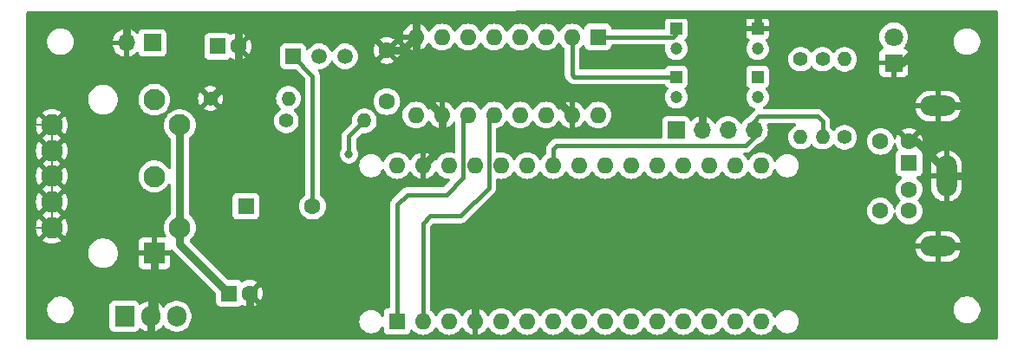
<source format=gbr>
%TF.GenerationSoftware,KiCad,Pcbnew,8.0.1*%
%TF.CreationDate,2024-05-12T20:31:29+01:00*%
%TF.ProjectId,TIMPS2Key,54494d50-5332-44b6-9579-2e6b69636164,rev?*%
%TF.SameCoordinates,Original*%
%TF.FileFunction,Copper,L2,Bot*%
%TF.FilePolarity,Positive*%
%FSLAX46Y46*%
G04 Gerber Fmt 4.6, Leading zero omitted, Abs format (unit mm)*
G04 Created by KiCad (PCBNEW 8.0.1) date 2024-05-12 20:31:29*
%MOMM*%
%LPD*%
G01*
G04 APERTURE LIST*
%TA.AperFunction,ComponentPad*%
%ADD10R,1.200000X1.200000*%
%TD*%
%TA.AperFunction,ComponentPad*%
%ADD11C,1.200000*%
%TD*%
%TA.AperFunction,ComponentPad*%
%ADD12R,2.100000X2.100000*%
%TD*%
%TA.AperFunction,ComponentPad*%
%ADD13C,2.100000*%
%TD*%
%TA.AperFunction,ComponentPad*%
%ADD14R,1.600000X1.600000*%
%TD*%
%TA.AperFunction,ComponentPad*%
%ADD15C,1.600000*%
%TD*%
%TA.AperFunction,ComponentPad*%
%ADD16O,3.500000X2.000000*%
%TD*%
%TA.AperFunction,ComponentPad*%
%ADD17O,2.000000X4.000000*%
%TD*%
%TA.AperFunction,ComponentPad*%
%ADD18C,1.400000*%
%TD*%
%TA.AperFunction,ComponentPad*%
%ADD19O,1.400000X1.400000*%
%TD*%
%TA.AperFunction,ComponentPad*%
%ADD20R,1.700000X1.700000*%
%TD*%
%TA.AperFunction,ComponentPad*%
%ADD21O,1.700000X1.700000*%
%TD*%
%TA.AperFunction,ComponentPad*%
%ADD22R,1.800000X1.800000*%
%TD*%
%TA.AperFunction,ComponentPad*%
%ADD23C,1.800000*%
%TD*%
%TA.AperFunction,ComponentPad*%
%ADD24R,1.500000X1.500000*%
%TD*%
%TA.AperFunction,ComponentPad*%
%ADD25C,1.500000*%
%TD*%
%TA.AperFunction,ComponentPad*%
%ADD26O,1.600000X1.600000*%
%TD*%
%TA.AperFunction,ComponentPad*%
%ADD27R,1.905000X2.000000*%
%TD*%
%TA.AperFunction,ComponentPad*%
%ADD28O,1.905000X2.000000*%
%TD*%
%TA.AperFunction,ViaPad*%
%ADD29C,0.800000*%
%TD*%
%TA.AperFunction,Conductor*%
%ADD30C,0.800000*%
%TD*%
%TA.AperFunction,Conductor*%
%ADD31C,0.200000*%
%TD*%
%TA.AperFunction,Conductor*%
%ADD32C,0.400000*%
%TD*%
G04 APERTURE END LIST*
D10*
%TO.P,C8,1*%
%TO.N,Net-(U2-C2+)*%
X152100000Y-53240000D03*
D11*
%TO.P,C8,2*%
%TO.N,Net-(U2-C2-)*%
X152100000Y-55240000D03*
%TD*%
D12*
%TO.P,J1,1*%
%TO.N,GND*%
X93200000Y-70480000D03*
D13*
%TO.P,J1,2*%
%TO.N,S_TX*%
X93200000Y-62975000D03*
%TO.P,J1,3*%
%TO.N,S_RX*%
X93200000Y-55470000D03*
%TO.P,J1,4*%
%TO.N,+12V*%
X95690000Y-67980000D03*
%TO.P,J1,5*%
X95690000Y-57970000D03*
%TO.P,J1,G*%
%TO.N,GND*%
X83193200Y-67980000D03*
X83193200Y-65475000D03*
X83193200Y-62924200D03*
X83193200Y-60475000D03*
X83193200Y-57970000D03*
%TD*%
D14*
%TO.P,J2,1*%
%TO.N,PS2-DATA*%
X166900000Y-61655000D03*
D15*
%TO.P,J2,2*%
%TO.N,unconnected-(J2-Pad2)*%
X166900000Y-64255000D03*
%TO.P,J2,3*%
%TO.N,GND*%
X166900000Y-59555000D03*
%TO.P,J2,4*%
%TO.N,+5V*%
X166900000Y-66355000D03*
%TO.P,J2,5*%
%TO.N,PS2-CLK*%
X164100000Y-59555000D03*
%TO.P,J2,6*%
%TO.N,unconnected-(J2-Pad6)*%
X164100000Y-66355000D03*
D16*
%TO.P,J2,7*%
%TO.N,GND*%
X169750000Y-69805000D03*
D17*
X170550000Y-62955000D03*
D16*
X169750000Y-56105000D03*
%TD*%
D18*
%TO.P,R2,1*%
%TO.N,GND*%
X98680000Y-55350000D03*
D19*
%TO.P,R2,2*%
%TO.N,Net-(Q1-E)*%
X106300000Y-55350000D03*
%TD*%
D18*
%TO.P,R4,1*%
%TO.N,+5V*%
X158450000Y-51520000D03*
D19*
%TO.P,R4,2*%
%TO.N,N_SCL*%
X158450000Y-59140000D03*
%TD*%
D10*
%TO.P,C7,1*%
%TO.N,Net-(U2-C1+)*%
X144170000Y-48500000D03*
D11*
%TO.P,C7,2*%
%TO.N,Net-(U2-C1-)*%
X144170000Y-50500000D03*
%TD*%
D18*
%TO.P,R5,1*%
%TO.N,+5V*%
X156300000Y-51520000D03*
D19*
%TO.P,R5,2*%
%TO.N,N_SDA*%
X156300000Y-59140000D03*
%TD*%
D20*
%TO.P,J4,1,Pin_1*%
%TO.N,+5V*%
X144130000Y-58450000D03*
D21*
%TO.P,J4,2,Pin_2*%
%TO.N,GND*%
X146670000Y-58450000D03*
%TO.P,J4,3,Pin_3*%
%TO.N,N_SDA*%
X149210000Y-58450000D03*
%TO.P,J4,4,Pin_4*%
%TO.N,N_SCL*%
X151750000Y-58450000D03*
%TD*%
D22*
%TO.P,D1,1,K*%
%TO.N,GND*%
X165400000Y-51880000D03*
D23*
%TO.P,D1,2,A*%
%TO.N,Net-(D1-A)*%
X165400000Y-49340000D03*
%TD*%
D15*
%TO.P,C4,1*%
%TO.N,GND*%
X115900000Y-50660000D03*
%TO.P,C4,2*%
%TO.N,+5V*%
X115900000Y-55660000D03*
%TD*%
D18*
%TO.P,R3,1*%
%TO.N,Net-(Q1-B)*%
X106090000Y-57550000D03*
D19*
%TO.P,R3,2*%
%TO.N,SOUND*%
X113710000Y-57550000D03*
%TD*%
D24*
%TO.P,Q1,1,C*%
%TO.N,Net-(BZ1--)*%
X106750000Y-51250000D03*
D25*
%TO.P,Q1,2,B*%
%TO.N,Net-(Q1-B)*%
X109290000Y-51250000D03*
%TO.P,Q1,3,E*%
%TO.N,Net-(Q1-E)*%
X111830000Y-51250000D03*
%TD*%
D20*
%TO.P,J3,1,Pin_1*%
%TO.N,+5V*%
X93000000Y-49930000D03*
D21*
%TO.P,J3,2,Pin_2*%
%TO.N,GND*%
X90460000Y-49930000D03*
%TD*%
D14*
%TO.P,BZ1,1,+*%
%TO.N,+5V*%
X102150000Y-65900000D03*
D15*
%TO.P,BZ1,2,-*%
%TO.N,Net-(BZ1--)*%
X108650000Y-65900000D03*
%TD*%
D14*
%TO.P,U1,1,Pin_1*%
%TO.N,N_TX*%
X116900000Y-77160000D03*
D26*
%TO.P,U1,2,Pin_2*%
%TO.N,N_RX*%
X119440000Y-77160000D03*
%TO.P,U1,3,Pin_3*%
%TO.N,unconnected-(U1-Pin_3-Pad3)*%
X121980000Y-77160000D03*
%TO.P,U1,4,Pin_4*%
%TO.N,GND*%
X124520000Y-77160000D03*
%TO.P,U1,5,Pin_5*%
%TO.N,unconnected-(U1-Pin_5-Pad5)*%
X127060000Y-77160000D03*
%TO.P,U1,6,Pin_6*%
%TO.N,PS2-CLK*%
X129600000Y-77160000D03*
%TO.P,U1,7,Pin_7*%
%TO.N,unconnected-(U1-Pin_7-Pad7)*%
X132140000Y-77160000D03*
%TO.P,U1,8,Pin_8*%
%TO.N,unconnected-(U1-Pin_8-Pad8)*%
X134680000Y-77160000D03*
%TO.P,U1,9,Pin_9*%
%TO.N,unconnected-(U1-Pin_9-Pad9)*%
X137220000Y-77160000D03*
%TO.P,U1,10,Pin_10*%
%TO.N,unconnected-(U1-Pin_10-Pad10)*%
X139760000Y-77160000D03*
%TO.P,U1,11,Pin_11*%
%TO.N,unconnected-(U1-Pin_11-Pad11)*%
X142300000Y-77160000D03*
%TO.P,U1,12,Pin_12*%
%TO.N,unconnected-(U1-Pin_12-Pad12)*%
X144840000Y-77160000D03*
%TO.P,U1,13,Pin_13*%
%TO.N,unconnected-(U1-Pin_13-Pad13)*%
X147380000Y-77160000D03*
%TO.P,U1,14,Pin_14*%
%TO.N,unconnected-(U1-Pin_14-Pad14)*%
X149920000Y-77160000D03*
%TO.P,U1,15,Pin_15*%
%TO.N,PS2-DATA*%
X152460000Y-77160000D03*
%TO.P,U1,16,Pin_16*%
%TO.N,unconnected-(U1-Pin_16-Pad16)*%
X152460000Y-61920000D03*
%TO.P,U1,17,Pin_17*%
%TO.N,unconnected-(U1-Pin_17-Pad17)*%
X149920000Y-61920000D03*
%TO.P,U1,18,Pin_18*%
%TO.N,unconnected-(U1-Pin_18-Pad18)*%
X147380000Y-61920000D03*
%TO.P,U1,19,Pin_19*%
%TO.N,SOUND*%
X144840000Y-61920000D03*
%TO.P,U1,20,Pin_20*%
%TO.N,unconnected-(U1-Pin_20-Pad20)*%
X142300000Y-61920000D03*
%TO.P,U1,21,Pin_21*%
%TO.N,unconnected-(U1-Pin_21-Pad21)*%
X139760000Y-61920000D03*
%TO.P,U1,22,Pin_22*%
%TO.N,unconnected-(U1-Pin_22-Pad22)*%
X137220000Y-61920000D03*
%TO.P,U1,23,Pin_23*%
%TO.N,N_SDA*%
X134680000Y-61920000D03*
%TO.P,U1,24,Pin_24*%
%TO.N,N_SCL*%
X132140000Y-61920000D03*
%TO.P,U1,25,Pin_25*%
%TO.N,unconnected-(U1-Pin_25-Pad25)*%
X129600000Y-61920000D03*
%TO.P,U1,26,Pin_26*%
%TO.N,unconnected-(U1-Pin_26-Pad26)*%
X127060000Y-61920000D03*
%TO.P,U1,27,Pin_27*%
%TO.N,+5V*%
X124520000Y-61920000D03*
%TO.P,U1,28,Pin_28*%
%TO.N,unconnected-(U1-Pin_28-Pad28)*%
X121980000Y-61920000D03*
%TO.P,U1,29,Pin_29*%
%TO.N,GND*%
X119440000Y-61920000D03*
%TO.P,U1,30,Pin_30*%
%TO.N,unconnected-(U1-Pin_30-Pad30)*%
X116900000Y-61920000D03*
%TD*%
D14*
%TO.P,C1,1*%
%TO.N,+5V*%
X99370000Y-50260000D03*
D15*
%TO.P,C1,2*%
%TO.N,GND*%
X101370000Y-50260000D03*
%TD*%
D27*
%TO.P,U3,1,VI*%
%TO.N,+12V*%
X90280000Y-76650000D03*
D28*
%TO.P,U3,2,GND*%
%TO.N,GND*%
X92820000Y-76650000D03*
%TO.P,U3,3,VO*%
%TO.N,+5V*%
X95360000Y-76650000D03*
%TD*%
D10*
%TO.P,C5,1*%
%TO.N,Net-(U2-VS+)*%
X144170000Y-53240000D03*
D11*
%TO.P,C5,2*%
%TO.N,+5V*%
X144170000Y-55240000D03*
%TD*%
D14*
%TO.P,C3,1*%
%TO.N,+12V*%
X100500000Y-74400000D03*
D15*
%TO.P,C3,2*%
%TO.N,GND*%
X102500000Y-74400000D03*
%TD*%
D14*
%TO.P,U2,1,C1+*%
%TO.N,Net-(U2-C1+)*%
X136520000Y-49360000D03*
D26*
%TO.P,U2,2,VS+*%
%TO.N,Net-(U2-VS+)*%
X133980000Y-49360000D03*
%TO.P,U2,3,C1-*%
%TO.N,Net-(U2-C1-)*%
X131440000Y-49360000D03*
%TO.P,U2,4,C2+*%
%TO.N,Net-(U2-C2+)*%
X128900000Y-49360000D03*
%TO.P,U2,5,C2-*%
%TO.N,Net-(U2-C2-)*%
X126360000Y-49360000D03*
%TO.P,U2,6,VS-*%
%TO.N,Net-(U2-VS-)*%
X123820000Y-49360000D03*
%TO.P,U2,7,T2OUT*%
%TO.N,unconnected-(U2-T2OUT-Pad7)*%
X121280000Y-49360000D03*
%TO.P,U2,8,R2IN*%
%TO.N,GND*%
X118740000Y-49360000D03*
%TO.P,U2,9,R2OUT*%
%TO.N,unconnected-(U2-R2OUT-Pad9)*%
X118740000Y-56980000D03*
%TO.P,U2,10,T2IN*%
%TO.N,GND*%
X121280000Y-56980000D03*
%TO.P,U2,11,T1IN*%
%TO.N,N_TX*%
X123820000Y-56980000D03*
%TO.P,U2,12,R1OUT*%
%TO.N,N_RX*%
X126360000Y-56980000D03*
%TO.P,U2,13,R1IN*%
%TO.N,S_RX*%
X128900000Y-56980000D03*
%TO.P,U2,14,T1OUT*%
%TO.N,S_TX*%
X131440000Y-56980000D03*
%TO.P,U2,15,GND*%
%TO.N,GND*%
X133980000Y-56980000D03*
%TO.P,U2,16,VCC*%
%TO.N,+5V*%
X136520000Y-56980000D03*
%TD*%
D10*
%TO.P,C6,1*%
%TO.N,GND*%
X152100000Y-48500000D03*
D11*
%TO.P,C6,2*%
%TO.N,Net-(U2-VS-)*%
X152100000Y-50500000D03*
%TD*%
D18*
%TO.P,R1,1*%
%TO.N,+5V*%
X160600000Y-59150000D03*
D19*
%TO.P,R1,2*%
%TO.N,Net-(D1-A)*%
X160600000Y-51530000D03*
%TD*%
D29*
%TO.N,SOUND*%
X112200000Y-60800000D03*
%TD*%
D30*
%TO.N,GND*%
X175135000Y-69805000D02*
X175140000Y-69800000D01*
X98680000Y-55350000D02*
X101370000Y-52660000D01*
X101370000Y-47180000D02*
X101400000Y-47150000D01*
X90460000Y-47160000D02*
X90450000Y-47150000D01*
D31*
X81120000Y-57970000D02*
X81100000Y-57950000D01*
D30*
X146700000Y-47150000D02*
X118800000Y-47150000D01*
X167850000Y-50250000D02*
X167850000Y-47150000D01*
X90460000Y-49930000D02*
X90460000Y-47160000D01*
X146670000Y-58450000D02*
X146670000Y-47180000D01*
X81100000Y-78530000D02*
X93800000Y-78530000D01*
X175140000Y-63000000D02*
X175140000Y-56100000D01*
X156100000Y-74900000D02*
X159730000Y-78530000D01*
X169750000Y-56105000D02*
X175135000Y-56105000D01*
X118800000Y-47150000D02*
X101400000Y-47150000D01*
X175140000Y-56100000D02*
X175140000Y-47150000D01*
X93200000Y-70480000D02*
X93200000Y-76270000D01*
X118740000Y-49360000D02*
X118740000Y-47210000D01*
X101370000Y-50260000D02*
X101370000Y-47180000D01*
X159730000Y-78530000D02*
X175140000Y-78530000D01*
X125050000Y-74900000D02*
X156100000Y-74900000D01*
X121280000Y-60080000D02*
X119440000Y-61920000D01*
X175140000Y-47150000D02*
X167850000Y-47150000D01*
X101370000Y-52660000D02*
X101370000Y-50260000D01*
X117440000Y-50660000D02*
X118740000Y-49360000D01*
X166900000Y-59555000D02*
X167600000Y-59555000D01*
X119350000Y-55050000D02*
X132050000Y-55050000D01*
X175140000Y-78530000D02*
X175140000Y-69800000D01*
X101400000Y-47150000D02*
X90450000Y-47150000D01*
X124520000Y-77160000D02*
X124520000Y-75430000D01*
X169750000Y-69805000D02*
X175135000Y-69805000D01*
X175095000Y-62955000D02*
X175140000Y-63000000D01*
X132050000Y-55050000D02*
X133980000Y-56980000D01*
D31*
X83193200Y-57970000D02*
X83193200Y-67980000D01*
D30*
X166220000Y-51880000D02*
X167850000Y-50250000D01*
X92820000Y-78170000D02*
X93180000Y-78530000D01*
X118740000Y-49360000D02*
X118740000Y-54440000D01*
X170550000Y-62505000D02*
X170550000Y-62955000D01*
X119350000Y-55050000D02*
X121280000Y-56980000D01*
X93200000Y-76270000D02*
X92820000Y-76650000D01*
X81100000Y-47150000D02*
X81100000Y-57950000D01*
X146670000Y-47180000D02*
X146700000Y-47150000D01*
X167600000Y-59555000D02*
X170550000Y-62505000D01*
X167850000Y-47150000D02*
X152100000Y-47150000D01*
X121280000Y-56980000D02*
X121280000Y-60080000D01*
X165400000Y-51880000D02*
X166220000Y-51880000D01*
X93180000Y-78530000D02*
X102500000Y-78530000D01*
X90450000Y-47150000D02*
X81100000Y-47150000D01*
X81100000Y-57950000D02*
X81100000Y-67950000D01*
X175135000Y-56105000D02*
X175140000Y-56100000D01*
X170550000Y-62955000D02*
X175095000Y-62955000D01*
D31*
X83193200Y-67980000D02*
X81130000Y-67980000D01*
D30*
X175140000Y-69800000D02*
X175140000Y-63000000D01*
X81100000Y-67950000D02*
X81100000Y-78530000D01*
X92820000Y-76650000D02*
X92820000Y-78170000D01*
X102500000Y-74400000D02*
X102500000Y-78530000D01*
X152100000Y-48500000D02*
X152100000Y-47150000D01*
X115900000Y-50660000D02*
X117440000Y-50660000D01*
X152100000Y-47150000D02*
X146700000Y-47150000D01*
X124520000Y-75430000D02*
X125050000Y-74900000D01*
D31*
X81130000Y-67980000D02*
X81100000Y-67950000D01*
X83193200Y-57970000D02*
X81120000Y-57970000D01*
D30*
X118740000Y-54440000D02*
X119350000Y-55050000D01*
X118740000Y-47210000D02*
X118800000Y-47150000D01*
%TO.N,+12V*%
X95690000Y-67980000D02*
X95690000Y-69590000D01*
X95690000Y-57970000D02*
X95690000Y-67980000D01*
X95690000Y-69590000D02*
X100500000Y-74400000D01*
D32*
%TO.N,Net-(U2-VS+)*%
X144170000Y-53240000D02*
X134210000Y-53240000D01*
X133980000Y-53010000D02*
X134210000Y-53240000D01*
X133980000Y-49360000D02*
X133980000Y-53010000D01*
%TO.N,Net-(U2-C1+)*%
X144050000Y-49150000D02*
X144050000Y-48620000D01*
X136520000Y-49360000D02*
X143840000Y-49360000D01*
X144050000Y-48620000D02*
X144170000Y-48500000D01*
X143840000Y-49360000D02*
X144050000Y-49150000D01*
%TO.N,Net-(BZ1--)*%
X106750000Y-51250000D02*
X108650000Y-53150000D01*
X108650000Y-53150000D02*
X108650000Y-65900000D01*
%TO.N,N_SCL*%
X151750000Y-58450000D02*
X151750000Y-59150000D01*
X132140000Y-60310000D02*
X132500000Y-59950000D01*
X158450000Y-57600000D02*
X158450000Y-59140000D01*
X152250000Y-57100000D02*
X151750000Y-57600000D01*
X151750000Y-59150000D02*
X150950000Y-59950000D01*
X151750000Y-57600000D02*
X151750000Y-58450000D01*
X132500000Y-59950000D02*
X150950000Y-59950000D01*
X157950000Y-57100000D02*
X158450000Y-57600000D01*
X132140000Y-61920000D02*
X132140000Y-60310000D01*
X152250000Y-57100000D02*
X157950000Y-57100000D01*
%TO.N,SOUND*%
X112200000Y-59060000D02*
X113710000Y-57550000D01*
X112200000Y-60800000D02*
X112200000Y-59060000D01*
%TO.N,N_TX*%
X117900000Y-64750000D02*
X121700000Y-64750000D01*
X123320000Y-63130000D02*
X123320000Y-57480000D01*
X123320000Y-57480000D02*
X123820000Y-56980000D01*
X121700000Y-64750000D02*
X123320000Y-63130000D01*
X116900000Y-65750000D02*
X117900000Y-64750000D01*
X116900000Y-77160000D02*
X116900000Y-65750000D01*
%TO.N,N_RX*%
X126360000Y-56980000D02*
X125860000Y-57480000D01*
X125860000Y-57480000D02*
X125860000Y-64090000D01*
X125860000Y-64090000D02*
X123100000Y-66850000D01*
X119440000Y-67560000D02*
X119440000Y-77160000D01*
X123100000Y-66850000D02*
X120150000Y-66850000D01*
X120150000Y-66850000D02*
X119440000Y-67560000D01*
%TD*%
%TA.AperFunction,Conductor*%
%TO.N,GND*%
G36*
X175482929Y-46769744D02*
G01*
X175528740Y-46822500D01*
X175540000Y-46874130D01*
X175540000Y-78806000D01*
X175520315Y-78873039D01*
X175467511Y-78918794D01*
X175416000Y-78930000D01*
X80834000Y-78930000D01*
X80766961Y-78910315D01*
X80721206Y-78857511D01*
X80710000Y-78806000D01*
X80710000Y-77697870D01*
X88827000Y-77697870D01*
X88827001Y-77697876D01*
X88833408Y-77757483D01*
X88883702Y-77892328D01*
X88883706Y-77892335D01*
X88969952Y-78007544D01*
X88969955Y-78007547D01*
X89085164Y-78093793D01*
X89085171Y-78093797D01*
X89220017Y-78144091D01*
X89220016Y-78144091D01*
X89226944Y-78144835D01*
X89279627Y-78150500D01*
X91280372Y-78150499D01*
X91339983Y-78144091D01*
X91474831Y-78093796D01*
X91590046Y-78007546D01*
X91676296Y-77892331D01*
X91686872Y-77863974D01*
X91728740Y-77808041D01*
X91794204Y-77783622D01*
X91862477Y-77798472D01*
X91875940Y-77806988D01*
X92058723Y-77939788D01*
X92262429Y-78043582D01*
X92479871Y-78114234D01*
X92570000Y-78128509D01*
X92570000Y-77140747D01*
X92607708Y-77162518D01*
X92747591Y-77200000D01*
X92892409Y-77200000D01*
X93032292Y-77162518D01*
X93070000Y-77140747D01*
X93070000Y-78128508D01*
X93160128Y-78114234D01*
X93377570Y-78043582D01*
X93581276Y-77939788D01*
X93766242Y-77805402D01*
X93927905Y-77643739D01*
X93989371Y-77559137D01*
X94044701Y-77516470D01*
X94114314Y-77510491D01*
X94176109Y-77543096D01*
X94190007Y-77559134D01*
X94251714Y-77644066D01*
X94413434Y-77805786D01*
X94598462Y-77940217D01*
X94774524Y-78029925D01*
X94802244Y-78044049D01*
X95019751Y-78114721D01*
X95019752Y-78114721D01*
X95019755Y-78114722D01*
X95245646Y-78150500D01*
X95245647Y-78150500D01*
X95474353Y-78150500D01*
X95474354Y-78150500D01*
X95700245Y-78114722D01*
X95700248Y-78114721D01*
X95700249Y-78114721D01*
X95917755Y-78044049D01*
X95917755Y-78044048D01*
X95917758Y-78044048D01*
X96121538Y-77940217D01*
X96306566Y-77805786D01*
X96468286Y-77644066D01*
X96602717Y-77459038D01*
X96706548Y-77255258D01*
X96708335Y-77249759D01*
X113219500Y-77249759D01*
X113229120Y-77310500D01*
X113247583Y-77427069D01*
X113303055Y-77597797D01*
X113332028Y-77654658D01*
X113355994Y-77701695D01*
X113384559Y-77757755D01*
X113490069Y-77902980D01*
X113617019Y-78029930D01*
X113733056Y-78114234D01*
X113762248Y-78135443D01*
X113922200Y-78216943D01*
X113922202Y-78216944D01*
X114007566Y-78244680D01*
X114092932Y-78272417D01*
X114270241Y-78300500D01*
X114270242Y-78300500D01*
X114449758Y-78300500D01*
X114449759Y-78300500D01*
X114627068Y-78272417D01*
X114797800Y-78216943D01*
X114957752Y-78135443D01*
X115039293Y-78076200D01*
X115102980Y-78029930D01*
X115102982Y-78029927D01*
X115102986Y-78029925D01*
X115229925Y-77902986D01*
X115229927Y-77902982D01*
X115229930Y-77902980D01*
X115335442Y-77757753D01*
X115337287Y-77754133D01*
X115365016Y-77699711D01*
X115412989Y-77648917D01*
X115480809Y-77632121D01*
X115546945Y-77654658D01*
X115590397Y-77709372D01*
X115599500Y-77756007D01*
X115599500Y-78007869D01*
X115599501Y-78007876D01*
X115605908Y-78067483D01*
X115656202Y-78202328D01*
X115656206Y-78202335D01*
X115742452Y-78317544D01*
X115742455Y-78317547D01*
X115857664Y-78403793D01*
X115857671Y-78403797D01*
X115992517Y-78454091D01*
X115992516Y-78454091D01*
X115999444Y-78454835D01*
X116052127Y-78460500D01*
X117747872Y-78460499D01*
X117807483Y-78454091D01*
X117942331Y-78403796D01*
X118057546Y-78317546D01*
X118143796Y-78202331D01*
X118194091Y-78067483D01*
X118197862Y-78032401D01*
X118224599Y-77967855D01*
X118281990Y-77928006D01*
X118351816Y-77925511D01*
X118411905Y-77961163D01*
X118422726Y-77974536D01*
X118439956Y-77999143D01*
X118600858Y-78160045D01*
X118600861Y-78160047D01*
X118787266Y-78290568D01*
X118993504Y-78386739D01*
X119213308Y-78445635D01*
X119375230Y-78459801D01*
X119439998Y-78465468D01*
X119440000Y-78465468D01*
X119440002Y-78465468D01*
X119496807Y-78460498D01*
X119666692Y-78445635D01*
X119886496Y-78386739D01*
X120092734Y-78290568D01*
X120279139Y-78160047D01*
X120440047Y-77999139D01*
X120570568Y-77812734D01*
X120597618Y-77754724D01*
X120643790Y-77702285D01*
X120710983Y-77683133D01*
X120777865Y-77703348D01*
X120822381Y-77754724D01*
X120823794Y-77757753D01*
X120849429Y-77812728D01*
X120849432Y-77812734D01*
X120979954Y-77999141D01*
X121140858Y-78160045D01*
X121140861Y-78160047D01*
X121327266Y-78290568D01*
X121533504Y-78386739D01*
X121753308Y-78445635D01*
X121915230Y-78459801D01*
X121979998Y-78465468D01*
X121980000Y-78465468D01*
X121980002Y-78465468D01*
X122036807Y-78460498D01*
X122206692Y-78445635D01*
X122426496Y-78386739D01*
X122632734Y-78290568D01*
X122819139Y-78160047D01*
X122980047Y-77999139D01*
X123110568Y-77812734D01*
X123137895Y-77754129D01*
X123184064Y-77701695D01*
X123251257Y-77682542D01*
X123318139Y-77702757D01*
X123362657Y-77754133D01*
X123389865Y-77812482D01*
X123520342Y-77998820D01*
X123681179Y-78159657D01*
X123867517Y-78290134D01*
X124073673Y-78386265D01*
X124073682Y-78386269D01*
X124269999Y-78438872D01*
X124270000Y-78438871D01*
X124270000Y-77593012D01*
X124327007Y-77625925D01*
X124454174Y-77660000D01*
X124585826Y-77660000D01*
X124712993Y-77625925D01*
X124770000Y-77593012D01*
X124770000Y-78438872D01*
X124966317Y-78386269D01*
X124966326Y-78386265D01*
X125172482Y-78290134D01*
X125358820Y-78159657D01*
X125519657Y-77998820D01*
X125650132Y-77812484D01*
X125677341Y-77754134D01*
X125723513Y-77701695D01*
X125790707Y-77682542D01*
X125857588Y-77702757D01*
X125902105Y-77754132D01*
X125903794Y-77757753D01*
X125929431Y-77812732D01*
X125929432Y-77812734D01*
X126059954Y-77999141D01*
X126220858Y-78160045D01*
X126220861Y-78160047D01*
X126407266Y-78290568D01*
X126613504Y-78386739D01*
X126833308Y-78445635D01*
X126995230Y-78459801D01*
X127059998Y-78465468D01*
X127060000Y-78465468D01*
X127060002Y-78465468D01*
X127116807Y-78460498D01*
X127286692Y-78445635D01*
X127506496Y-78386739D01*
X127712734Y-78290568D01*
X127899139Y-78160047D01*
X128060047Y-77999139D01*
X128190568Y-77812734D01*
X128217618Y-77754724D01*
X128263790Y-77702285D01*
X128330983Y-77683133D01*
X128397865Y-77703348D01*
X128442381Y-77754724D01*
X128443794Y-77757753D01*
X128469429Y-77812728D01*
X128469432Y-77812734D01*
X128599954Y-77999141D01*
X128760858Y-78160045D01*
X128760861Y-78160047D01*
X128947266Y-78290568D01*
X129153504Y-78386739D01*
X129373308Y-78445635D01*
X129535230Y-78459801D01*
X129599998Y-78465468D01*
X129600000Y-78465468D01*
X129600002Y-78465468D01*
X129656807Y-78460498D01*
X129826692Y-78445635D01*
X130046496Y-78386739D01*
X130252734Y-78290568D01*
X130439139Y-78160047D01*
X130600047Y-77999139D01*
X130730568Y-77812734D01*
X130757618Y-77754724D01*
X130803790Y-77702285D01*
X130870983Y-77683133D01*
X130937865Y-77703348D01*
X130982381Y-77754724D01*
X130983794Y-77757753D01*
X131009429Y-77812728D01*
X131009432Y-77812734D01*
X131139954Y-77999141D01*
X131300858Y-78160045D01*
X131300861Y-78160047D01*
X131487266Y-78290568D01*
X131693504Y-78386739D01*
X131913308Y-78445635D01*
X132075230Y-78459801D01*
X132139998Y-78465468D01*
X132140000Y-78465468D01*
X132140002Y-78465468D01*
X132196807Y-78460498D01*
X132366692Y-78445635D01*
X132586496Y-78386739D01*
X132792734Y-78290568D01*
X132979139Y-78160047D01*
X133140047Y-77999139D01*
X133270568Y-77812734D01*
X133297618Y-77754724D01*
X133343790Y-77702285D01*
X133410983Y-77683133D01*
X133477865Y-77703348D01*
X133522381Y-77754724D01*
X133523794Y-77757753D01*
X133549429Y-77812728D01*
X133549432Y-77812734D01*
X133679954Y-77999141D01*
X133840858Y-78160045D01*
X133840861Y-78160047D01*
X134027266Y-78290568D01*
X134233504Y-78386739D01*
X134453308Y-78445635D01*
X134615230Y-78459801D01*
X134679998Y-78465468D01*
X134680000Y-78465468D01*
X134680002Y-78465468D01*
X134736807Y-78460498D01*
X134906692Y-78445635D01*
X135126496Y-78386739D01*
X135332734Y-78290568D01*
X135519139Y-78160047D01*
X135680047Y-77999139D01*
X135810568Y-77812734D01*
X135837618Y-77754724D01*
X135883790Y-77702285D01*
X135950983Y-77683133D01*
X136017865Y-77703348D01*
X136062381Y-77754724D01*
X136063794Y-77757753D01*
X136089429Y-77812728D01*
X136089432Y-77812734D01*
X136219954Y-77999141D01*
X136380858Y-78160045D01*
X136380861Y-78160047D01*
X136567266Y-78290568D01*
X136773504Y-78386739D01*
X136993308Y-78445635D01*
X137155230Y-78459801D01*
X137219998Y-78465468D01*
X137220000Y-78465468D01*
X137220002Y-78465468D01*
X137276807Y-78460498D01*
X137446692Y-78445635D01*
X137666496Y-78386739D01*
X137872734Y-78290568D01*
X138059139Y-78160047D01*
X138220047Y-77999139D01*
X138350568Y-77812734D01*
X138377618Y-77754724D01*
X138423790Y-77702285D01*
X138490983Y-77683133D01*
X138557865Y-77703348D01*
X138602381Y-77754724D01*
X138603794Y-77757753D01*
X138629429Y-77812728D01*
X138629432Y-77812734D01*
X138759954Y-77999141D01*
X138920858Y-78160045D01*
X138920861Y-78160047D01*
X139107266Y-78290568D01*
X139313504Y-78386739D01*
X139533308Y-78445635D01*
X139695230Y-78459801D01*
X139759998Y-78465468D01*
X139760000Y-78465468D01*
X139760002Y-78465468D01*
X139816807Y-78460498D01*
X139986692Y-78445635D01*
X140206496Y-78386739D01*
X140412734Y-78290568D01*
X140599139Y-78160047D01*
X140760047Y-77999139D01*
X140890568Y-77812734D01*
X140917618Y-77754724D01*
X140963790Y-77702285D01*
X141030983Y-77683133D01*
X141097865Y-77703348D01*
X141142381Y-77754724D01*
X141143794Y-77757753D01*
X141169429Y-77812728D01*
X141169432Y-77812734D01*
X141299954Y-77999141D01*
X141460858Y-78160045D01*
X141460861Y-78160047D01*
X141647266Y-78290568D01*
X141853504Y-78386739D01*
X142073308Y-78445635D01*
X142235230Y-78459801D01*
X142299998Y-78465468D01*
X142300000Y-78465468D01*
X142300002Y-78465468D01*
X142356807Y-78460498D01*
X142526692Y-78445635D01*
X142746496Y-78386739D01*
X142952734Y-78290568D01*
X143139139Y-78160047D01*
X143300047Y-77999139D01*
X143430568Y-77812734D01*
X143457618Y-77754724D01*
X143503790Y-77702285D01*
X143570983Y-77683133D01*
X143637865Y-77703348D01*
X143682381Y-77754724D01*
X143683794Y-77757753D01*
X143709429Y-77812728D01*
X143709432Y-77812734D01*
X143839954Y-77999141D01*
X144000858Y-78160045D01*
X144000861Y-78160047D01*
X144187266Y-78290568D01*
X144393504Y-78386739D01*
X144613308Y-78445635D01*
X144775230Y-78459801D01*
X144839998Y-78465468D01*
X144840000Y-78465468D01*
X144840002Y-78465468D01*
X144896807Y-78460498D01*
X145066692Y-78445635D01*
X145286496Y-78386739D01*
X145492734Y-78290568D01*
X145679139Y-78160047D01*
X145840047Y-77999139D01*
X145970568Y-77812734D01*
X145997618Y-77754724D01*
X146043790Y-77702285D01*
X146110983Y-77683133D01*
X146177865Y-77703348D01*
X146222381Y-77754724D01*
X146223794Y-77757753D01*
X146249429Y-77812728D01*
X146249432Y-77812734D01*
X146379954Y-77999141D01*
X146540858Y-78160045D01*
X146540861Y-78160047D01*
X146727266Y-78290568D01*
X146933504Y-78386739D01*
X147153308Y-78445635D01*
X147315230Y-78459801D01*
X147379998Y-78465468D01*
X147380000Y-78465468D01*
X147380002Y-78465468D01*
X147436807Y-78460498D01*
X147606692Y-78445635D01*
X147826496Y-78386739D01*
X148032734Y-78290568D01*
X148219139Y-78160047D01*
X148380047Y-77999139D01*
X148510568Y-77812734D01*
X148537618Y-77754724D01*
X148583790Y-77702285D01*
X148650983Y-77683133D01*
X148717865Y-77703348D01*
X148762381Y-77754724D01*
X148763794Y-77757753D01*
X148789429Y-77812728D01*
X148789432Y-77812734D01*
X148919954Y-77999141D01*
X149080858Y-78160045D01*
X149080861Y-78160047D01*
X149267266Y-78290568D01*
X149473504Y-78386739D01*
X149693308Y-78445635D01*
X149855230Y-78459801D01*
X149919998Y-78465468D01*
X149920000Y-78465468D01*
X149920002Y-78465468D01*
X149976807Y-78460498D01*
X150146692Y-78445635D01*
X150366496Y-78386739D01*
X150572734Y-78290568D01*
X150759139Y-78160047D01*
X150920047Y-77999139D01*
X151050568Y-77812734D01*
X151077618Y-77754724D01*
X151123790Y-77702285D01*
X151190983Y-77683133D01*
X151257865Y-77703348D01*
X151302381Y-77754724D01*
X151303794Y-77757753D01*
X151329429Y-77812728D01*
X151329432Y-77812734D01*
X151459954Y-77999141D01*
X151620858Y-78160045D01*
X151620861Y-78160047D01*
X151807266Y-78290568D01*
X152013504Y-78386739D01*
X152233308Y-78445635D01*
X152395230Y-78459801D01*
X152459998Y-78465468D01*
X152460000Y-78465468D01*
X152460002Y-78465468D01*
X152516807Y-78460498D01*
X152686692Y-78445635D01*
X152906496Y-78386739D01*
X153112734Y-78290568D01*
X153299139Y-78160047D01*
X153460047Y-77999139D01*
X153590568Y-77812734D01*
X153686739Y-77606496D01*
X153695513Y-77573751D01*
X153731877Y-77514090D01*
X153794723Y-77483560D01*
X153864099Y-77491854D01*
X153917977Y-77536338D01*
X153933219Y-77567524D01*
X153943056Y-77597797D01*
X153943057Y-77597800D01*
X153995994Y-77701695D01*
X154024559Y-77757755D01*
X154130069Y-77902980D01*
X154257019Y-78029930D01*
X154373056Y-78114234D01*
X154402248Y-78135443D01*
X154562200Y-78216943D01*
X154562202Y-78216944D01*
X154647566Y-78244680D01*
X154732932Y-78272417D01*
X154910241Y-78300500D01*
X154910242Y-78300500D01*
X155089758Y-78300500D01*
X155089759Y-78300500D01*
X155267068Y-78272417D01*
X155437800Y-78216943D01*
X155597752Y-78135443D01*
X155679293Y-78076200D01*
X155742980Y-78029930D01*
X155742982Y-78029927D01*
X155742986Y-78029925D01*
X155869925Y-77902986D01*
X155869927Y-77902982D01*
X155869930Y-77902980D01*
X155935678Y-77812484D01*
X155975443Y-77757752D01*
X156056943Y-77597800D01*
X156112417Y-77427068D01*
X156140500Y-77249759D01*
X156140500Y-77070241D01*
X156112417Y-76892932D01*
X156075134Y-76778187D01*
X156056944Y-76722202D01*
X156052511Y-76713502D01*
X155975443Y-76562248D01*
X155968663Y-76552916D01*
X155869930Y-76417019D01*
X155742980Y-76290069D01*
X155597755Y-76184559D01*
X155597754Y-76184558D01*
X155597752Y-76184557D01*
X155505363Y-76137482D01*
X155456043Y-76112352D01*
X171249500Y-76112352D01*
X171253480Y-76137482D01*
X171281522Y-76314534D01*
X171344781Y-76509223D01*
X171406846Y-76631030D01*
X171430159Y-76676785D01*
X171437715Y-76691613D01*
X171558028Y-76857213D01*
X171702786Y-77001971D01*
X171829695Y-77094174D01*
X171868390Y-77122287D01*
X171947348Y-77162518D01*
X172050776Y-77215218D01*
X172050778Y-77215218D01*
X172050781Y-77215220D01*
X172155137Y-77249127D01*
X172245465Y-77278477D01*
X172346557Y-77294488D01*
X172447648Y-77310500D01*
X172447649Y-77310500D01*
X172652351Y-77310500D01*
X172652352Y-77310500D01*
X172854534Y-77278477D01*
X173049219Y-77215220D01*
X173231610Y-77122287D01*
X173347973Y-77037745D01*
X173397213Y-77001971D01*
X173397215Y-77001968D01*
X173397219Y-77001966D01*
X173541966Y-76857219D01*
X173541968Y-76857215D01*
X173541971Y-76857213D01*
X173612671Y-76759901D01*
X173662287Y-76691610D01*
X173755220Y-76509219D01*
X173818477Y-76314534D01*
X173850500Y-76112352D01*
X173850500Y-75907648D01*
X173824084Y-75740864D01*
X173818477Y-75705465D01*
X173784900Y-75602127D01*
X173755220Y-75510781D01*
X173755218Y-75510778D01*
X173755218Y-75510776D01*
X173717129Y-75436024D01*
X173662287Y-75328390D01*
X173636177Y-75292452D01*
X173541971Y-75162786D01*
X173397213Y-75018028D01*
X173231613Y-74897715D01*
X173231612Y-74897714D01*
X173231610Y-74897713D01*
X173174653Y-74868691D01*
X173049223Y-74804781D01*
X172854534Y-74741522D01*
X172679995Y-74713878D01*
X172652352Y-74709500D01*
X172447648Y-74709500D01*
X172423329Y-74713351D01*
X172245465Y-74741522D01*
X172050776Y-74804781D01*
X171868386Y-74897715D01*
X171702786Y-75018028D01*
X171558028Y-75162786D01*
X171437715Y-75328386D01*
X171344781Y-75510776D01*
X171281522Y-75705465D01*
X171249500Y-75907648D01*
X171249500Y-76112352D01*
X155456043Y-76112352D01*
X155437797Y-76103055D01*
X155267069Y-76047583D01*
X155152461Y-76029431D01*
X155089759Y-76019500D01*
X154910241Y-76019500D01*
X154851138Y-76028861D01*
X154732930Y-76047583D01*
X154562202Y-76103055D01*
X154402244Y-76184559D01*
X154257019Y-76290069D01*
X154130069Y-76417019D01*
X154024559Y-76562244D01*
X153943054Y-76722205D01*
X153933218Y-76752476D01*
X153893780Y-76810151D01*
X153829421Y-76837348D01*
X153760575Y-76825432D01*
X153709100Y-76778187D01*
X153695513Y-76746248D01*
X153686742Y-76713513D01*
X153686738Y-76713502D01*
X153676531Y-76691613D01*
X153590568Y-76507266D01*
X153460047Y-76320861D01*
X153460045Y-76320858D01*
X153299141Y-76159954D01*
X153112734Y-76029432D01*
X153112732Y-76029431D01*
X152906497Y-75933261D01*
X152906488Y-75933258D01*
X152686697Y-75874366D01*
X152686693Y-75874365D01*
X152686692Y-75874365D01*
X152686691Y-75874364D01*
X152686686Y-75874364D01*
X152460002Y-75854532D01*
X152459998Y-75854532D01*
X152233313Y-75874364D01*
X152233302Y-75874366D01*
X152013511Y-75933258D01*
X152013502Y-75933261D01*
X151807267Y-76029431D01*
X151807265Y-76029432D01*
X151620858Y-76159954D01*
X151459954Y-76320858D01*
X151329432Y-76507265D01*
X151329431Y-76507267D01*
X151302382Y-76565275D01*
X151256209Y-76617714D01*
X151189016Y-76636866D01*
X151122135Y-76616650D01*
X151077618Y-76565275D01*
X151077019Y-76563991D01*
X151050568Y-76507266D01*
X150920047Y-76320861D01*
X150920045Y-76320858D01*
X150759141Y-76159954D01*
X150572734Y-76029432D01*
X150572732Y-76029431D01*
X150366497Y-75933261D01*
X150366488Y-75933258D01*
X150146697Y-75874366D01*
X150146693Y-75874365D01*
X150146692Y-75874365D01*
X150146691Y-75874364D01*
X150146686Y-75874364D01*
X149920002Y-75854532D01*
X149919998Y-75854532D01*
X149693313Y-75874364D01*
X149693302Y-75874366D01*
X149473511Y-75933258D01*
X149473502Y-75933261D01*
X149267267Y-76029431D01*
X149267265Y-76029432D01*
X149080858Y-76159954D01*
X148919954Y-76320858D01*
X148789432Y-76507265D01*
X148789431Y-76507267D01*
X148762382Y-76565275D01*
X148716209Y-76617714D01*
X148649016Y-76636866D01*
X148582135Y-76616650D01*
X148537618Y-76565275D01*
X148537019Y-76563991D01*
X148510568Y-76507266D01*
X148380047Y-76320861D01*
X148380045Y-76320858D01*
X148219141Y-76159954D01*
X148032734Y-76029432D01*
X148032732Y-76029431D01*
X147826497Y-75933261D01*
X147826488Y-75933258D01*
X147606697Y-75874366D01*
X147606693Y-75874365D01*
X147606692Y-75874365D01*
X147606691Y-75874364D01*
X147606686Y-75874364D01*
X147380002Y-75854532D01*
X147379998Y-75854532D01*
X147153313Y-75874364D01*
X147153302Y-75874366D01*
X146933511Y-75933258D01*
X146933502Y-75933261D01*
X146727267Y-76029431D01*
X146727265Y-76029432D01*
X146540858Y-76159954D01*
X146379954Y-76320858D01*
X146249432Y-76507265D01*
X146249431Y-76507267D01*
X146222382Y-76565275D01*
X146176209Y-76617714D01*
X146109016Y-76636866D01*
X146042135Y-76616650D01*
X145997618Y-76565275D01*
X145997019Y-76563991D01*
X145970568Y-76507266D01*
X145840047Y-76320861D01*
X145840045Y-76320858D01*
X145679141Y-76159954D01*
X145492734Y-76029432D01*
X145492732Y-76029431D01*
X145286497Y-75933261D01*
X145286488Y-75933258D01*
X145066697Y-75874366D01*
X145066693Y-75874365D01*
X145066692Y-75874365D01*
X145066691Y-75874364D01*
X145066686Y-75874364D01*
X144840002Y-75854532D01*
X144839998Y-75854532D01*
X144613313Y-75874364D01*
X144613302Y-75874366D01*
X144393511Y-75933258D01*
X144393502Y-75933261D01*
X144187267Y-76029431D01*
X144187265Y-76029432D01*
X144000858Y-76159954D01*
X143839954Y-76320858D01*
X143709432Y-76507265D01*
X143709431Y-76507267D01*
X143682382Y-76565275D01*
X143636209Y-76617714D01*
X143569016Y-76636866D01*
X143502135Y-76616650D01*
X143457618Y-76565275D01*
X143457019Y-76563991D01*
X143430568Y-76507266D01*
X143300047Y-76320861D01*
X143300045Y-76320858D01*
X143139141Y-76159954D01*
X142952734Y-76029432D01*
X142952732Y-76029431D01*
X142746497Y-75933261D01*
X142746488Y-75933258D01*
X142526697Y-75874366D01*
X142526693Y-75874365D01*
X142526692Y-75874365D01*
X142526691Y-75874364D01*
X142526686Y-75874364D01*
X142300002Y-75854532D01*
X142299998Y-75854532D01*
X142073313Y-75874364D01*
X142073302Y-75874366D01*
X141853511Y-75933258D01*
X141853502Y-75933261D01*
X141647267Y-76029431D01*
X141647265Y-76029432D01*
X141460858Y-76159954D01*
X141299954Y-76320858D01*
X141169432Y-76507265D01*
X141169431Y-76507267D01*
X141142382Y-76565275D01*
X141096209Y-76617714D01*
X141029016Y-76636866D01*
X140962135Y-76616650D01*
X140917618Y-76565275D01*
X140917019Y-76563991D01*
X140890568Y-76507266D01*
X140760047Y-76320861D01*
X140760045Y-76320858D01*
X140599141Y-76159954D01*
X140412734Y-76029432D01*
X140412732Y-76029431D01*
X140206497Y-75933261D01*
X140206488Y-75933258D01*
X139986697Y-75874366D01*
X139986693Y-75874365D01*
X139986692Y-75874365D01*
X139986691Y-75874364D01*
X139986686Y-75874364D01*
X139760002Y-75854532D01*
X139759998Y-75854532D01*
X139533313Y-75874364D01*
X139533302Y-75874366D01*
X139313511Y-75933258D01*
X139313502Y-75933261D01*
X139107267Y-76029431D01*
X139107265Y-76029432D01*
X138920858Y-76159954D01*
X138759954Y-76320858D01*
X138629432Y-76507265D01*
X138629431Y-76507267D01*
X138602382Y-76565275D01*
X138556209Y-76617714D01*
X138489016Y-76636866D01*
X138422135Y-76616650D01*
X138377618Y-76565275D01*
X138377019Y-76563991D01*
X138350568Y-76507266D01*
X138220047Y-76320861D01*
X138220045Y-76320858D01*
X138059141Y-76159954D01*
X137872734Y-76029432D01*
X137872732Y-76029431D01*
X137666497Y-75933261D01*
X137666488Y-75933258D01*
X137446697Y-75874366D01*
X137446693Y-75874365D01*
X137446692Y-75874365D01*
X137446691Y-75874364D01*
X137446686Y-75874364D01*
X137220002Y-75854532D01*
X137219998Y-75854532D01*
X136993313Y-75874364D01*
X136993302Y-75874366D01*
X136773511Y-75933258D01*
X136773502Y-75933261D01*
X136567267Y-76029431D01*
X136567265Y-76029432D01*
X136380858Y-76159954D01*
X136219954Y-76320858D01*
X136089432Y-76507265D01*
X136089431Y-76507267D01*
X136062382Y-76565275D01*
X136016209Y-76617714D01*
X135949016Y-76636866D01*
X135882135Y-76616650D01*
X135837618Y-76565275D01*
X135837019Y-76563991D01*
X135810568Y-76507266D01*
X135680047Y-76320861D01*
X135680045Y-76320858D01*
X135519141Y-76159954D01*
X135332734Y-76029432D01*
X135332732Y-76029431D01*
X135126497Y-75933261D01*
X135126488Y-75933258D01*
X134906697Y-75874366D01*
X134906693Y-75874365D01*
X134906692Y-75874365D01*
X134906691Y-75874364D01*
X134906686Y-75874364D01*
X134680002Y-75854532D01*
X134679998Y-75854532D01*
X134453313Y-75874364D01*
X134453302Y-75874366D01*
X134233511Y-75933258D01*
X134233502Y-75933261D01*
X134027267Y-76029431D01*
X134027265Y-76029432D01*
X133840858Y-76159954D01*
X133679954Y-76320858D01*
X133549432Y-76507265D01*
X133549431Y-76507267D01*
X133522382Y-76565275D01*
X133476209Y-76617714D01*
X133409016Y-76636866D01*
X133342135Y-76616650D01*
X133297618Y-76565275D01*
X133297019Y-76563991D01*
X133270568Y-76507266D01*
X133140047Y-76320861D01*
X133140045Y-76320858D01*
X132979141Y-76159954D01*
X132792734Y-76029432D01*
X132792732Y-76029431D01*
X132586497Y-75933261D01*
X132586488Y-75933258D01*
X132366697Y-75874366D01*
X132366693Y-75874365D01*
X132366692Y-75874365D01*
X132366691Y-75874364D01*
X132366686Y-75874364D01*
X132140002Y-75854532D01*
X132139998Y-75854532D01*
X131913313Y-75874364D01*
X131913302Y-75874366D01*
X131693511Y-75933258D01*
X131693502Y-75933261D01*
X131487267Y-76029431D01*
X131487265Y-76029432D01*
X131300858Y-76159954D01*
X131139954Y-76320858D01*
X131009432Y-76507265D01*
X131009431Y-76507267D01*
X130982382Y-76565275D01*
X130936209Y-76617714D01*
X130869016Y-76636866D01*
X130802135Y-76616650D01*
X130757618Y-76565275D01*
X130757019Y-76563991D01*
X130730568Y-76507266D01*
X130600047Y-76320861D01*
X130600045Y-76320858D01*
X130439141Y-76159954D01*
X130252734Y-76029432D01*
X130252732Y-76029431D01*
X130046497Y-75933261D01*
X130046488Y-75933258D01*
X129826697Y-75874366D01*
X129826693Y-75874365D01*
X129826692Y-75874365D01*
X129826691Y-75874364D01*
X129826686Y-75874364D01*
X129600002Y-75854532D01*
X129599998Y-75854532D01*
X129373313Y-75874364D01*
X129373302Y-75874366D01*
X129153511Y-75933258D01*
X129153502Y-75933261D01*
X128947267Y-76029431D01*
X128947265Y-76029432D01*
X128760858Y-76159954D01*
X128599954Y-76320858D01*
X128469432Y-76507265D01*
X128469431Y-76507267D01*
X128442382Y-76565275D01*
X128396209Y-76617714D01*
X128329016Y-76636866D01*
X128262135Y-76616650D01*
X128217618Y-76565275D01*
X128217019Y-76563991D01*
X128190568Y-76507266D01*
X128060047Y-76320861D01*
X128060045Y-76320858D01*
X127899141Y-76159954D01*
X127712734Y-76029432D01*
X127712732Y-76029431D01*
X127506497Y-75933261D01*
X127506488Y-75933258D01*
X127286697Y-75874366D01*
X127286693Y-75874365D01*
X127286692Y-75874365D01*
X127286691Y-75874364D01*
X127286686Y-75874364D01*
X127060002Y-75854532D01*
X127059998Y-75854532D01*
X126833313Y-75874364D01*
X126833302Y-75874366D01*
X126613511Y-75933258D01*
X126613502Y-75933261D01*
X126407267Y-76029431D01*
X126407265Y-76029432D01*
X126220858Y-76159954D01*
X126059954Y-76320858D01*
X125929433Y-76507264D01*
X125929432Y-76507266D01*
X125903794Y-76562248D01*
X125902106Y-76565867D01*
X125855933Y-76618306D01*
X125788739Y-76637457D01*
X125721858Y-76617241D01*
X125677342Y-76565865D01*
X125650135Y-76507520D01*
X125650134Y-76507518D01*
X125519657Y-76321179D01*
X125358820Y-76160342D01*
X125172482Y-76029865D01*
X124966328Y-75933734D01*
X124770000Y-75881127D01*
X124770000Y-76726988D01*
X124712993Y-76694075D01*
X124585826Y-76660000D01*
X124454174Y-76660000D01*
X124327007Y-76694075D01*
X124270000Y-76726988D01*
X124270000Y-75881127D01*
X124073671Y-75933734D01*
X123867517Y-76029865D01*
X123681179Y-76160342D01*
X123520342Y-76321179D01*
X123389867Y-76507515D01*
X123362657Y-76565867D01*
X123316484Y-76618306D01*
X123249290Y-76637457D01*
X123182409Y-76617241D01*
X123137893Y-76565865D01*
X123136206Y-76562248D01*
X123110568Y-76507266D01*
X122980047Y-76320861D01*
X122980045Y-76320858D01*
X122819141Y-76159954D01*
X122632734Y-76029432D01*
X122632732Y-76029431D01*
X122426497Y-75933261D01*
X122426488Y-75933258D01*
X122206697Y-75874366D01*
X122206693Y-75874365D01*
X122206692Y-75874365D01*
X122206691Y-75874364D01*
X122206686Y-75874364D01*
X121980002Y-75854532D01*
X121979998Y-75854532D01*
X121753313Y-75874364D01*
X121753302Y-75874366D01*
X121533511Y-75933258D01*
X121533502Y-75933261D01*
X121327267Y-76029431D01*
X121327265Y-76029432D01*
X121140858Y-76159954D01*
X120979954Y-76320858D01*
X120849432Y-76507265D01*
X120849431Y-76507267D01*
X120822382Y-76565275D01*
X120776209Y-76617714D01*
X120709016Y-76636866D01*
X120642135Y-76616650D01*
X120597618Y-76565275D01*
X120597019Y-76563991D01*
X120570568Y-76507266D01*
X120505307Y-76414063D01*
X120440048Y-76320862D01*
X120371702Y-76252516D01*
X120279139Y-76159953D01*
X120193376Y-76099901D01*
X120149751Y-76045324D01*
X120140500Y-75998326D01*
X120140500Y-70055000D01*
X167520898Y-70055000D01*
X167536934Y-70156247D01*
X167609897Y-70380802D01*
X167717085Y-70591171D01*
X167855866Y-70782186D01*
X168022813Y-70949133D01*
X168213828Y-71087914D01*
X168424197Y-71195102D01*
X168648752Y-71268065D01*
X168648751Y-71268065D01*
X168881948Y-71305000D01*
X169500000Y-71305000D01*
X169500000Y-70305000D01*
X170000000Y-70305000D01*
X170000000Y-71305000D01*
X170618052Y-71305000D01*
X170851247Y-71268065D01*
X171075802Y-71195102D01*
X171286171Y-71087914D01*
X171477186Y-70949133D01*
X171644133Y-70782186D01*
X171782914Y-70591171D01*
X171890102Y-70380802D01*
X171963065Y-70156247D01*
X171979102Y-70055000D01*
X170933012Y-70055000D01*
X170965925Y-69997993D01*
X171000000Y-69870826D01*
X171000000Y-69739174D01*
X170965925Y-69612007D01*
X170933012Y-69555000D01*
X171979102Y-69555000D01*
X171963065Y-69453752D01*
X171890102Y-69229197D01*
X171782914Y-69018828D01*
X171644133Y-68827813D01*
X171477186Y-68660866D01*
X171286171Y-68522085D01*
X171075802Y-68414897D01*
X170851247Y-68341934D01*
X170851248Y-68341934D01*
X170618052Y-68305000D01*
X170000000Y-68305000D01*
X170000000Y-69305000D01*
X169500000Y-69305000D01*
X169500000Y-68305000D01*
X168881948Y-68305000D01*
X168648752Y-68341934D01*
X168424197Y-68414897D01*
X168213828Y-68522085D01*
X168022813Y-68660866D01*
X167855866Y-68827813D01*
X167717085Y-69018828D01*
X167609897Y-69229197D01*
X167536934Y-69453752D01*
X167520898Y-69555000D01*
X168566988Y-69555000D01*
X168534075Y-69612007D01*
X168500000Y-69739174D01*
X168500000Y-69870826D01*
X168534075Y-69997993D01*
X168566988Y-70055000D01*
X167520898Y-70055000D01*
X120140500Y-70055000D01*
X120140500Y-67901519D01*
X120160185Y-67834480D01*
X120176819Y-67813838D01*
X120403838Y-67586819D01*
X120465161Y-67553334D01*
X120491519Y-67550500D01*
X123168996Y-67550500D01*
X123260040Y-67532389D01*
X123304328Y-67523580D01*
X123368069Y-67497177D01*
X123431807Y-67470777D01*
X123431808Y-67470776D01*
X123431811Y-67470775D01*
X123546543Y-67394114D01*
X124585656Y-66355001D01*
X162794532Y-66355001D01*
X162814364Y-66581686D01*
X162814366Y-66581697D01*
X162873258Y-66801488D01*
X162873261Y-66801497D01*
X162969431Y-67007732D01*
X162969432Y-67007734D01*
X163099954Y-67194141D01*
X163260858Y-67355045D01*
X163307693Y-67387839D01*
X163447266Y-67485568D01*
X163653504Y-67581739D01*
X163873308Y-67640635D01*
X164035230Y-67654801D01*
X164099998Y-67660468D01*
X164100000Y-67660468D01*
X164100002Y-67660468D01*
X164156673Y-67655509D01*
X164326692Y-67640635D01*
X164546496Y-67581739D01*
X164752734Y-67485568D01*
X164939139Y-67355047D01*
X165100047Y-67194139D01*
X165230568Y-67007734D01*
X165326739Y-66801496D01*
X165380225Y-66601881D01*
X165416590Y-66542221D01*
X165479437Y-66511692D01*
X165548812Y-66519987D01*
X165602690Y-66564472D01*
X165619775Y-66601882D01*
X165673258Y-66801488D01*
X165673261Y-66801497D01*
X165769431Y-67007732D01*
X165769432Y-67007734D01*
X165899954Y-67194141D01*
X166060858Y-67355045D01*
X166107693Y-67387839D01*
X166247266Y-67485568D01*
X166453504Y-67581739D01*
X166673308Y-67640635D01*
X166835230Y-67654801D01*
X166899998Y-67660468D01*
X166900000Y-67660468D01*
X166900002Y-67660468D01*
X166956673Y-67655509D01*
X167126692Y-67640635D01*
X167346496Y-67581739D01*
X167552734Y-67485568D01*
X167739139Y-67355047D01*
X167900047Y-67194139D01*
X168030568Y-67007734D01*
X168126739Y-66801496D01*
X168185635Y-66581692D01*
X168205468Y-66355000D01*
X168185635Y-66128308D01*
X168126739Y-65908504D01*
X168030568Y-65702266D01*
X167900047Y-65515861D01*
X167900045Y-65515858D01*
X167776868Y-65392681D01*
X167743383Y-65331358D01*
X167748367Y-65261666D01*
X167776868Y-65217319D01*
X167900045Y-65094141D01*
X167900047Y-65094139D01*
X168030568Y-64907734D01*
X168126739Y-64701496D01*
X168185635Y-64481692D01*
X168205468Y-64255000D01*
X168189550Y-64073052D01*
X169050000Y-64073052D01*
X169086934Y-64306247D01*
X169159897Y-64530802D01*
X169267085Y-64741171D01*
X169405866Y-64932186D01*
X169572813Y-65099133D01*
X169763828Y-65237914D01*
X169974195Y-65345102D01*
X170198744Y-65418063D01*
X170198750Y-65418065D01*
X170300000Y-65434101D01*
X170300000Y-64388012D01*
X170357007Y-64420925D01*
X170484174Y-64455000D01*
X170615826Y-64455000D01*
X170742993Y-64420925D01*
X170800000Y-64388012D01*
X170800000Y-65434100D01*
X170901249Y-65418065D01*
X170901255Y-65418063D01*
X171125804Y-65345102D01*
X171336171Y-65237914D01*
X171527186Y-65099133D01*
X171694133Y-64932186D01*
X171832914Y-64741171D01*
X171940102Y-64530802D01*
X172013065Y-64306247D01*
X172050000Y-64073052D01*
X172050000Y-63205000D01*
X171050000Y-63205000D01*
X171050000Y-62705000D01*
X172050000Y-62705000D01*
X172050000Y-61836947D01*
X172013065Y-61603752D01*
X171940102Y-61379197D01*
X171832914Y-61168828D01*
X171694133Y-60977813D01*
X171527186Y-60810866D01*
X171336171Y-60672085D01*
X171125802Y-60564897D01*
X170901247Y-60491934D01*
X170800000Y-60475897D01*
X170800000Y-61521988D01*
X170742993Y-61489075D01*
X170615826Y-61455000D01*
X170484174Y-61455000D01*
X170357007Y-61489075D01*
X170300000Y-61521988D01*
X170300000Y-60475897D01*
X170198752Y-60491934D01*
X169974197Y-60564897D01*
X169763828Y-60672085D01*
X169572813Y-60810866D01*
X169405866Y-60977813D01*
X169267085Y-61168828D01*
X169159897Y-61379197D01*
X169086934Y-61603752D01*
X169050000Y-61836947D01*
X169050000Y-62705000D01*
X170050000Y-62705000D01*
X170050000Y-63205000D01*
X169050000Y-63205000D01*
X169050000Y-64073052D01*
X168189550Y-64073052D01*
X168185635Y-64028308D01*
X168134150Y-63836162D01*
X168126741Y-63808511D01*
X168126738Y-63808502D01*
X168099849Y-63750839D01*
X168030568Y-63602266D01*
X167900047Y-63415861D01*
X167900045Y-63415858D01*
X167739141Y-63254954D01*
X167633628Y-63181074D01*
X167590003Y-63126498D01*
X167582809Y-63056999D01*
X167614331Y-62994644D01*
X167674561Y-62959230D01*
X167704751Y-62955499D01*
X167747871Y-62955499D01*
X167747872Y-62955499D01*
X167807483Y-62949091D01*
X167942331Y-62898796D01*
X168057546Y-62812546D01*
X168143796Y-62697331D01*
X168194091Y-62562483D01*
X168200500Y-62502873D01*
X168200499Y-60807128D01*
X168194091Y-60747517D01*
X168183073Y-60717977D01*
X168143797Y-60612671D01*
X168143793Y-60612664D01*
X168057547Y-60497455D01*
X168053081Y-60494112D01*
X168028750Y-60475897D01*
X168002512Y-60456255D01*
X167960642Y-60400321D01*
X167955658Y-60330629D01*
X167975250Y-60285865D01*
X168030129Y-60207489D01*
X168030133Y-60207483D01*
X168126265Y-60001326D01*
X168126269Y-60001317D01*
X168185139Y-59781610D01*
X168185141Y-59781599D01*
X168204966Y-59555002D01*
X168204966Y-59554997D01*
X168185141Y-59328400D01*
X168185139Y-59328389D01*
X168126269Y-59108682D01*
X168126264Y-59108668D01*
X168030136Y-58902521D01*
X168030132Y-58902513D01*
X167979025Y-58829526D01*
X167300000Y-59508551D01*
X167300000Y-59502339D01*
X167272741Y-59400606D01*
X167220080Y-59309394D01*
X167145606Y-59234920D01*
X167054394Y-59182259D01*
X166952661Y-59155000D01*
X166946448Y-59155000D01*
X167625472Y-58475974D01*
X167552478Y-58424863D01*
X167346331Y-58328735D01*
X167346317Y-58328730D01*
X167126610Y-58269860D01*
X167126599Y-58269858D01*
X166900002Y-58250034D01*
X166899998Y-58250034D01*
X166673400Y-58269858D01*
X166673389Y-58269860D01*
X166453682Y-58328730D01*
X166453673Y-58328734D01*
X166247516Y-58424866D01*
X166247512Y-58424868D01*
X166174526Y-58475973D01*
X166174526Y-58475974D01*
X166853553Y-59155000D01*
X166847339Y-59155000D01*
X166745606Y-59182259D01*
X166654394Y-59234920D01*
X166579920Y-59309394D01*
X166527259Y-59400606D01*
X166500000Y-59502339D01*
X166500000Y-59508552D01*
X165820974Y-58829526D01*
X165820973Y-58829526D01*
X165769868Y-58902512D01*
X165769866Y-58902516D01*
X165673734Y-59108673D01*
X165673731Y-59108680D01*
X165620033Y-59309084D01*
X165583668Y-59368744D01*
X165520821Y-59399273D01*
X165451445Y-59390978D01*
X165397567Y-59346493D01*
X165380484Y-59309086D01*
X165326739Y-59108504D01*
X165230568Y-58902266D01*
X165113428Y-58734971D01*
X165100045Y-58715858D01*
X164939141Y-58554954D01*
X164752734Y-58424432D01*
X164752732Y-58424431D01*
X164546497Y-58328261D01*
X164546488Y-58328258D01*
X164326697Y-58269366D01*
X164326693Y-58269365D01*
X164326692Y-58269365D01*
X164326691Y-58269364D01*
X164326686Y-58269364D01*
X164100002Y-58249532D01*
X164099998Y-58249532D01*
X163873313Y-58269364D01*
X163873302Y-58269366D01*
X163653511Y-58328258D01*
X163653502Y-58328261D01*
X163447267Y-58424431D01*
X163447265Y-58424432D01*
X163260858Y-58554954D01*
X163099954Y-58715858D01*
X162969432Y-58902265D01*
X162969431Y-58902267D01*
X162873261Y-59108502D01*
X162873258Y-59108511D01*
X162814366Y-59328302D01*
X162814364Y-59328313D01*
X162794532Y-59554998D01*
X162794532Y-59555001D01*
X162814364Y-59781686D01*
X162814366Y-59781697D01*
X162873258Y-60001488D01*
X162873261Y-60001497D01*
X162969431Y-60207732D01*
X162969432Y-60207734D01*
X163099954Y-60394141D01*
X163260858Y-60555045D01*
X163260861Y-60555047D01*
X163447266Y-60685568D01*
X163653504Y-60781739D01*
X163873308Y-60840635D01*
X164035230Y-60854801D01*
X164099998Y-60860468D01*
X164100000Y-60860468D01*
X164100002Y-60860468D01*
X164156673Y-60855509D01*
X164326692Y-60840635D01*
X164546496Y-60781739D01*
X164752734Y-60685568D01*
X164939139Y-60555047D01*
X165100047Y-60394139D01*
X165230568Y-60207734D01*
X165326739Y-60001496D01*
X165380484Y-59800913D01*
X165416847Y-59741256D01*
X165479694Y-59710726D01*
X165549070Y-59719020D01*
X165602948Y-59763505D01*
X165620033Y-59800915D01*
X165673731Y-60001320D01*
X165673734Y-60001326D01*
X165769866Y-60207483D01*
X165769870Y-60207489D01*
X165824750Y-60285865D01*
X165847078Y-60352071D01*
X165830068Y-60419838D01*
X165797488Y-60456255D01*
X165742452Y-60497455D01*
X165656206Y-60612664D01*
X165656202Y-60612671D01*
X165605908Y-60747517D01*
X165600266Y-60800000D01*
X165599501Y-60807123D01*
X165599500Y-60807135D01*
X165599500Y-62502870D01*
X165599501Y-62502876D01*
X165605908Y-62562483D01*
X165656202Y-62697328D01*
X165656206Y-62697335D01*
X165742452Y-62812544D01*
X165742455Y-62812547D01*
X165857664Y-62898793D01*
X165857671Y-62898797D01*
X165992517Y-62949091D01*
X165992516Y-62949091D01*
X165999444Y-62949835D01*
X166052127Y-62955500D01*
X166095247Y-62955499D01*
X166162284Y-62975182D01*
X166208040Y-63027985D01*
X166217985Y-63097143D01*
X166188962Y-63160700D01*
X166166371Y-63181074D01*
X166060856Y-63254956D01*
X165899954Y-63415858D01*
X165769432Y-63602265D01*
X165769431Y-63602267D01*
X165673261Y-63808502D01*
X165673258Y-63808511D01*
X165614366Y-64028302D01*
X165614364Y-64028313D01*
X165594532Y-64254998D01*
X165594532Y-64255001D01*
X165614364Y-64481686D01*
X165614366Y-64481697D01*
X165673258Y-64701488D01*
X165673261Y-64701497D01*
X165769431Y-64907732D01*
X165769432Y-64907734D01*
X165899954Y-65094141D01*
X166023132Y-65217319D01*
X166056617Y-65278642D01*
X166051633Y-65348334D01*
X166023132Y-65392681D01*
X165899954Y-65515858D01*
X165769432Y-65702265D01*
X165769431Y-65702267D01*
X165673261Y-65908502D01*
X165673258Y-65908511D01*
X165619775Y-66108117D01*
X165583410Y-66167778D01*
X165520563Y-66198307D01*
X165451188Y-66190012D01*
X165397310Y-66145527D01*
X165380225Y-66108117D01*
X165326741Y-65908511D01*
X165326738Y-65908502D01*
X165322773Y-65900000D01*
X165230568Y-65702266D01*
X165100047Y-65515861D01*
X165100045Y-65515858D01*
X164939141Y-65354954D01*
X164752734Y-65224432D01*
X164752732Y-65224431D01*
X164546497Y-65128261D01*
X164546488Y-65128258D01*
X164326697Y-65069366D01*
X164326693Y-65069365D01*
X164326692Y-65069365D01*
X164326691Y-65069364D01*
X164326686Y-65069364D01*
X164100002Y-65049532D01*
X164099998Y-65049532D01*
X163873313Y-65069364D01*
X163873302Y-65069366D01*
X163653511Y-65128258D01*
X163653502Y-65128261D01*
X163447267Y-65224431D01*
X163447265Y-65224432D01*
X163260858Y-65354954D01*
X163099954Y-65515858D01*
X162969432Y-65702265D01*
X162969431Y-65702267D01*
X162873261Y-65908502D01*
X162873258Y-65908511D01*
X162814366Y-66128302D01*
X162814364Y-66128313D01*
X162794532Y-66354998D01*
X162794532Y-66355001D01*
X124585656Y-66355001D01*
X126404113Y-64536543D01*
X126408289Y-64530294D01*
X126480775Y-64421811D01*
X126513133Y-64343691D01*
X126533580Y-64294329D01*
X126551172Y-64205886D01*
X126560500Y-64158993D01*
X126560500Y-63294136D01*
X126580185Y-63227097D01*
X126632989Y-63181342D01*
X126702147Y-63171398D01*
X126716582Y-63174358D01*
X126833308Y-63205635D01*
X126995230Y-63219801D01*
X127059998Y-63225468D01*
X127060000Y-63225468D01*
X127060002Y-63225468D01*
X127116673Y-63220509D01*
X127286692Y-63205635D01*
X127506496Y-63146739D01*
X127712734Y-63050568D01*
X127899139Y-62920047D01*
X128060047Y-62759139D01*
X128190568Y-62572734D01*
X128217618Y-62514724D01*
X128263790Y-62462285D01*
X128330983Y-62443133D01*
X128397865Y-62463348D01*
X128442381Y-62514724D01*
X128443795Y-62517755D01*
X128469429Y-62572728D01*
X128469432Y-62572734D01*
X128599954Y-62759141D01*
X128760858Y-62920045D01*
X128807693Y-62952839D01*
X128947266Y-63050568D01*
X129153504Y-63146739D01*
X129373308Y-63205635D01*
X129535230Y-63219801D01*
X129599998Y-63225468D01*
X129600000Y-63225468D01*
X129600002Y-63225468D01*
X129656673Y-63220509D01*
X129826692Y-63205635D01*
X130046496Y-63146739D01*
X130252734Y-63050568D01*
X130439139Y-62920047D01*
X130600047Y-62759139D01*
X130730568Y-62572734D01*
X130757618Y-62514724D01*
X130803790Y-62462285D01*
X130870983Y-62443133D01*
X130937865Y-62463348D01*
X130982381Y-62514724D01*
X130983795Y-62517755D01*
X131009429Y-62572728D01*
X131009432Y-62572734D01*
X131139954Y-62759141D01*
X131300858Y-62920045D01*
X131347693Y-62952839D01*
X131487266Y-63050568D01*
X131693504Y-63146739D01*
X131913308Y-63205635D01*
X132075230Y-63219801D01*
X132139998Y-63225468D01*
X132140000Y-63225468D01*
X132140002Y-63225468D01*
X132196673Y-63220509D01*
X132366692Y-63205635D01*
X132586496Y-63146739D01*
X132792734Y-63050568D01*
X132979139Y-62920047D01*
X133140047Y-62759139D01*
X133270568Y-62572734D01*
X133297618Y-62514724D01*
X133343790Y-62462285D01*
X133410983Y-62443133D01*
X133477865Y-62463348D01*
X133522381Y-62514724D01*
X133523795Y-62517755D01*
X133549429Y-62572728D01*
X133549432Y-62572734D01*
X133679954Y-62759141D01*
X133840858Y-62920045D01*
X133887693Y-62952839D01*
X134027266Y-63050568D01*
X134233504Y-63146739D01*
X134453308Y-63205635D01*
X134615230Y-63219801D01*
X134679998Y-63225468D01*
X134680000Y-63225468D01*
X134680002Y-63225468D01*
X134736673Y-63220509D01*
X134906692Y-63205635D01*
X135126496Y-63146739D01*
X135332734Y-63050568D01*
X135519139Y-62920047D01*
X135680047Y-62759139D01*
X135810568Y-62572734D01*
X135837618Y-62514724D01*
X135883790Y-62462285D01*
X135950983Y-62443133D01*
X136017865Y-62463348D01*
X136062381Y-62514724D01*
X136063795Y-62517755D01*
X136089429Y-62572728D01*
X136089432Y-62572734D01*
X136219954Y-62759141D01*
X136380858Y-62920045D01*
X136427693Y-62952839D01*
X136567266Y-63050568D01*
X136773504Y-63146739D01*
X136993308Y-63205635D01*
X137155230Y-63219801D01*
X137219998Y-63225468D01*
X137220000Y-63225468D01*
X137220002Y-63225468D01*
X137276673Y-63220509D01*
X137446692Y-63205635D01*
X137666496Y-63146739D01*
X137872734Y-63050568D01*
X138059139Y-62920047D01*
X138220047Y-62759139D01*
X138350568Y-62572734D01*
X138377618Y-62514724D01*
X138423790Y-62462285D01*
X138490983Y-62443133D01*
X138557865Y-62463348D01*
X138602381Y-62514724D01*
X138603795Y-62517755D01*
X138629429Y-62572728D01*
X138629432Y-62572734D01*
X138759954Y-62759141D01*
X138920858Y-62920045D01*
X138967693Y-62952839D01*
X139107266Y-63050568D01*
X139313504Y-63146739D01*
X139533308Y-63205635D01*
X139695230Y-63219801D01*
X139759998Y-63225468D01*
X139760000Y-63225468D01*
X139760002Y-63225468D01*
X139816673Y-63220509D01*
X139986692Y-63205635D01*
X140206496Y-63146739D01*
X140412734Y-63050568D01*
X140599139Y-62920047D01*
X140760047Y-62759139D01*
X140890568Y-62572734D01*
X140917618Y-62514724D01*
X140963790Y-62462285D01*
X141030983Y-62443133D01*
X141097865Y-62463348D01*
X141142381Y-62514724D01*
X141143795Y-62517755D01*
X141169429Y-62572728D01*
X141169432Y-62572734D01*
X141299954Y-62759141D01*
X141460858Y-62920045D01*
X141507693Y-62952839D01*
X141647266Y-63050568D01*
X141853504Y-63146739D01*
X142073308Y-63205635D01*
X142235230Y-63219801D01*
X142299998Y-63225468D01*
X142300000Y-63225468D01*
X142300002Y-63225468D01*
X142356673Y-63220509D01*
X142526692Y-63205635D01*
X142746496Y-63146739D01*
X142952734Y-63050568D01*
X143139139Y-62920047D01*
X143300047Y-62759139D01*
X143430568Y-62572734D01*
X143457618Y-62514724D01*
X143503790Y-62462285D01*
X143570983Y-62443133D01*
X143637865Y-62463348D01*
X143682381Y-62514724D01*
X143683795Y-62517755D01*
X143709429Y-62572728D01*
X143709432Y-62572734D01*
X143839954Y-62759141D01*
X144000858Y-62920045D01*
X144047693Y-62952839D01*
X144187266Y-63050568D01*
X144393504Y-63146739D01*
X144613308Y-63205635D01*
X144775230Y-63219801D01*
X144839998Y-63225468D01*
X144840000Y-63225468D01*
X144840002Y-63225468D01*
X144896673Y-63220509D01*
X145066692Y-63205635D01*
X145286496Y-63146739D01*
X145492734Y-63050568D01*
X145679139Y-62920047D01*
X145840047Y-62759139D01*
X145970568Y-62572734D01*
X145997618Y-62514724D01*
X146043790Y-62462285D01*
X146110983Y-62443133D01*
X146177865Y-62463348D01*
X146222381Y-62514724D01*
X146223795Y-62517755D01*
X146249429Y-62572728D01*
X146249432Y-62572734D01*
X146379954Y-62759141D01*
X146540858Y-62920045D01*
X146587693Y-62952839D01*
X146727266Y-63050568D01*
X146933504Y-63146739D01*
X147153308Y-63205635D01*
X147315230Y-63219801D01*
X147379998Y-63225468D01*
X147380000Y-63225468D01*
X147380002Y-63225468D01*
X147436673Y-63220509D01*
X147606692Y-63205635D01*
X147826496Y-63146739D01*
X148032734Y-63050568D01*
X148219139Y-62920047D01*
X148380047Y-62759139D01*
X148510568Y-62572734D01*
X148537618Y-62514724D01*
X148583790Y-62462285D01*
X148650983Y-62443133D01*
X148717865Y-62463348D01*
X148762381Y-62514724D01*
X148763795Y-62517755D01*
X148789429Y-62572728D01*
X148789432Y-62572734D01*
X148919954Y-62759141D01*
X149080858Y-62920045D01*
X149127693Y-62952839D01*
X149267266Y-63050568D01*
X149473504Y-63146739D01*
X149693308Y-63205635D01*
X149855230Y-63219801D01*
X149919998Y-63225468D01*
X149920000Y-63225468D01*
X149920002Y-63225468D01*
X149976673Y-63220509D01*
X150146692Y-63205635D01*
X150366496Y-63146739D01*
X150572734Y-63050568D01*
X150759139Y-62920047D01*
X150920047Y-62759139D01*
X151050568Y-62572734D01*
X151077618Y-62514724D01*
X151123790Y-62462285D01*
X151190983Y-62443133D01*
X151257865Y-62463348D01*
X151302381Y-62514724D01*
X151303795Y-62517755D01*
X151329429Y-62572728D01*
X151329432Y-62572734D01*
X151459954Y-62759141D01*
X151620858Y-62920045D01*
X151667693Y-62952839D01*
X151807266Y-63050568D01*
X152013504Y-63146739D01*
X152233308Y-63205635D01*
X152395230Y-63219801D01*
X152459998Y-63225468D01*
X152460000Y-63225468D01*
X152460002Y-63225468D01*
X152516673Y-63220509D01*
X152686692Y-63205635D01*
X152906496Y-63146739D01*
X153112734Y-63050568D01*
X153299139Y-62920047D01*
X153460047Y-62759139D01*
X153590568Y-62572734D01*
X153686739Y-62366496D01*
X153689070Y-62357799D01*
X153695513Y-62333751D01*
X153731877Y-62274090D01*
X153794723Y-62243560D01*
X153864099Y-62251854D01*
X153917977Y-62296338D01*
X153933219Y-62327524D01*
X153943056Y-62357797D01*
X153943057Y-62357800D01*
X154016977Y-62502876D01*
X154024559Y-62517755D01*
X154130069Y-62662980D01*
X154257019Y-62789930D01*
X154392916Y-62888663D01*
X154402248Y-62895443D01*
X154558387Y-62975000D01*
X154562202Y-62976944D01*
X154616678Y-62994644D01*
X154732932Y-63032417D01*
X154910241Y-63060500D01*
X154910242Y-63060500D01*
X155089758Y-63060500D01*
X155089759Y-63060500D01*
X155267068Y-63032417D01*
X155437800Y-62976943D01*
X155597752Y-62895443D01*
X155679293Y-62836200D01*
X155742980Y-62789930D01*
X155742982Y-62789927D01*
X155742986Y-62789925D01*
X155869925Y-62662986D01*
X155869927Y-62662982D01*
X155869930Y-62662980D01*
X155935678Y-62572484D01*
X155975443Y-62517752D01*
X156056943Y-62357800D01*
X156112417Y-62187068D01*
X156140500Y-62009759D01*
X156140500Y-61830241D01*
X156112417Y-61652932D01*
X156056945Y-61482205D01*
X156056944Y-61482202D01*
X156043084Y-61455000D01*
X155975443Y-61322248D01*
X155935680Y-61267518D01*
X155869930Y-61177019D01*
X155742980Y-61050069D01*
X155597755Y-60944559D01*
X155597754Y-60944558D01*
X155597752Y-60944557D01*
X155517776Y-60903807D01*
X155437797Y-60863055D01*
X155267069Y-60807583D01*
X155152461Y-60789431D01*
X155089759Y-60779500D01*
X154910241Y-60779500D01*
X154851138Y-60788861D01*
X154732930Y-60807583D01*
X154562202Y-60863055D01*
X154402244Y-60944559D01*
X154257019Y-61050069D01*
X154130069Y-61177019D01*
X154024559Y-61322244D01*
X153943054Y-61482205D01*
X153933218Y-61512476D01*
X153893780Y-61570151D01*
X153829421Y-61597348D01*
X153760575Y-61585432D01*
X153709100Y-61538187D01*
X153695513Y-61506248D01*
X153686742Y-61473513D01*
X153686738Y-61473502D01*
X153670581Y-61438853D01*
X153590568Y-61267266D01*
X153460047Y-61080861D01*
X153460045Y-61080858D01*
X153299141Y-60919954D01*
X153112734Y-60789432D01*
X153112732Y-60789431D01*
X152906497Y-60693261D01*
X152906488Y-60693258D01*
X152686697Y-60634366D01*
X152686693Y-60634365D01*
X152686692Y-60634365D01*
X152686691Y-60634364D01*
X152686686Y-60634364D01*
X152460002Y-60614532D01*
X152459998Y-60614532D01*
X152233313Y-60634364D01*
X152233302Y-60634366D01*
X152013511Y-60693258D01*
X152013502Y-60693261D01*
X151807267Y-60789431D01*
X151807265Y-60789432D01*
X151620858Y-60919954D01*
X151459954Y-61080858D01*
X151329432Y-61267265D01*
X151329431Y-61267267D01*
X151302382Y-61325275D01*
X151256209Y-61377714D01*
X151189016Y-61396866D01*
X151122135Y-61376650D01*
X151077618Y-61325275D01*
X151050568Y-61267266D01*
X150920047Y-61080861D01*
X150920045Y-61080858D01*
X150759144Y-60919957D01*
X150759140Y-60919954D01*
X150759139Y-60919953D01*
X150696471Y-60876073D01*
X150652849Y-60821499D01*
X150645655Y-60752001D01*
X150677177Y-60689646D01*
X150737407Y-60654231D01*
X150767597Y-60650500D01*
X151018996Y-60650500D01*
X151148134Y-60624812D01*
X151154328Y-60623580D01*
X151238732Y-60588619D01*
X151281807Y-60570777D01*
X151281808Y-60570776D01*
X151281811Y-60570775D01*
X151396543Y-60494114D01*
X152126089Y-59764566D01*
X152181679Y-59732473D01*
X152213656Y-59723905D01*
X152213657Y-59723904D01*
X152213663Y-59723903D01*
X152427830Y-59624035D01*
X152621401Y-59488495D01*
X152788495Y-59321401D01*
X152924035Y-59127830D01*
X153023903Y-58913663D01*
X153085063Y-58685408D01*
X153105659Y-58450000D01*
X153085063Y-58214592D01*
X153023903Y-57986337D01*
X153023901Y-57986334D01*
X153023900Y-57986329D01*
X153019504Y-57976902D01*
X153009013Y-57907825D01*
X153037535Y-57844041D01*
X153096012Y-57805803D01*
X153131887Y-57800500D01*
X155771047Y-57800500D01*
X155838086Y-57820185D01*
X155883841Y-57872989D01*
X155893785Y-57942147D01*
X155864760Y-58005703D01*
X155815841Y-58040127D01*
X155762601Y-58060751D01*
X155762595Y-58060754D01*
X155573439Y-58177874D01*
X155573437Y-58177876D01*
X155409020Y-58327761D01*
X155274943Y-58505308D01*
X155274938Y-58505316D01*
X155175775Y-58704461D01*
X155175769Y-58704476D01*
X155114885Y-58918462D01*
X155114884Y-58918464D01*
X155094357Y-59139999D01*
X155094357Y-59140000D01*
X155114884Y-59361535D01*
X155114885Y-59361537D01*
X155175769Y-59575523D01*
X155175775Y-59575538D01*
X155274938Y-59774683D01*
X155274943Y-59774691D01*
X155409020Y-59952238D01*
X155573437Y-60102123D01*
X155573439Y-60102125D01*
X155762595Y-60219245D01*
X155762596Y-60219245D01*
X155762599Y-60219247D01*
X155970060Y-60299618D01*
X156188757Y-60340500D01*
X156188759Y-60340500D01*
X156411241Y-60340500D01*
X156411243Y-60340500D01*
X156629940Y-60299618D01*
X156837401Y-60219247D01*
X157026562Y-60102124D01*
X157190981Y-59952236D01*
X157264661Y-59854668D01*
X157276046Y-59839592D01*
X157332155Y-59797955D01*
X157401866Y-59793263D01*
X157463049Y-59827006D01*
X157473954Y-59839592D01*
X157559017Y-59952234D01*
X157559019Y-59952237D01*
X157723437Y-60102123D01*
X157723439Y-60102125D01*
X157912595Y-60219245D01*
X157912596Y-60219245D01*
X157912599Y-60219247D01*
X158120060Y-60299618D01*
X158338757Y-60340500D01*
X158338759Y-60340500D01*
X158561241Y-60340500D01*
X158561243Y-60340500D01*
X158779940Y-60299618D01*
X158987401Y-60219247D01*
X159176562Y-60102124D01*
X159340981Y-59952236D01*
X159414661Y-59854668D01*
X159422270Y-59844592D01*
X159478378Y-59802955D01*
X159548090Y-59798263D01*
X159609272Y-59832005D01*
X159620176Y-59844589D01*
X159634425Y-59863457D01*
X159709020Y-59962238D01*
X159873437Y-60112123D01*
X159873439Y-60112125D01*
X160062595Y-60229245D01*
X160062596Y-60229245D01*
X160062599Y-60229247D01*
X160270060Y-60309618D01*
X160488757Y-60350500D01*
X160488759Y-60350500D01*
X160711241Y-60350500D01*
X160711243Y-60350500D01*
X160929940Y-60309618D01*
X161137401Y-60229247D01*
X161326562Y-60112124D01*
X161490981Y-59962236D01*
X161625058Y-59784689D01*
X161724229Y-59585528D01*
X161785115Y-59371536D01*
X161805643Y-59150000D01*
X161785115Y-58928464D01*
X161724229Y-58714472D01*
X161721812Y-58709618D01*
X161625061Y-58515316D01*
X161625056Y-58515308D01*
X161490979Y-58337761D01*
X161326562Y-58187876D01*
X161326560Y-58187874D01*
X161137404Y-58070754D01*
X161137398Y-58070752D01*
X160929940Y-57990382D01*
X160711243Y-57949500D01*
X160488757Y-57949500D01*
X160270060Y-57990382D01*
X160144707Y-58038944D01*
X160062601Y-58070752D01*
X160062595Y-58070754D01*
X159873439Y-58187874D01*
X159873437Y-58187876D01*
X159709020Y-58337762D01*
X159627729Y-58445408D01*
X159571619Y-58487044D01*
X159501907Y-58491735D01*
X159440726Y-58457993D01*
X159429821Y-58445407D01*
X159340983Y-58327766D01*
X159190961Y-58191002D01*
X159154680Y-58131290D01*
X159150500Y-58099365D01*
X159150500Y-57531006D01*
X159142263Y-57489598D01*
X159142221Y-57489388D01*
X159142219Y-57489380D01*
X159129711Y-57426496D01*
X159123580Y-57395672D01*
X159120367Y-57387914D01*
X159070777Y-57268192D01*
X158994112Y-57153454D01*
X158396545Y-56555887D01*
X158281807Y-56479222D01*
X158154332Y-56426421D01*
X158154322Y-56426418D01*
X158018996Y-56399500D01*
X158018994Y-56399500D01*
X158018993Y-56399500D01*
X152753647Y-56399500D01*
X152686608Y-56379815D01*
X152665106Y-56355000D01*
X167520898Y-56355000D01*
X167536934Y-56456247D01*
X167609897Y-56680802D01*
X167717085Y-56891171D01*
X167855866Y-57082186D01*
X168022813Y-57249133D01*
X168213828Y-57387914D01*
X168424197Y-57495102D01*
X168648752Y-57568065D01*
X168648751Y-57568065D01*
X168881948Y-57605000D01*
X169500000Y-57605000D01*
X169500000Y-56605000D01*
X170000000Y-56605000D01*
X170000000Y-57605000D01*
X170618052Y-57605000D01*
X170851247Y-57568065D01*
X171075802Y-57495102D01*
X171286171Y-57387914D01*
X171477186Y-57249133D01*
X171644133Y-57082186D01*
X171782914Y-56891171D01*
X171890102Y-56680802D01*
X171963065Y-56456247D01*
X171979102Y-56355000D01*
X170933012Y-56355000D01*
X170965925Y-56297993D01*
X171000000Y-56170826D01*
X171000000Y-56039174D01*
X170965925Y-55912007D01*
X170933012Y-55855000D01*
X171979102Y-55855000D01*
X171963065Y-55753752D01*
X171890102Y-55529197D01*
X171782914Y-55318828D01*
X171644133Y-55127813D01*
X171477186Y-54960866D01*
X171286171Y-54822085D01*
X171075802Y-54714897D01*
X170851247Y-54641934D01*
X170851248Y-54641934D01*
X170618052Y-54605000D01*
X170000000Y-54605000D01*
X170000000Y-55605000D01*
X169500000Y-55605000D01*
X169500000Y-54605000D01*
X168881948Y-54605000D01*
X168648752Y-54641934D01*
X168424197Y-54714897D01*
X168213828Y-54822085D01*
X168022813Y-54960866D01*
X167855866Y-55127813D01*
X167717085Y-55318828D01*
X167609897Y-55529197D01*
X167536934Y-55753752D01*
X167520898Y-55855000D01*
X168566988Y-55855000D01*
X168534075Y-55912007D01*
X168500000Y-56039174D01*
X168500000Y-56170826D01*
X168534075Y-56297993D01*
X168566988Y-56355000D01*
X167520898Y-56355000D01*
X152665106Y-56355000D01*
X152640853Y-56327011D01*
X152630909Y-56257853D01*
X152659934Y-56194297D01*
X152688370Y-56170073D01*
X152735549Y-56140861D01*
X152766041Y-56121981D01*
X152916641Y-55984691D01*
X152916762Y-55984581D01*
X152916880Y-55984425D01*
X153039673Y-55821821D01*
X153130582Y-55639250D01*
X153186397Y-55443083D01*
X153205215Y-55240000D01*
X153203982Y-55226698D01*
X153186397Y-55036917D01*
X153151743Y-54915123D01*
X153130582Y-54840750D01*
X153092320Y-54763910D01*
X153068251Y-54715572D01*
X153039673Y-54658179D01*
X152916764Y-54495421D01*
X152916762Y-54495419D01*
X152909551Y-54488845D01*
X152873269Y-54429134D01*
X152875030Y-54359287D01*
X152914273Y-54301479D01*
X152935277Y-54289386D01*
X152934546Y-54288047D01*
X152942326Y-54283797D01*
X152942331Y-54283796D01*
X153057546Y-54197546D01*
X153143796Y-54082331D01*
X153194091Y-53947483D01*
X153200500Y-53887873D01*
X153200499Y-52592128D01*
X153194091Y-52532517D01*
X153190628Y-52523233D01*
X153143797Y-52397671D01*
X153143793Y-52397664D01*
X153057547Y-52282455D01*
X153057544Y-52282452D01*
X152942335Y-52196206D01*
X152942328Y-52196202D01*
X152807482Y-52145908D01*
X152807483Y-52145908D01*
X152747883Y-52139501D01*
X152747881Y-52139500D01*
X152747873Y-52139500D01*
X152747864Y-52139500D01*
X151452129Y-52139500D01*
X151452123Y-52139501D01*
X151392516Y-52145908D01*
X151257671Y-52196202D01*
X151257664Y-52196206D01*
X151142455Y-52282452D01*
X151142452Y-52282455D01*
X151056206Y-52397664D01*
X151056202Y-52397671D01*
X151005908Y-52532517D01*
X151001361Y-52574814D01*
X150999501Y-52592123D01*
X150999500Y-52592135D01*
X150999500Y-53887870D01*
X150999501Y-53887876D01*
X151005908Y-53947483D01*
X151056202Y-54082328D01*
X151056206Y-54082335D01*
X151142452Y-54197544D01*
X151142455Y-54197547D01*
X151257664Y-54283793D01*
X151265454Y-54288047D01*
X151263755Y-54291157D01*
X151306124Y-54322827D01*
X151330588Y-54388274D01*
X151315784Y-54456558D01*
X151290452Y-54488842D01*
X151283236Y-54495419D01*
X151160327Y-54658178D01*
X151069422Y-54840739D01*
X151069417Y-54840752D01*
X151013602Y-55036917D01*
X150994785Y-55239999D01*
X150994785Y-55240000D01*
X151013602Y-55443082D01*
X151069417Y-55639247D01*
X151069422Y-55639260D01*
X151160327Y-55821821D01*
X151283237Y-55984581D01*
X151433958Y-56121980D01*
X151433960Y-56121982D01*
X151521347Y-56176089D01*
X151607363Y-56229348D01*
X151797544Y-56303024D01*
X151798727Y-56303245D01*
X151799244Y-56303508D01*
X151803051Y-56304591D01*
X151802839Y-56305335D01*
X151861009Y-56334910D01*
X151896284Y-56395221D01*
X151893353Y-56465029D01*
X151853146Y-56522171D01*
X151844837Y-56528236D01*
X151803457Y-56555885D01*
X151803453Y-56555888D01*
X151205888Y-57153453D01*
X151205885Y-57153457D01*
X151166766Y-57212003D01*
X151116070Y-57255493D01*
X151072176Y-57275961D01*
X151072169Y-57275965D01*
X150878597Y-57411505D01*
X150711505Y-57578597D01*
X150581575Y-57764158D01*
X150526998Y-57807783D01*
X150457500Y-57814977D01*
X150395145Y-57783454D01*
X150378425Y-57764158D01*
X150248494Y-57578597D01*
X150081402Y-57411506D01*
X150081395Y-57411501D01*
X149887834Y-57275967D01*
X149887830Y-57275965D01*
X149871154Y-57268189D01*
X149673663Y-57176097D01*
X149673659Y-57176096D01*
X149673655Y-57176094D01*
X149445413Y-57114938D01*
X149445403Y-57114936D01*
X149210001Y-57094341D01*
X149209999Y-57094341D01*
X148974596Y-57114936D01*
X148974586Y-57114938D01*
X148746344Y-57176094D01*
X148746335Y-57176098D01*
X148532171Y-57275964D01*
X148532169Y-57275965D01*
X148338597Y-57411505D01*
X148171508Y-57578594D01*
X148041269Y-57764595D01*
X147986692Y-57808219D01*
X147917193Y-57815412D01*
X147854839Y-57783890D01*
X147838119Y-57764594D01*
X147708113Y-57578926D01*
X147708108Y-57578920D01*
X147541082Y-57411894D01*
X147347578Y-57276399D01*
X147133492Y-57176570D01*
X147133486Y-57176567D01*
X146920000Y-57119364D01*
X146920000Y-58016988D01*
X146862993Y-57984075D01*
X146735826Y-57950000D01*
X146604174Y-57950000D01*
X146477007Y-57984075D01*
X146420000Y-58016988D01*
X146420000Y-57119364D01*
X146419999Y-57119364D01*
X146206513Y-57176567D01*
X146206507Y-57176570D01*
X145992422Y-57276399D01*
X145992420Y-57276400D01*
X145798926Y-57411886D01*
X145676865Y-57533947D01*
X145615542Y-57567431D01*
X145545850Y-57562447D01*
X145489917Y-57520575D01*
X145473002Y-57489598D01*
X145470453Y-57482765D01*
X145423796Y-57357669D01*
X145423795Y-57357668D01*
X145423793Y-57357664D01*
X145337547Y-57242455D01*
X145337544Y-57242452D01*
X145222335Y-57156206D01*
X145222328Y-57156202D01*
X145087482Y-57105908D01*
X145087483Y-57105908D01*
X145027883Y-57099501D01*
X145027881Y-57099500D01*
X145027873Y-57099500D01*
X145027864Y-57099500D01*
X143232129Y-57099500D01*
X143232123Y-57099501D01*
X143172516Y-57105908D01*
X143037671Y-57156202D01*
X143037664Y-57156206D01*
X142922455Y-57242452D01*
X142922452Y-57242455D01*
X142836206Y-57357664D01*
X142836202Y-57357671D01*
X142785908Y-57492517D01*
X142779501Y-57552116D01*
X142779500Y-57552127D01*
X142779500Y-58384174D01*
X142779501Y-59125500D01*
X142759816Y-59192539D01*
X142707013Y-59238294D01*
X142655501Y-59249500D01*
X132431004Y-59249500D01*
X132295677Y-59276418D01*
X132295667Y-59276421D01*
X132168192Y-59329222D01*
X132053454Y-59405887D01*
X131595887Y-59863454D01*
X131519222Y-59978192D01*
X131466421Y-60105667D01*
X131466418Y-60105679D01*
X131443825Y-60219263D01*
X131443825Y-60219266D01*
X131439500Y-60241006D01*
X131439500Y-60758326D01*
X131419815Y-60825365D01*
X131386624Y-60859901D01*
X131300863Y-60919951D01*
X131139951Y-61080862D01*
X131009432Y-61267265D01*
X131009431Y-61267267D01*
X130982382Y-61325275D01*
X130936209Y-61377714D01*
X130869016Y-61396866D01*
X130802135Y-61376650D01*
X130757618Y-61325275D01*
X130730568Y-61267266D01*
X130600047Y-61080861D01*
X130600045Y-61080858D01*
X130439141Y-60919954D01*
X130252734Y-60789432D01*
X130252732Y-60789431D01*
X130046497Y-60693261D01*
X130046488Y-60693258D01*
X129826697Y-60634366D01*
X129826693Y-60634365D01*
X129826692Y-60634365D01*
X129826691Y-60634364D01*
X129826686Y-60634364D01*
X129600002Y-60614532D01*
X129599998Y-60614532D01*
X129373313Y-60634364D01*
X129373302Y-60634366D01*
X129153511Y-60693258D01*
X129153502Y-60693261D01*
X128947267Y-60789431D01*
X128947265Y-60789432D01*
X128760858Y-60919954D01*
X128599954Y-61080858D01*
X128469432Y-61267265D01*
X128469431Y-61267267D01*
X128442382Y-61325275D01*
X128396209Y-61377714D01*
X128329016Y-61396866D01*
X128262135Y-61376650D01*
X128217618Y-61325275D01*
X128190568Y-61267266D01*
X128060047Y-61080861D01*
X128060045Y-61080858D01*
X127899141Y-60919954D01*
X127712734Y-60789432D01*
X127712732Y-60789431D01*
X127506497Y-60693261D01*
X127506488Y-60693258D01*
X127286697Y-60634366D01*
X127286693Y-60634365D01*
X127286692Y-60634365D01*
X127286691Y-60634364D01*
X127286686Y-60634364D01*
X127060002Y-60614532D01*
X127059998Y-60614532D01*
X126833313Y-60634364D01*
X126833302Y-60634366D01*
X126716593Y-60665638D01*
X126646743Y-60663975D01*
X126588881Y-60624812D01*
X126561377Y-60560583D01*
X126560500Y-60545863D01*
X126560500Y-58367801D01*
X126580185Y-58300762D01*
X126632989Y-58255007D01*
X126652398Y-58248029D01*
X126806496Y-58206739D01*
X127012734Y-58110568D01*
X127199139Y-57980047D01*
X127360047Y-57819139D01*
X127490568Y-57632734D01*
X127517618Y-57574724D01*
X127563790Y-57522285D01*
X127630983Y-57503133D01*
X127697865Y-57523348D01*
X127742381Y-57574724D01*
X127744188Y-57578599D01*
X127769429Y-57632728D01*
X127769432Y-57632734D01*
X127899954Y-57819141D01*
X128060858Y-57980045D01*
X128068689Y-57985528D01*
X128247266Y-58110568D01*
X128453504Y-58206739D01*
X128453509Y-58206740D01*
X128453511Y-58206741D01*
X128482812Y-58214592D01*
X128673308Y-58265635D01*
X128835230Y-58279801D01*
X128899998Y-58285468D01*
X128900000Y-58285468D01*
X128900002Y-58285468D01*
X128956673Y-58280509D01*
X129126692Y-58265635D01*
X129346496Y-58206739D01*
X129552734Y-58110568D01*
X129739139Y-57980047D01*
X129900047Y-57819139D01*
X130030568Y-57632734D01*
X130057618Y-57574724D01*
X130103790Y-57522285D01*
X130170983Y-57503133D01*
X130237865Y-57523348D01*
X130282381Y-57574724D01*
X130284188Y-57578599D01*
X130309429Y-57632728D01*
X130309432Y-57632734D01*
X130439954Y-57819141D01*
X130600858Y-57980045D01*
X130608689Y-57985528D01*
X130787266Y-58110568D01*
X130993504Y-58206739D01*
X130993509Y-58206740D01*
X130993511Y-58206741D01*
X131022812Y-58214592D01*
X131213308Y-58265635D01*
X131375230Y-58279801D01*
X131439998Y-58285468D01*
X131440000Y-58285468D01*
X131440002Y-58285468D01*
X131496673Y-58280509D01*
X131666692Y-58265635D01*
X131886496Y-58206739D01*
X132092734Y-58110568D01*
X132279139Y-57980047D01*
X132440047Y-57819139D01*
X132570568Y-57632734D01*
X132597895Y-57574129D01*
X132644064Y-57521695D01*
X132711257Y-57502542D01*
X132778139Y-57522757D01*
X132822657Y-57574133D01*
X132849865Y-57632482D01*
X132980342Y-57818820D01*
X133141179Y-57979657D01*
X133327517Y-58110134D01*
X133533673Y-58206265D01*
X133533682Y-58206269D01*
X133729999Y-58258872D01*
X133730000Y-58258871D01*
X133730000Y-57295686D01*
X133734394Y-57300080D01*
X133825606Y-57352741D01*
X133927339Y-57380000D01*
X134032661Y-57380000D01*
X134134394Y-57352741D01*
X134225606Y-57300080D01*
X134230000Y-57295686D01*
X134230000Y-58258872D01*
X134426317Y-58206269D01*
X134426326Y-58206265D01*
X134632482Y-58110134D01*
X134818820Y-57979657D01*
X134979657Y-57818820D01*
X135110132Y-57632484D01*
X135137341Y-57574134D01*
X135183513Y-57521695D01*
X135250707Y-57502542D01*
X135317588Y-57522757D01*
X135362105Y-57574132D01*
X135381837Y-57616446D01*
X135389431Y-57632732D01*
X135389432Y-57632734D01*
X135519954Y-57819141D01*
X135680858Y-57980045D01*
X135688689Y-57985528D01*
X135867266Y-58110568D01*
X136073504Y-58206739D01*
X136073509Y-58206740D01*
X136073511Y-58206741D01*
X136102812Y-58214592D01*
X136293308Y-58265635D01*
X136455230Y-58279801D01*
X136519998Y-58285468D01*
X136520000Y-58285468D01*
X136520002Y-58285468D01*
X136576673Y-58280509D01*
X136746692Y-58265635D01*
X136966496Y-58206739D01*
X137172734Y-58110568D01*
X137359139Y-57980047D01*
X137520047Y-57819139D01*
X137650568Y-57632734D01*
X137746739Y-57426496D01*
X137805635Y-57206692D01*
X137825468Y-56980000D01*
X137822461Y-56945635D01*
X137810560Y-56809599D01*
X137805635Y-56753308D01*
X137752737Y-56555888D01*
X137746741Y-56533511D01*
X137746738Y-56533502D01*
X137735375Y-56509134D01*
X137650568Y-56327266D01*
X137520047Y-56140861D01*
X137520045Y-56140858D01*
X137359141Y-55979954D01*
X137172734Y-55849432D01*
X137172732Y-55849431D01*
X136966497Y-55753261D01*
X136966488Y-55753258D01*
X136746697Y-55694366D01*
X136746693Y-55694365D01*
X136746692Y-55694365D01*
X136746691Y-55694364D01*
X136746686Y-55694364D01*
X136520002Y-55674532D01*
X136519998Y-55674532D01*
X136293313Y-55694364D01*
X136293302Y-55694366D01*
X136073511Y-55753258D01*
X136073502Y-55753261D01*
X135867267Y-55849431D01*
X135867265Y-55849432D01*
X135680858Y-55979954D01*
X135519954Y-56140858D01*
X135389433Y-56327264D01*
X135389432Y-56327266D01*
X135362895Y-56384176D01*
X135362106Y-56385867D01*
X135315933Y-56438306D01*
X135248739Y-56457457D01*
X135181858Y-56437241D01*
X135137342Y-56385865D01*
X135110135Y-56327520D01*
X135110134Y-56327518D01*
X134979657Y-56141179D01*
X134818820Y-55980342D01*
X134632482Y-55849865D01*
X134426328Y-55753734D01*
X134230000Y-55701127D01*
X134230000Y-56664314D01*
X134225606Y-56659920D01*
X134134394Y-56607259D01*
X134032661Y-56580000D01*
X133927339Y-56580000D01*
X133825606Y-56607259D01*
X133734394Y-56659920D01*
X133730000Y-56664314D01*
X133730000Y-55701127D01*
X133533671Y-55753734D01*
X133327517Y-55849865D01*
X133141179Y-55980342D01*
X132980342Y-56141179D01*
X132849867Y-56327515D01*
X132822657Y-56385867D01*
X132776484Y-56438306D01*
X132709290Y-56457457D01*
X132642409Y-56437241D01*
X132597893Y-56385865D01*
X132597105Y-56384176D01*
X132570568Y-56327266D01*
X132440047Y-56140861D01*
X132440045Y-56140858D01*
X132279141Y-55979954D01*
X132092734Y-55849432D01*
X132092732Y-55849431D01*
X131886497Y-55753261D01*
X131886488Y-55753258D01*
X131666697Y-55694366D01*
X131666693Y-55694365D01*
X131666692Y-55694365D01*
X131666691Y-55694364D01*
X131666686Y-55694364D01*
X131440002Y-55674532D01*
X131439998Y-55674532D01*
X131213313Y-55694364D01*
X131213302Y-55694366D01*
X130993511Y-55753258D01*
X130993502Y-55753261D01*
X130787267Y-55849431D01*
X130787265Y-55849432D01*
X130600858Y-55979954D01*
X130439954Y-56140858D01*
X130309432Y-56327265D01*
X130309431Y-56327267D01*
X130282382Y-56385275D01*
X130236209Y-56437714D01*
X130169016Y-56456866D01*
X130102135Y-56436650D01*
X130057618Y-56385275D01*
X130044377Y-56356879D01*
X130030568Y-56327266D01*
X129900047Y-56140861D01*
X129900045Y-56140858D01*
X129739141Y-55979954D01*
X129552734Y-55849432D01*
X129552732Y-55849431D01*
X129346497Y-55753261D01*
X129346488Y-55753258D01*
X129126697Y-55694366D01*
X129126693Y-55694365D01*
X129126692Y-55694365D01*
X129126691Y-55694364D01*
X129126686Y-55694364D01*
X128900002Y-55674532D01*
X128899998Y-55674532D01*
X128673313Y-55694364D01*
X128673302Y-55694366D01*
X128453511Y-55753258D01*
X128453502Y-55753261D01*
X128247267Y-55849431D01*
X128247265Y-55849432D01*
X128060858Y-55979954D01*
X127899954Y-56140858D01*
X127769432Y-56327265D01*
X127769431Y-56327267D01*
X127742382Y-56385275D01*
X127696209Y-56437714D01*
X127629016Y-56456866D01*
X127562135Y-56436650D01*
X127517618Y-56385275D01*
X127504377Y-56356879D01*
X127490568Y-56327266D01*
X127360047Y-56140861D01*
X127360045Y-56140858D01*
X127199141Y-55979954D01*
X127012734Y-55849432D01*
X127012732Y-55849431D01*
X126806497Y-55753261D01*
X126806488Y-55753258D01*
X126586697Y-55694366D01*
X126586693Y-55694365D01*
X126586692Y-55694365D01*
X126586691Y-55694364D01*
X126586686Y-55694364D01*
X126360002Y-55674532D01*
X126359998Y-55674532D01*
X126133313Y-55694364D01*
X126133302Y-55694366D01*
X125913511Y-55753258D01*
X125913502Y-55753261D01*
X125707267Y-55849431D01*
X125707265Y-55849432D01*
X125520858Y-55979954D01*
X125359954Y-56140858D01*
X125229432Y-56327265D01*
X125229431Y-56327267D01*
X125202382Y-56385275D01*
X125156209Y-56437714D01*
X125089016Y-56456866D01*
X125022135Y-56436650D01*
X124977618Y-56385275D01*
X124964377Y-56356879D01*
X124950568Y-56327266D01*
X124820047Y-56140861D01*
X124820045Y-56140858D01*
X124659141Y-55979954D01*
X124472734Y-55849432D01*
X124472732Y-55849431D01*
X124266497Y-55753261D01*
X124266488Y-55753258D01*
X124046697Y-55694366D01*
X124046693Y-55694365D01*
X124046692Y-55694365D01*
X124046691Y-55694364D01*
X124046686Y-55694364D01*
X123820002Y-55674532D01*
X123819998Y-55674532D01*
X123593313Y-55694364D01*
X123593302Y-55694366D01*
X123373511Y-55753258D01*
X123373502Y-55753261D01*
X123167267Y-55849431D01*
X123167265Y-55849432D01*
X122980858Y-55979954D01*
X122819954Y-56140858D01*
X122689433Y-56327264D01*
X122689432Y-56327266D01*
X122662895Y-56384176D01*
X122662106Y-56385867D01*
X122615933Y-56438306D01*
X122548739Y-56457457D01*
X122481858Y-56437241D01*
X122437342Y-56385865D01*
X122410135Y-56327520D01*
X122410134Y-56327518D01*
X122279657Y-56141179D01*
X122118820Y-55980342D01*
X121932482Y-55849865D01*
X121726328Y-55753734D01*
X121530000Y-55701127D01*
X121530000Y-56664314D01*
X121525606Y-56659920D01*
X121434394Y-56607259D01*
X121332661Y-56580000D01*
X121227339Y-56580000D01*
X121125606Y-56607259D01*
X121034394Y-56659920D01*
X121030000Y-56664314D01*
X121030000Y-55701127D01*
X120833671Y-55753734D01*
X120627517Y-55849865D01*
X120441179Y-55980342D01*
X120280342Y-56141179D01*
X120149867Y-56327515D01*
X120122657Y-56385867D01*
X120076484Y-56438306D01*
X120009290Y-56457457D01*
X119942409Y-56437241D01*
X119897893Y-56385865D01*
X119897105Y-56384176D01*
X119870568Y-56327266D01*
X119740047Y-56140861D01*
X119740045Y-56140858D01*
X119579141Y-55979954D01*
X119392734Y-55849432D01*
X119392732Y-55849431D01*
X119186497Y-55753261D01*
X119186488Y-55753258D01*
X118966697Y-55694366D01*
X118966693Y-55694365D01*
X118966692Y-55694365D01*
X118966691Y-55694364D01*
X118966686Y-55694364D01*
X118740002Y-55674532D01*
X118739998Y-55674532D01*
X118513313Y-55694364D01*
X118513302Y-55694366D01*
X118293511Y-55753258D01*
X118293502Y-55753261D01*
X118087267Y-55849431D01*
X118087265Y-55849432D01*
X117900858Y-55979954D01*
X117739954Y-56140858D01*
X117609432Y-56327265D01*
X117609431Y-56327267D01*
X117513261Y-56533502D01*
X117513258Y-56533511D01*
X117454366Y-56753302D01*
X117454364Y-56753313D01*
X117434532Y-56979998D01*
X117434532Y-56980001D01*
X117454364Y-57206686D01*
X117454366Y-57206697D01*
X117513258Y-57426488D01*
X117513261Y-57426497D01*
X117609431Y-57632732D01*
X117609432Y-57632734D01*
X117739954Y-57819141D01*
X117900858Y-57980045D01*
X117908689Y-57985528D01*
X118087266Y-58110568D01*
X118293504Y-58206739D01*
X118293509Y-58206740D01*
X118293511Y-58206741D01*
X118322812Y-58214592D01*
X118513308Y-58265635D01*
X118675230Y-58279801D01*
X118739998Y-58285468D01*
X118740000Y-58285468D01*
X118740002Y-58285468D01*
X118796673Y-58280509D01*
X118966692Y-58265635D01*
X119186496Y-58206739D01*
X119392734Y-58110568D01*
X119579139Y-57980047D01*
X119740047Y-57819139D01*
X119870568Y-57632734D01*
X119897895Y-57574129D01*
X119944064Y-57521695D01*
X120011257Y-57502542D01*
X120078139Y-57522757D01*
X120122657Y-57574133D01*
X120149865Y-57632482D01*
X120280342Y-57818820D01*
X120441179Y-57979657D01*
X120627517Y-58110134D01*
X120833673Y-58206265D01*
X120833682Y-58206269D01*
X121029999Y-58258872D01*
X121030000Y-58258871D01*
X121030000Y-57295686D01*
X121034394Y-57300080D01*
X121125606Y-57352741D01*
X121227339Y-57380000D01*
X121332661Y-57380000D01*
X121434394Y-57352741D01*
X121525606Y-57300080D01*
X121530000Y-57295686D01*
X121530000Y-58258872D01*
X121726317Y-58206269D01*
X121726326Y-58206265D01*
X121932482Y-58110134D01*
X122118820Y-57979657D01*
X122279657Y-57818820D01*
X122393925Y-57655631D01*
X122448502Y-57612006D01*
X122518001Y-57604814D01*
X122580355Y-57636336D01*
X122615769Y-57696566D01*
X122619500Y-57726755D01*
X122619500Y-60588619D01*
X122599815Y-60655658D01*
X122547011Y-60701413D01*
X122477853Y-60711357D01*
X122443097Y-60701002D01*
X122426498Y-60693262D01*
X122426488Y-60693258D01*
X122206697Y-60634366D01*
X122206693Y-60634365D01*
X122206692Y-60634365D01*
X122206691Y-60634364D01*
X122206686Y-60634364D01*
X121980002Y-60614532D01*
X121979998Y-60614532D01*
X121753313Y-60634364D01*
X121753302Y-60634366D01*
X121533511Y-60693258D01*
X121533502Y-60693261D01*
X121327267Y-60789431D01*
X121327265Y-60789432D01*
X121140858Y-60919954D01*
X120979954Y-61080858D01*
X120849433Y-61267264D01*
X120849432Y-61267266D01*
X120823794Y-61322248D01*
X120822106Y-61325867D01*
X120775933Y-61378306D01*
X120708739Y-61397457D01*
X120641858Y-61377241D01*
X120597342Y-61325865D01*
X120570135Y-61267520D01*
X120570134Y-61267518D01*
X120439657Y-61081179D01*
X120278820Y-60920342D01*
X120092482Y-60789865D01*
X119886328Y-60693734D01*
X119690000Y-60641127D01*
X119690000Y-61486988D01*
X119632993Y-61454075D01*
X119505826Y-61420000D01*
X119374174Y-61420000D01*
X119247007Y-61454075D01*
X119190000Y-61486988D01*
X119190000Y-60641127D01*
X118993671Y-60693734D01*
X118787517Y-60789865D01*
X118601179Y-60920342D01*
X118440342Y-61081179D01*
X118309867Y-61267515D01*
X118282657Y-61325867D01*
X118236484Y-61378306D01*
X118169290Y-61397457D01*
X118102409Y-61377241D01*
X118057893Y-61325865D01*
X118056206Y-61322248D01*
X118030568Y-61267266D01*
X117900047Y-61080861D01*
X117900045Y-61080858D01*
X117739141Y-60919954D01*
X117552734Y-60789432D01*
X117552732Y-60789431D01*
X117346497Y-60693261D01*
X117346488Y-60693258D01*
X117126697Y-60634366D01*
X117126693Y-60634365D01*
X117126692Y-60634365D01*
X117126691Y-60634364D01*
X117126686Y-60634364D01*
X116900002Y-60614532D01*
X116899998Y-60614532D01*
X116673313Y-60634364D01*
X116673302Y-60634366D01*
X116453511Y-60693258D01*
X116453502Y-60693261D01*
X116247267Y-60789431D01*
X116247265Y-60789432D01*
X116060858Y-60919954D01*
X115899954Y-61080858D01*
X115769432Y-61267265D01*
X115769431Y-61267267D01*
X115673261Y-61473502D01*
X115673256Y-61473517D01*
X115664485Y-61506251D01*
X115628119Y-61565911D01*
X115565272Y-61596439D01*
X115495897Y-61588144D01*
X115442019Y-61543657D01*
X115426780Y-61512473D01*
X115416945Y-61482204D01*
X115403084Y-61455000D01*
X115335443Y-61322248D01*
X115295680Y-61267518D01*
X115229930Y-61177019D01*
X115102980Y-61050069D01*
X114957755Y-60944559D01*
X114957754Y-60944558D01*
X114957752Y-60944557D01*
X114877776Y-60903807D01*
X114797797Y-60863055D01*
X114627069Y-60807583D01*
X114512461Y-60789431D01*
X114449759Y-60779500D01*
X114270241Y-60779500D01*
X114211138Y-60788861D01*
X114092930Y-60807583D01*
X113922202Y-60863055D01*
X113762244Y-60944559D01*
X113617019Y-61050069D01*
X113490069Y-61177019D01*
X113384559Y-61322244D01*
X113303055Y-61482202D01*
X113247583Y-61652930D01*
X113219500Y-61830241D01*
X113219500Y-62009758D01*
X113247583Y-62187069D01*
X113303055Y-62357797D01*
X113307488Y-62366497D01*
X113376977Y-62502876D01*
X113384559Y-62517755D01*
X113490069Y-62662980D01*
X113617019Y-62789930D01*
X113752916Y-62888663D01*
X113762248Y-62895443D01*
X113918387Y-62975000D01*
X113922202Y-62976944D01*
X113976678Y-62994644D01*
X114092932Y-63032417D01*
X114270241Y-63060500D01*
X114270242Y-63060500D01*
X114449758Y-63060500D01*
X114449759Y-63060500D01*
X114627068Y-63032417D01*
X114797800Y-62976943D01*
X114957752Y-62895443D01*
X115039293Y-62836200D01*
X115102980Y-62789930D01*
X115102982Y-62789927D01*
X115102986Y-62789925D01*
X115229925Y-62662986D01*
X115229927Y-62662982D01*
X115229930Y-62662980D01*
X115295678Y-62572484D01*
X115335443Y-62517752D01*
X115416943Y-62357800D01*
X115426779Y-62327526D01*
X115466216Y-62269851D01*
X115530574Y-62242651D01*
X115599421Y-62254565D01*
X115650897Y-62301808D01*
X115664486Y-62333748D01*
X115673260Y-62366493D01*
X115673261Y-62366497D01*
X115769431Y-62572732D01*
X115769432Y-62572734D01*
X115899954Y-62759141D01*
X116060858Y-62920045D01*
X116107693Y-62952839D01*
X116247266Y-63050568D01*
X116453504Y-63146739D01*
X116673308Y-63205635D01*
X116835230Y-63219801D01*
X116899998Y-63225468D01*
X116900000Y-63225468D01*
X116900002Y-63225468D01*
X116956673Y-63220509D01*
X117126692Y-63205635D01*
X117346496Y-63146739D01*
X117552734Y-63050568D01*
X117739139Y-62920047D01*
X117900047Y-62759139D01*
X118030568Y-62572734D01*
X118057895Y-62514129D01*
X118104064Y-62461695D01*
X118171257Y-62442542D01*
X118238139Y-62462757D01*
X118282657Y-62514133D01*
X118309865Y-62572482D01*
X118440342Y-62758820D01*
X118601179Y-62919657D01*
X118787517Y-63050134D01*
X118993673Y-63146265D01*
X118993682Y-63146269D01*
X119189999Y-63198872D01*
X119190000Y-63198871D01*
X119190000Y-62353012D01*
X119247007Y-62385925D01*
X119374174Y-62420000D01*
X119505826Y-62420000D01*
X119632993Y-62385925D01*
X119690000Y-62353012D01*
X119690000Y-63198872D01*
X119886317Y-63146269D01*
X119886326Y-63146265D01*
X120092482Y-63050134D01*
X120278820Y-62919657D01*
X120439657Y-62758820D01*
X120570132Y-62572484D01*
X120597341Y-62514134D01*
X120643513Y-62461695D01*
X120710707Y-62442542D01*
X120777588Y-62462757D01*
X120822105Y-62514132D01*
X120823795Y-62517755D01*
X120849431Y-62572732D01*
X120849432Y-62572734D01*
X120979954Y-62759141D01*
X121140858Y-62920045D01*
X121187693Y-62952839D01*
X121327266Y-63050568D01*
X121533504Y-63146739D01*
X121753308Y-63205635D01*
X121898035Y-63218297D01*
X121948543Y-63222716D01*
X122013612Y-63248168D01*
X122054591Y-63304759D01*
X122058469Y-63374521D01*
X122025417Y-63433925D01*
X121446162Y-64013181D01*
X121384839Y-64046666D01*
X121358481Y-64049500D01*
X117831004Y-64049500D01*
X117695677Y-64076418D01*
X117695667Y-64076421D01*
X117568192Y-64129222D01*
X117453454Y-64205887D01*
X116355887Y-65303454D01*
X116279222Y-65418192D01*
X116226421Y-65545667D01*
X116226418Y-65545679D01*
X116204567Y-65655533D01*
X116204567Y-65655536D01*
X116199500Y-65681006D01*
X116199500Y-75735500D01*
X116179815Y-75802539D01*
X116127011Y-75848294D01*
X116075505Y-75859500D01*
X116052132Y-75859500D01*
X116052123Y-75859501D01*
X115992516Y-75865908D01*
X115857671Y-75916202D01*
X115857664Y-75916206D01*
X115742455Y-76002452D01*
X115742452Y-76002455D01*
X115656206Y-76117664D01*
X115656202Y-76117671D01*
X115605908Y-76252517D01*
X115599501Y-76312116D01*
X115599500Y-76312135D01*
X115599500Y-76563991D01*
X115579815Y-76631030D01*
X115527011Y-76676785D01*
X115457853Y-76686729D01*
X115394297Y-76657704D01*
X115365015Y-76620286D01*
X115363162Y-76616650D01*
X115335443Y-76562248D01*
X115328663Y-76552916D01*
X115229930Y-76417019D01*
X115102980Y-76290069D01*
X114957755Y-76184559D01*
X114957754Y-76184558D01*
X114957752Y-76184557D01*
X114865363Y-76137482D01*
X114797797Y-76103055D01*
X114627069Y-76047583D01*
X114512461Y-76029431D01*
X114449759Y-76019500D01*
X114270241Y-76019500D01*
X114211138Y-76028861D01*
X114092930Y-76047583D01*
X113922202Y-76103055D01*
X113762244Y-76184559D01*
X113617019Y-76290069D01*
X113490069Y-76417019D01*
X113384559Y-76562244D01*
X113303055Y-76722202D01*
X113247583Y-76892930D01*
X113232572Y-76987708D01*
X113219500Y-77070241D01*
X113219500Y-77249759D01*
X96708335Y-77249759D01*
X96760208Y-77090110D01*
X96777221Y-77037749D01*
X96777221Y-77037748D01*
X96777222Y-77037745D01*
X96813000Y-76811854D01*
X96813000Y-76488146D01*
X96777222Y-76262255D01*
X96777221Y-76262251D01*
X96777221Y-76262250D01*
X96706549Y-76044744D01*
X96698747Y-76029431D01*
X96602717Y-75840962D01*
X96468286Y-75655934D01*
X96306566Y-75494214D01*
X96121538Y-75359783D01*
X96059918Y-75328386D01*
X95917755Y-75255950D01*
X95700248Y-75185278D01*
X95514812Y-75155908D01*
X95474354Y-75149500D01*
X95245646Y-75149500D01*
X95205188Y-75155908D01*
X95019753Y-75185278D01*
X95019750Y-75185278D01*
X94802244Y-75255950D01*
X94598461Y-75359783D01*
X94532550Y-75407671D01*
X94413434Y-75494214D01*
X94413432Y-75494216D01*
X94413431Y-75494216D01*
X94251716Y-75655931D01*
X94251709Y-75655940D01*
X94190007Y-75740864D01*
X94134677Y-75783530D01*
X94065063Y-75789508D01*
X94003269Y-75756901D01*
X93989372Y-75740863D01*
X93927907Y-75656263D01*
X93927902Y-75656257D01*
X93766242Y-75494597D01*
X93581276Y-75360211D01*
X93377568Y-75256417D01*
X93160124Y-75185765D01*
X93070000Y-75171490D01*
X93070000Y-76159252D01*
X93032292Y-76137482D01*
X92892409Y-76100000D01*
X92747591Y-76100000D01*
X92607708Y-76137482D01*
X92570000Y-76159252D01*
X92570000Y-75171490D01*
X92569999Y-75171490D01*
X92479875Y-75185765D01*
X92262431Y-75256417D01*
X92058719Y-75360213D01*
X91875939Y-75493010D01*
X91810132Y-75516490D01*
X91742079Y-75500664D01*
X91693384Y-75450558D01*
X91686875Y-75436033D01*
X91676296Y-75407669D01*
X91676295Y-75407667D01*
X91676293Y-75407664D01*
X91590047Y-75292455D01*
X91590044Y-75292452D01*
X91474835Y-75206206D01*
X91474828Y-75206202D01*
X91339982Y-75155908D01*
X91339983Y-75155908D01*
X91280383Y-75149501D01*
X91280381Y-75149500D01*
X91280373Y-75149500D01*
X91280364Y-75149500D01*
X89279629Y-75149500D01*
X89279623Y-75149501D01*
X89220016Y-75155908D01*
X89085171Y-75206202D01*
X89085164Y-75206206D01*
X88969955Y-75292452D01*
X88969952Y-75292455D01*
X88883706Y-75407664D01*
X88883702Y-75407671D01*
X88833408Y-75542517D01*
X88827001Y-75602116D01*
X88827000Y-75602135D01*
X88827000Y-77697870D01*
X80710000Y-77697870D01*
X80710000Y-76112352D01*
X82729500Y-76112352D01*
X82733480Y-76137482D01*
X82761522Y-76314534D01*
X82824781Y-76509223D01*
X82886846Y-76631030D01*
X82910159Y-76676785D01*
X82917715Y-76691613D01*
X83038028Y-76857213D01*
X83182786Y-77001971D01*
X83309695Y-77094174D01*
X83348390Y-77122287D01*
X83427348Y-77162518D01*
X83530776Y-77215218D01*
X83530778Y-77215218D01*
X83530781Y-77215220D01*
X83635137Y-77249127D01*
X83725465Y-77278477D01*
X83826557Y-77294488D01*
X83927648Y-77310500D01*
X83927649Y-77310500D01*
X84132351Y-77310500D01*
X84132352Y-77310500D01*
X84334534Y-77278477D01*
X84529219Y-77215220D01*
X84711610Y-77122287D01*
X84827973Y-77037745D01*
X84877213Y-77001971D01*
X84877215Y-77001968D01*
X84877219Y-77001966D01*
X85021966Y-76857219D01*
X85021968Y-76857215D01*
X85021971Y-76857213D01*
X85092671Y-76759901D01*
X85142287Y-76691610D01*
X85235220Y-76509219D01*
X85298477Y-76314534D01*
X85330500Y-76112352D01*
X85330500Y-75907648D01*
X85304084Y-75740864D01*
X85298477Y-75705465D01*
X85264900Y-75602127D01*
X85235220Y-75510781D01*
X85235218Y-75510778D01*
X85235218Y-75510776D01*
X85197129Y-75436024D01*
X85142287Y-75328390D01*
X85116177Y-75292452D01*
X85021971Y-75162786D01*
X84877213Y-75018028D01*
X84711613Y-74897715D01*
X84711612Y-74897714D01*
X84711610Y-74897713D01*
X84654653Y-74868691D01*
X84529223Y-74804781D01*
X84334534Y-74741522D01*
X84159995Y-74713878D01*
X84132352Y-74709500D01*
X83927648Y-74709500D01*
X83903329Y-74713351D01*
X83725465Y-74741522D01*
X83530776Y-74804781D01*
X83348386Y-74897715D01*
X83182786Y-75018028D01*
X83038028Y-75162786D01*
X82917715Y-75328386D01*
X82824781Y-75510776D01*
X82761522Y-75705465D01*
X82729500Y-75907648D01*
X82729500Y-76112352D01*
X80710000Y-76112352D01*
X80710000Y-70593768D01*
X86744500Y-70593768D01*
X86780093Y-70818490D01*
X86850400Y-71034876D01*
X86850401Y-71034879D01*
X86953697Y-71237607D01*
X87087434Y-71421680D01*
X87248320Y-71582566D01*
X87432393Y-71716303D01*
X87531825Y-71766966D01*
X87635120Y-71819598D01*
X87635123Y-71819599D01*
X87743316Y-71854752D01*
X87851511Y-71889907D01*
X87955591Y-71906391D01*
X88076232Y-71925500D01*
X88076237Y-71925500D01*
X88303768Y-71925500D01*
X88412710Y-71908244D01*
X88528489Y-71889907D01*
X88744879Y-71819598D01*
X88947607Y-71716303D01*
X89131680Y-71582566D01*
X89292566Y-71421680D01*
X89426303Y-71237607D01*
X89529598Y-71034879D01*
X89599907Y-70818489D01*
X89621179Y-70684182D01*
X89635500Y-70593768D01*
X89635500Y-70366231D01*
X89609978Y-70205099D01*
X89599907Y-70141511D01*
X89559304Y-70016547D01*
X89529599Y-69925123D01*
X89529598Y-69925120D01*
X89426302Y-69722392D01*
X89394552Y-69678692D01*
X89292566Y-69538320D01*
X89131680Y-69377434D01*
X88947607Y-69243697D01*
X88919149Y-69229197D01*
X88744879Y-69140401D01*
X88744876Y-69140400D01*
X88528490Y-69070093D01*
X88303768Y-69034500D01*
X88303763Y-69034500D01*
X88076237Y-69034500D01*
X88076232Y-69034500D01*
X87851509Y-69070093D01*
X87635123Y-69140400D01*
X87635120Y-69140401D01*
X87432392Y-69243697D01*
X87348017Y-69305000D01*
X87248320Y-69377434D01*
X87248318Y-69377436D01*
X87248317Y-69377436D01*
X87087436Y-69538317D01*
X87087436Y-69538318D01*
X87087434Y-69538320D01*
X87033897Y-69612007D01*
X86953697Y-69722392D01*
X86850401Y-69925120D01*
X86850400Y-69925123D01*
X86780093Y-70141509D01*
X86744500Y-70366231D01*
X86744500Y-70593768D01*
X80710000Y-70593768D01*
X80710000Y-67980000D01*
X81638407Y-67980000D01*
X81657548Y-68223219D01*
X81714503Y-68460457D01*
X81807868Y-68685861D01*
X81931704Y-68887941D01*
X82553889Y-68265755D01*
X82572868Y-68311574D01*
X82649474Y-68426224D01*
X82746976Y-68523726D01*
X82861626Y-68600332D01*
X82907442Y-68619309D01*
X82285257Y-69241494D01*
X82487338Y-69365331D01*
X82712742Y-69458696D01*
X82949980Y-69515651D01*
X82949979Y-69515651D01*
X83193200Y-69534792D01*
X83436419Y-69515651D01*
X83673657Y-69458696D01*
X83899061Y-69365331D01*
X84101141Y-69241495D01*
X84101141Y-69241494D01*
X83478957Y-68619309D01*
X83524774Y-68600332D01*
X83639424Y-68523726D01*
X83736926Y-68426224D01*
X83813532Y-68311574D01*
X83832509Y-68265756D01*
X84454694Y-68887941D01*
X84454695Y-68887941D01*
X84578531Y-68685861D01*
X84671896Y-68460457D01*
X84728851Y-68223219D01*
X84747992Y-67980000D01*
X84728851Y-67736780D01*
X84671896Y-67499542D01*
X84578531Y-67274138D01*
X84454694Y-67072057D01*
X83832509Y-67694242D01*
X83813532Y-67648426D01*
X83736926Y-67533776D01*
X83639424Y-67436274D01*
X83524774Y-67359668D01*
X83478955Y-67340689D01*
X84092146Y-66727500D01*
X84092146Y-66727499D01*
X83478957Y-66114309D01*
X83524774Y-66095332D01*
X83639424Y-66018726D01*
X83736926Y-65921224D01*
X83813532Y-65806574D01*
X83832509Y-65760756D01*
X84454694Y-66382941D01*
X84454695Y-66382941D01*
X84578531Y-66180861D01*
X84671896Y-65955457D01*
X84728851Y-65718219D01*
X84747992Y-65475000D01*
X84728851Y-65231780D01*
X84671896Y-64994542D01*
X84578531Y-64769138D01*
X84454694Y-64567057D01*
X83832509Y-65189242D01*
X83813532Y-65143426D01*
X83736926Y-65028776D01*
X83639424Y-64931274D01*
X83524774Y-64854668D01*
X83478956Y-64835689D01*
X84101220Y-64213425D01*
X84101220Y-64185773D01*
X83478957Y-63563509D01*
X83524774Y-63544532D01*
X83639424Y-63467926D01*
X83736926Y-63370424D01*
X83813532Y-63255774D01*
X83832509Y-63209956D01*
X84454694Y-63832141D01*
X84454695Y-63832141D01*
X84578531Y-63630061D01*
X84671896Y-63404657D01*
X84728851Y-63167419D01*
X84743994Y-62975000D01*
X91644706Y-62975000D01*
X91663853Y-63218297D01*
X91663853Y-63218300D01*
X91663854Y-63218302D01*
X91715621Y-63433925D01*
X91720830Y-63455619D01*
X91814222Y-63681089D01*
X91941737Y-63889173D01*
X91941738Y-63889176D01*
X91941741Y-63889179D01*
X92100241Y-64074759D01*
X92198867Y-64158993D01*
X92285823Y-64233261D01*
X92285826Y-64233262D01*
X92493910Y-64360777D01*
X92719381Y-64454169D01*
X92719378Y-64454169D01*
X92719384Y-64454170D01*
X92719388Y-64454172D01*
X92956698Y-64511146D01*
X93200000Y-64530294D01*
X93443302Y-64511146D01*
X93680612Y-64454172D01*
X93906089Y-64360777D01*
X94114179Y-64233259D01*
X94299759Y-64074759D01*
X94458259Y-63889179D01*
X94559773Y-63723524D01*
X94611584Y-63676649D01*
X94680514Y-63665226D01*
X94744677Y-63692883D01*
X94783702Y-63750839D01*
X94789500Y-63788314D01*
X94789500Y-66652893D01*
X94769815Y-66719932D01*
X94746032Y-66747183D01*
X94590241Y-66880241D01*
X94431738Y-67065823D01*
X94431737Y-67065826D01*
X94304222Y-67273910D01*
X94210830Y-67499380D01*
X94210828Y-67499387D01*
X94210828Y-67499388D01*
X94189837Y-67586819D01*
X94153853Y-67736702D01*
X94134706Y-67980000D01*
X94153853Y-68223297D01*
X94153853Y-68223300D01*
X94153854Y-68223302D01*
X94182335Y-68341934D01*
X94210830Y-68460619D01*
X94304222Y-68686089D01*
X94338001Y-68741210D01*
X94356246Y-68808656D01*
X94335130Y-68875258D01*
X94281358Y-68919872D01*
X94232274Y-68930000D01*
X93450000Y-68930000D01*
X93450000Y-69825879D01*
X93404182Y-69806901D01*
X93268944Y-69780000D01*
X93131056Y-69780000D01*
X92995818Y-69806901D01*
X92950000Y-69825879D01*
X92950000Y-68930000D01*
X92102155Y-68930000D01*
X92042627Y-68936401D01*
X92042620Y-68936403D01*
X91907913Y-68986645D01*
X91907906Y-68986649D01*
X91792812Y-69072809D01*
X91792809Y-69072812D01*
X91706649Y-69187906D01*
X91706645Y-69187913D01*
X91656403Y-69322620D01*
X91656401Y-69322627D01*
X91650000Y-69382155D01*
X91650000Y-70230000D01*
X92545879Y-70230000D01*
X92526901Y-70275818D01*
X92500000Y-70411056D01*
X92500000Y-70548944D01*
X92526901Y-70684182D01*
X92545879Y-70730000D01*
X91650000Y-70730000D01*
X91650000Y-71577844D01*
X91656401Y-71637372D01*
X91656403Y-71637379D01*
X91706645Y-71772086D01*
X91706649Y-71772093D01*
X91792809Y-71887187D01*
X91792812Y-71887190D01*
X91907906Y-71973350D01*
X91907913Y-71973354D01*
X92042620Y-72023596D01*
X92042627Y-72023598D01*
X92102155Y-72029999D01*
X92102172Y-72030000D01*
X92950000Y-72030000D01*
X92950000Y-71134120D01*
X92995818Y-71153099D01*
X93131056Y-71180000D01*
X93268944Y-71180000D01*
X93404182Y-71153099D01*
X93450000Y-71134120D01*
X93450000Y-72030000D01*
X94297828Y-72030000D01*
X94297844Y-72029999D01*
X94357372Y-72023598D01*
X94357379Y-72023596D01*
X94492086Y-71973354D01*
X94492093Y-71973350D01*
X94607187Y-71887190D01*
X94607190Y-71887187D01*
X94693350Y-71772093D01*
X94693354Y-71772086D01*
X94743596Y-71637379D01*
X94743598Y-71637372D01*
X94749999Y-71577844D01*
X94750000Y-71577827D01*
X94750000Y-70730000D01*
X93854121Y-70730000D01*
X93873099Y-70684182D01*
X93900000Y-70548944D01*
X93900000Y-70411056D01*
X93873099Y-70275818D01*
X93854121Y-70230000D01*
X94750000Y-70230000D01*
X94750000Y-70212821D01*
X94769685Y-70145782D01*
X94822489Y-70100027D01*
X94891647Y-70090083D01*
X94955203Y-70119108D01*
X94977104Y-70143933D01*
X94990533Y-70164033D01*
X94990535Y-70164035D01*
X99163181Y-74336680D01*
X99196666Y-74398003D01*
X99199500Y-74424361D01*
X99199500Y-75247870D01*
X99199501Y-75247876D01*
X99205908Y-75307483D01*
X99256202Y-75442328D01*
X99256206Y-75442335D01*
X99342452Y-75557544D01*
X99342455Y-75557547D01*
X99457664Y-75643793D01*
X99457671Y-75643797D01*
X99592517Y-75694091D01*
X99592516Y-75694091D01*
X99599444Y-75694835D01*
X99652127Y-75700500D01*
X101347872Y-75700499D01*
X101407483Y-75694091D01*
X101542331Y-75643796D01*
X101657546Y-75557546D01*
X101664350Y-75548455D01*
X101720280Y-75506584D01*
X101789971Y-75501597D01*
X101834740Y-75521188D01*
X101847512Y-75530130D01*
X101847518Y-75530134D01*
X102053673Y-75626265D01*
X102053682Y-75626269D01*
X102273389Y-75685139D01*
X102273400Y-75685141D01*
X102499998Y-75704966D01*
X102500002Y-75704966D01*
X102726599Y-75685141D01*
X102726610Y-75685139D01*
X102946317Y-75626269D01*
X102946331Y-75626264D01*
X103152478Y-75530136D01*
X103225471Y-75479024D01*
X102546447Y-74800000D01*
X102552661Y-74800000D01*
X102654394Y-74772741D01*
X102745606Y-74720080D01*
X102820080Y-74645606D01*
X102872741Y-74554394D01*
X102900000Y-74452661D01*
X102900000Y-74446447D01*
X103579024Y-75125471D01*
X103630136Y-75052478D01*
X103726264Y-74846331D01*
X103726269Y-74846317D01*
X103785139Y-74626610D01*
X103785141Y-74626599D01*
X103804966Y-74400002D01*
X103804966Y-74399997D01*
X103785141Y-74173400D01*
X103785139Y-74173389D01*
X103726269Y-73953682D01*
X103726264Y-73953668D01*
X103630136Y-73747521D01*
X103630132Y-73747513D01*
X103579025Y-73674526D01*
X102900000Y-74353551D01*
X102900000Y-74347339D01*
X102872741Y-74245606D01*
X102820080Y-74154394D01*
X102745606Y-74079920D01*
X102654394Y-74027259D01*
X102552661Y-74000000D01*
X102546447Y-74000000D01*
X103225472Y-73320974D01*
X103152478Y-73269863D01*
X102946331Y-73173735D01*
X102946317Y-73173730D01*
X102726610Y-73114860D01*
X102726599Y-73114858D01*
X102500002Y-73095034D01*
X102499998Y-73095034D01*
X102273400Y-73114858D01*
X102273389Y-73114860D01*
X102053682Y-73173730D01*
X102053673Y-73173734D01*
X101847512Y-73269868D01*
X101847507Y-73269871D01*
X101834736Y-73278813D01*
X101768529Y-73301138D01*
X101700763Y-73284124D01*
X101664352Y-73251546D01*
X101657546Y-73242454D01*
X101657544Y-73242453D01*
X101657544Y-73242452D01*
X101542335Y-73156206D01*
X101542328Y-73156202D01*
X101407482Y-73105908D01*
X101407483Y-73105908D01*
X101347883Y-73099501D01*
X101347881Y-73099500D01*
X101347873Y-73099500D01*
X101347865Y-73099500D01*
X100524361Y-73099500D01*
X100457322Y-73079815D01*
X100436680Y-73063181D01*
X96703120Y-69329620D01*
X96669635Y-69268297D01*
X96674619Y-69198605D01*
X96710268Y-69147649D01*
X96789759Y-69079759D01*
X96948259Y-68894179D01*
X97075777Y-68686089D01*
X97169172Y-68460612D01*
X97226146Y-68223302D01*
X97245294Y-67980000D01*
X97226146Y-67736698D01*
X97169172Y-67499388D01*
X97169169Y-67499380D01*
X97075777Y-67273910D01*
X96948262Y-67065826D01*
X96948261Y-67065823D01*
X96842792Y-66942335D01*
X96789759Y-66880241D01*
X96658859Y-66768442D01*
X96634772Y-66747870D01*
X100849500Y-66747870D01*
X100849501Y-66747876D01*
X100855908Y-66807483D01*
X100906202Y-66942328D01*
X100906206Y-66942335D01*
X100992452Y-67057544D01*
X100992455Y-67057547D01*
X101107664Y-67143793D01*
X101107671Y-67143797D01*
X101242517Y-67194091D01*
X101242516Y-67194091D01*
X101249444Y-67194835D01*
X101302127Y-67200500D01*
X102997872Y-67200499D01*
X103057483Y-67194091D01*
X103192331Y-67143796D01*
X103307546Y-67057546D01*
X103393796Y-66942331D01*
X103444091Y-66807483D01*
X103450500Y-66747873D01*
X103450499Y-65052128D01*
X103444091Y-64992517D01*
X103412468Y-64907732D01*
X103393797Y-64857671D01*
X103393793Y-64857664D01*
X103307547Y-64742455D01*
X103307544Y-64742452D01*
X103192335Y-64656206D01*
X103192328Y-64656202D01*
X103057482Y-64605908D01*
X103057483Y-64605908D01*
X102997883Y-64599501D01*
X102997881Y-64599500D01*
X102997873Y-64599500D01*
X102997864Y-64599500D01*
X101302129Y-64599500D01*
X101302123Y-64599501D01*
X101242516Y-64605908D01*
X101107671Y-64656202D01*
X101107664Y-64656206D01*
X100992455Y-64742452D01*
X100992452Y-64742455D01*
X100906206Y-64857664D01*
X100906202Y-64857671D01*
X100855908Y-64992517D01*
X100849779Y-65049532D01*
X100849501Y-65052123D01*
X100849500Y-65052135D01*
X100849500Y-66747870D01*
X96634772Y-66747870D01*
X96633968Y-66747183D01*
X96595775Y-66688676D01*
X96590500Y-66652893D01*
X96590500Y-59297106D01*
X96610185Y-59230067D01*
X96633965Y-59202818D01*
X96789759Y-59069759D01*
X96948259Y-58884179D01*
X97075777Y-58676089D01*
X97169172Y-58450612D01*
X97226146Y-58213302D01*
X97245294Y-57970000D01*
X97226146Y-57726698D01*
X97183724Y-57550000D01*
X104884357Y-57550000D01*
X104904884Y-57771535D01*
X104904885Y-57771537D01*
X104965769Y-57985523D01*
X104965775Y-57985538D01*
X105064938Y-58184683D01*
X105064943Y-58184691D01*
X105199020Y-58362238D01*
X105363437Y-58512123D01*
X105363439Y-58512125D01*
X105552595Y-58629245D01*
X105552596Y-58629245D01*
X105552599Y-58629247D01*
X105760060Y-58709618D01*
X105978757Y-58750500D01*
X105978759Y-58750500D01*
X106201241Y-58750500D01*
X106201243Y-58750500D01*
X106419940Y-58709618D01*
X106627401Y-58629247D01*
X106816562Y-58512124D01*
X106956916Y-58384174D01*
X106980979Y-58362238D01*
X106999463Y-58337762D01*
X107115058Y-58184689D01*
X107118451Y-58177876D01*
X107214224Y-57985538D01*
X107214223Y-57985538D01*
X107214229Y-57985528D01*
X107275115Y-57771536D01*
X107295643Y-57550000D01*
X107294155Y-57533947D01*
X107275115Y-57328464D01*
X107275114Y-57328462D01*
X107266134Y-57296901D01*
X107214229Y-57114472D01*
X107214224Y-57114461D01*
X107115061Y-56915316D01*
X107115056Y-56915308D01*
X106980979Y-56737761D01*
X106842713Y-56611715D01*
X106806431Y-56552004D01*
X106808192Y-56482156D01*
X106847436Y-56424349D01*
X106860974Y-56414651D01*
X106865245Y-56412007D01*
X107026562Y-56312124D01*
X107190981Y-56162236D01*
X107325058Y-55984689D01*
X107424229Y-55785528D01*
X107485115Y-55571536D01*
X107505643Y-55350000D01*
X107485115Y-55128464D01*
X107424229Y-54914472D01*
X107387520Y-54840750D01*
X107325061Y-54715316D01*
X107325056Y-54715308D01*
X107190979Y-54537761D01*
X107026562Y-54387876D01*
X107026560Y-54387874D01*
X106837404Y-54270754D01*
X106837398Y-54270752D01*
X106629940Y-54190382D01*
X106411243Y-54149500D01*
X106188757Y-54149500D01*
X105970060Y-54190382D01*
X105858251Y-54233697D01*
X105762601Y-54270752D01*
X105762595Y-54270754D01*
X105573439Y-54387874D01*
X105573437Y-54387876D01*
X105409020Y-54537761D01*
X105274943Y-54715308D01*
X105274938Y-54715316D01*
X105175775Y-54914461D01*
X105175769Y-54914476D01*
X105114885Y-55128462D01*
X105114884Y-55128464D01*
X105094357Y-55349999D01*
X105094357Y-55350000D01*
X105114884Y-55571535D01*
X105114885Y-55571537D01*
X105175769Y-55785523D01*
X105175775Y-55785538D01*
X105274938Y-55984683D01*
X105274943Y-55984691D01*
X105409020Y-56162238D01*
X105547286Y-56288284D01*
X105583568Y-56347995D01*
X105581807Y-56417843D01*
X105542563Y-56475650D01*
X105529026Y-56485348D01*
X105363436Y-56587877D01*
X105199020Y-56737761D01*
X105064943Y-56915308D01*
X105064938Y-56915316D01*
X104965775Y-57114461D01*
X104965769Y-57114476D01*
X104904885Y-57328462D01*
X104904884Y-57328464D01*
X104884357Y-57549999D01*
X104884357Y-57550000D01*
X97183724Y-57550000D01*
X97169172Y-57489388D01*
X97143122Y-57426497D01*
X97075777Y-57263910D01*
X96948262Y-57055826D01*
X96948261Y-57055823D01*
X96905833Y-57006146D01*
X96789759Y-56870241D01*
X96634645Y-56737761D01*
X96604176Y-56711738D01*
X96604173Y-56711737D01*
X96396089Y-56584222D01*
X96170618Y-56490830D01*
X96170621Y-56490830D01*
X96026574Y-56456247D01*
X95933302Y-56433854D01*
X95933300Y-56433853D01*
X95933297Y-56433853D01*
X95690000Y-56414706D01*
X95446702Y-56433853D01*
X95446698Y-56433854D01*
X95232214Y-56485348D01*
X95209380Y-56490830D01*
X94983910Y-56584222D01*
X94775826Y-56711737D01*
X94775823Y-56711738D01*
X94590241Y-56870241D01*
X94431738Y-57055823D01*
X94431737Y-57055826D01*
X94304222Y-57263910D01*
X94210830Y-57489380D01*
X94210829Y-57489386D01*
X94210828Y-57489388D01*
X94183116Y-57604814D01*
X94153853Y-57726702D01*
X94134706Y-57970000D01*
X94153853Y-58213297D01*
X94153853Y-58213300D01*
X94153854Y-58213302D01*
X94209578Y-58445407D01*
X94210830Y-58450619D01*
X94304222Y-58676089D01*
X94431737Y-58884173D01*
X94431738Y-58884176D01*
X94590240Y-59069758D01*
X94590241Y-59069759D01*
X94746032Y-59202817D01*
X94784225Y-59261322D01*
X94789500Y-59297106D01*
X94789500Y-62161685D01*
X94769815Y-62228724D01*
X94717011Y-62274479D01*
X94647853Y-62284423D01*
X94584297Y-62255398D01*
X94559773Y-62226475D01*
X94458262Y-62060826D01*
X94458261Y-62060823D01*
X94394207Y-61985826D01*
X94299759Y-61875241D01*
X94126199Y-61727007D01*
X94114176Y-61716738D01*
X94114173Y-61716737D01*
X93906089Y-61589222D01*
X93680618Y-61495830D01*
X93680621Y-61495830D01*
X93574992Y-61470470D01*
X93443302Y-61438854D01*
X93443300Y-61438853D01*
X93443297Y-61438853D01*
X93200000Y-61419706D01*
X92956702Y-61438853D01*
X92956698Y-61438854D01*
X92776144Y-61482202D01*
X92719380Y-61495830D01*
X92493910Y-61589222D01*
X92285826Y-61716737D01*
X92285823Y-61716738D01*
X92100241Y-61875241D01*
X91941738Y-62060823D01*
X91941737Y-62060826D01*
X91814222Y-62268910D01*
X91720830Y-62494380D01*
X91720828Y-62494387D01*
X91720828Y-62494388D01*
X91702018Y-62572736D01*
X91663853Y-62731702D01*
X91644706Y-62975000D01*
X84743994Y-62975000D01*
X84747992Y-62924200D01*
X84728851Y-62680980D01*
X84671896Y-62443742D01*
X84578531Y-62218338D01*
X84454694Y-62016257D01*
X83832509Y-62638442D01*
X83813532Y-62592626D01*
X83736926Y-62477976D01*
X83639424Y-62380474D01*
X83524774Y-62303868D01*
X83478955Y-62284889D01*
X84064246Y-61699600D01*
X84064246Y-61699599D01*
X83478957Y-61114309D01*
X83524774Y-61095332D01*
X83639424Y-61018726D01*
X83736926Y-60921224D01*
X83813532Y-60806574D01*
X83832509Y-60760756D01*
X84454694Y-61382941D01*
X84454695Y-61382941D01*
X84578531Y-61180861D01*
X84671896Y-60955457D01*
X84728851Y-60718219D01*
X84747992Y-60475000D01*
X84728851Y-60231780D01*
X84671896Y-59994542D01*
X84578531Y-59769138D01*
X84454694Y-59567057D01*
X83832509Y-60189242D01*
X83813532Y-60143426D01*
X83736926Y-60028776D01*
X83639424Y-59931274D01*
X83524774Y-59854668D01*
X83478955Y-59835689D01*
X84092146Y-59222500D01*
X84092146Y-59222499D01*
X83478957Y-58609309D01*
X83524774Y-58590332D01*
X83639424Y-58513726D01*
X83736926Y-58416224D01*
X83813532Y-58301574D01*
X83832509Y-58255756D01*
X84454694Y-58877941D01*
X84454695Y-58877941D01*
X84578531Y-58675861D01*
X84671896Y-58450457D01*
X84728851Y-58213219D01*
X84747992Y-57970000D01*
X84728851Y-57726780D01*
X84671896Y-57489542D01*
X84578531Y-57264138D01*
X84454694Y-57062057D01*
X83832509Y-57684242D01*
X83813532Y-57638426D01*
X83736926Y-57523776D01*
X83639424Y-57426274D01*
X83524774Y-57349668D01*
X83478956Y-57330689D01*
X84101141Y-56708504D01*
X83899061Y-56584668D01*
X83673657Y-56491303D01*
X83436419Y-56434348D01*
X83436420Y-56434348D01*
X83193200Y-56415207D01*
X82949980Y-56434348D01*
X82712742Y-56491303D01*
X82487338Y-56584668D01*
X82285257Y-56708504D01*
X82907443Y-57330689D01*
X82861626Y-57349668D01*
X82746976Y-57426274D01*
X82649474Y-57523776D01*
X82572868Y-57638426D01*
X82553890Y-57684243D01*
X81931704Y-57062057D01*
X81807868Y-57264138D01*
X81714503Y-57489542D01*
X81657548Y-57726780D01*
X81638407Y-57970000D01*
X81657548Y-58213219D01*
X81714503Y-58450457D01*
X81807868Y-58675861D01*
X81931704Y-58877941D01*
X82553889Y-58255755D01*
X82572868Y-58301574D01*
X82649474Y-58416224D01*
X82746976Y-58513726D01*
X82861626Y-58590332D01*
X82907443Y-58609309D01*
X82294253Y-59222500D01*
X82907443Y-59835690D01*
X82861626Y-59854668D01*
X82746976Y-59931274D01*
X82649474Y-60028776D01*
X82572868Y-60143426D01*
X82553890Y-60189243D01*
X81931704Y-59567057D01*
X81807868Y-59769138D01*
X81714503Y-59994542D01*
X81657548Y-60231780D01*
X81638407Y-60475000D01*
X81657548Y-60718219D01*
X81714503Y-60955457D01*
X81807868Y-61180861D01*
X81931704Y-61382941D01*
X82553889Y-60760755D01*
X82572868Y-60806574D01*
X82649474Y-60921224D01*
X82746976Y-61018726D01*
X82861626Y-61095332D01*
X82907443Y-61114309D01*
X82322153Y-61699600D01*
X82907443Y-62284890D01*
X82861626Y-62303868D01*
X82746976Y-62380474D01*
X82649474Y-62477976D01*
X82572868Y-62592626D01*
X82553890Y-62638443D01*
X81931704Y-62016257D01*
X81807868Y-62218338D01*
X81714503Y-62443742D01*
X81657548Y-62680980D01*
X81638407Y-62924200D01*
X81657548Y-63167419D01*
X81714503Y-63404657D01*
X81807868Y-63630061D01*
X81931704Y-63832141D01*
X82553889Y-63209955D01*
X82572868Y-63255774D01*
X82649474Y-63370424D01*
X82746976Y-63467926D01*
X82861626Y-63544532D01*
X82907442Y-63563509D01*
X82285178Y-64185774D01*
X82285178Y-64213424D01*
X82907443Y-64835689D01*
X82861626Y-64854668D01*
X82746976Y-64931274D01*
X82649474Y-65028776D01*
X82572868Y-65143426D01*
X82553890Y-65189243D01*
X81931704Y-64567057D01*
X81807868Y-64769138D01*
X81714503Y-64994542D01*
X81657548Y-65231780D01*
X81638407Y-65475000D01*
X81657548Y-65718219D01*
X81714503Y-65955457D01*
X81807868Y-66180861D01*
X81931704Y-66382941D01*
X82553889Y-65760755D01*
X82572868Y-65806574D01*
X82649474Y-65921224D01*
X82746976Y-66018726D01*
X82861626Y-66095332D01*
X82907443Y-66114309D01*
X82294253Y-66727500D01*
X82907443Y-67340690D01*
X82861626Y-67359668D01*
X82746976Y-67436274D01*
X82649474Y-67533776D01*
X82572868Y-67648426D01*
X82553890Y-67694243D01*
X81931704Y-67072057D01*
X81807868Y-67274138D01*
X81714503Y-67499542D01*
X81657548Y-67736780D01*
X81638407Y-67980000D01*
X80710000Y-67980000D01*
X80710000Y-55583768D01*
X86744500Y-55583768D01*
X86780093Y-55808490D01*
X86850400Y-56024876D01*
X86850401Y-56024879D01*
X86927447Y-56176089D01*
X86953697Y-56227607D01*
X87087434Y-56411680D01*
X87248320Y-56572566D01*
X87432393Y-56706303D01*
X87487525Y-56734394D01*
X87635120Y-56809598D01*
X87635123Y-56809599D01*
X87743316Y-56844752D01*
X87851511Y-56879907D01*
X87955591Y-56896391D01*
X88076232Y-56915500D01*
X88076237Y-56915500D01*
X88303768Y-56915500D01*
X88412710Y-56898244D01*
X88528489Y-56879907D01*
X88744879Y-56809598D01*
X88947607Y-56706303D01*
X89131680Y-56572566D01*
X89292566Y-56411680D01*
X89426303Y-56227607D01*
X89529598Y-56024879D01*
X89599907Y-55808489D01*
X89623425Y-55660001D01*
X89635500Y-55583768D01*
X89635500Y-55470000D01*
X91644706Y-55470000D01*
X91663853Y-55713297D01*
X91663853Y-55713300D01*
X91663854Y-55713302D01*
X91705480Y-55886686D01*
X91720830Y-55950619D01*
X91814222Y-56176089D01*
X91941737Y-56384173D01*
X91941738Y-56384176D01*
X91984167Y-56433854D01*
X92100241Y-56569759D01*
X92205806Y-56659920D01*
X92285823Y-56728261D01*
X92285826Y-56728262D01*
X92493910Y-56855777D01*
X92719381Y-56949169D01*
X92719378Y-56949169D01*
X92719384Y-56949170D01*
X92719388Y-56949172D01*
X92956698Y-57006146D01*
X93200000Y-57025294D01*
X93443302Y-57006146D01*
X93680612Y-56949172D01*
X93906089Y-56855777D01*
X94114179Y-56728259D01*
X94299759Y-56569759D01*
X94458259Y-56384179D01*
X94474988Y-56356880D01*
X98026672Y-56356880D01*
X98142821Y-56428797D01*
X98142822Y-56428798D01*
X98350195Y-56509134D01*
X98568807Y-56550000D01*
X98791193Y-56550000D01*
X99009809Y-56509133D01*
X99217168Y-56428801D01*
X99217181Y-56428795D01*
X99333326Y-56356879D01*
X98680001Y-55703553D01*
X98680000Y-55703553D01*
X98026672Y-56356879D01*
X98026672Y-56356880D01*
X94474988Y-56356880D01*
X94585777Y-56176089D01*
X94679172Y-55950612D01*
X94736146Y-55713302D01*
X94755294Y-55470000D01*
X94745850Y-55350000D01*
X97474859Y-55350000D01*
X97495378Y-55571439D01*
X97556240Y-55785350D01*
X97655369Y-55984428D01*
X97671137Y-56005308D01*
X97671138Y-56005308D01*
X98280369Y-55396078D01*
X98330000Y-55396078D01*
X98353852Y-55485095D01*
X98399930Y-55564905D01*
X98465095Y-55630070D01*
X98544905Y-55676148D01*
X98633922Y-55700000D01*
X98726078Y-55700000D01*
X98815095Y-55676148D01*
X98894905Y-55630070D01*
X98960070Y-55564905D01*
X99006148Y-55485095D01*
X99030000Y-55396078D01*
X99030000Y-55350000D01*
X99033553Y-55350000D01*
X99688861Y-56005308D01*
X99704631Y-55984425D01*
X99704633Y-55984422D01*
X99803759Y-55785350D01*
X99864621Y-55571439D01*
X99885141Y-55350000D01*
X99885141Y-55349999D01*
X99864621Y-55128560D01*
X99803759Y-54914649D01*
X99704635Y-54715580D01*
X99704630Y-54715572D01*
X99688860Y-54694690D01*
X99033553Y-55349999D01*
X99033553Y-55350000D01*
X99030000Y-55350000D01*
X99030000Y-55303922D01*
X99006148Y-55214905D01*
X98960070Y-55135095D01*
X98894905Y-55069930D01*
X98815095Y-55023852D01*
X98726078Y-55000000D01*
X98633922Y-55000000D01*
X98544905Y-55023852D01*
X98465095Y-55069930D01*
X98399930Y-55135095D01*
X98353852Y-55214905D01*
X98330000Y-55303922D01*
X98330000Y-55396078D01*
X98280369Y-55396078D01*
X98326447Y-55350000D01*
X97671138Y-54694691D01*
X97671137Y-54694691D01*
X97655368Y-54715574D01*
X97556240Y-54914649D01*
X97495378Y-55128560D01*
X97474859Y-55349999D01*
X97474859Y-55350000D01*
X94745850Y-55350000D01*
X94736146Y-55226698D01*
X94679172Y-54989388D01*
X94648410Y-54915121D01*
X94585777Y-54763910D01*
X94458262Y-54555826D01*
X94458261Y-54555823D01*
X94422453Y-54513897D01*
X94299759Y-54370241D01*
X94268003Y-54343119D01*
X98026671Y-54343119D01*
X98680000Y-54996447D01*
X98680001Y-54996447D01*
X99333327Y-54343119D01*
X99217178Y-54271202D01*
X99217177Y-54271201D01*
X99009804Y-54190865D01*
X98791193Y-54150000D01*
X98568807Y-54150000D01*
X98350195Y-54190865D01*
X98142824Y-54271200D01*
X98142823Y-54271201D01*
X98026671Y-54343119D01*
X94268003Y-54343119D01*
X94177063Y-54265449D01*
X94114176Y-54211738D01*
X94114173Y-54211737D01*
X93906089Y-54084222D01*
X93680618Y-53990830D01*
X93680621Y-53990830D01*
X93552977Y-53960185D01*
X93443302Y-53933854D01*
X93443300Y-53933853D01*
X93443297Y-53933853D01*
X93200000Y-53914706D01*
X92956702Y-53933853D01*
X92719380Y-53990830D01*
X92493910Y-54084222D01*
X92285826Y-54211737D01*
X92285823Y-54211738D01*
X92100241Y-54370241D01*
X91941738Y-54555823D01*
X91941737Y-54555826D01*
X91814222Y-54763910D01*
X91720830Y-54989380D01*
X91663853Y-55226702D01*
X91644706Y-55470000D01*
X89635500Y-55470000D01*
X89635500Y-55356231D01*
X89612893Y-55213502D01*
X89599907Y-55131511D01*
X89553726Y-54989380D01*
X89529599Y-54915123D01*
X89529598Y-54915120D01*
X89476966Y-54811825D01*
X89426303Y-54712393D01*
X89292566Y-54528320D01*
X89131680Y-54367434D01*
X88947607Y-54233697D01*
X88876653Y-54197544D01*
X88744879Y-54130401D01*
X88744876Y-54130400D01*
X88528490Y-54060093D01*
X88303768Y-54024500D01*
X88303763Y-54024500D01*
X88076237Y-54024500D01*
X88076232Y-54024500D01*
X87851509Y-54060093D01*
X87635123Y-54130400D01*
X87635120Y-54130401D01*
X87432392Y-54233697D01*
X87353306Y-54291157D01*
X87248320Y-54367434D01*
X87248318Y-54367436D01*
X87248317Y-54367436D01*
X87087436Y-54528317D01*
X87087436Y-54528318D01*
X87087434Y-54528320D01*
X87067452Y-54555823D01*
X86953697Y-54712392D01*
X86850401Y-54915120D01*
X86850400Y-54915123D01*
X86780093Y-55131509D01*
X86744500Y-55356231D01*
X86744500Y-55583768D01*
X80710000Y-55583768D01*
X80710000Y-52047870D01*
X105499500Y-52047870D01*
X105499501Y-52047876D01*
X105505908Y-52107483D01*
X105556202Y-52242328D01*
X105556206Y-52242335D01*
X105642452Y-52357544D01*
X105642455Y-52357547D01*
X105757664Y-52443793D01*
X105757671Y-52443797D01*
X105892517Y-52494091D01*
X105892516Y-52494091D01*
X105899444Y-52494835D01*
X105952127Y-52500500D01*
X106958480Y-52500499D01*
X107025519Y-52520183D01*
X107046161Y-52536818D01*
X107913181Y-53403838D01*
X107946666Y-53465161D01*
X107949500Y-53491519D01*
X107949500Y-64738326D01*
X107929815Y-64805365D01*
X107896624Y-64839901D01*
X107810863Y-64899951D01*
X107649951Y-65060862D01*
X107519432Y-65247265D01*
X107519431Y-65247267D01*
X107423261Y-65453502D01*
X107423258Y-65453511D01*
X107364366Y-65673302D01*
X107364364Y-65673313D01*
X107344532Y-65899998D01*
X107344532Y-65900001D01*
X107364364Y-66126686D01*
X107364366Y-66126697D01*
X107423258Y-66346488D01*
X107423261Y-66346497D01*
X107519431Y-66552732D01*
X107519432Y-66552734D01*
X107649954Y-66739141D01*
X107810858Y-66900045D01*
X107810861Y-66900047D01*
X107997266Y-67030568D01*
X108203504Y-67126739D01*
X108423308Y-67185635D01*
X108585230Y-67199801D01*
X108649998Y-67205468D01*
X108650000Y-67205468D01*
X108650002Y-67205468D01*
X108706807Y-67200498D01*
X108876692Y-67185635D01*
X109096496Y-67126739D01*
X109302734Y-67030568D01*
X109489139Y-66900047D01*
X109650047Y-66739139D01*
X109780568Y-66552734D01*
X109876739Y-66346496D01*
X109935635Y-66126692D01*
X109955468Y-65900000D01*
X109935635Y-65673308D01*
X109876739Y-65453504D01*
X109780568Y-65247266D01*
X109697241Y-65128261D01*
X109650048Y-65060862D01*
X109581702Y-64992516D01*
X109489139Y-64899953D01*
X109403376Y-64839901D01*
X109359751Y-64785324D01*
X109350500Y-64738326D01*
X109350500Y-60800000D01*
X111294540Y-60800000D01*
X111314326Y-60988256D01*
X111314327Y-60988259D01*
X111372818Y-61168277D01*
X111372821Y-61168284D01*
X111467467Y-61332216D01*
X111563484Y-61438853D01*
X111594129Y-61472888D01*
X111747265Y-61584148D01*
X111747270Y-61584151D01*
X111920192Y-61661142D01*
X111920197Y-61661144D01*
X112105354Y-61700500D01*
X112105355Y-61700500D01*
X112294644Y-61700500D01*
X112294646Y-61700500D01*
X112479803Y-61661144D01*
X112652730Y-61584151D01*
X112805871Y-61472888D01*
X112932533Y-61332216D01*
X113027179Y-61168284D01*
X113085674Y-60988256D01*
X113105460Y-60800000D01*
X113085674Y-60611744D01*
X113027179Y-60431716D01*
X112932533Y-60267784D01*
X112932344Y-60267574D01*
X112932273Y-60267427D01*
X112928714Y-60262528D01*
X112929610Y-60261876D01*
X112902119Y-60204580D01*
X112900500Y-60184608D01*
X112900500Y-59401518D01*
X112920185Y-59334479D01*
X112936819Y-59313837D01*
X113180898Y-59069758D01*
X113469469Y-58781186D01*
X113530790Y-58747703D01*
X113579932Y-58746981D01*
X113598757Y-58750500D01*
X113598759Y-58750500D01*
X113821241Y-58750500D01*
X113821243Y-58750500D01*
X114039940Y-58709618D01*
X114247401Y-58629247D01*
X114436562Y-58512124D01*
X114576916Y-58384174D01*
X114600979Y-58362238D01*
X114619463Y-58337762D01*
X114735058Y-58184689D01*
X114738451Y-58177876D01*
X114834224Y-57985538D01*
X114834223Y-57985538D01*
X114834229Y-57985528D01*
X114895115Y-57771536D01*
X114915643Y-57550000D01*
X114914155Y-57533947D01*
X114895115Y-57328464D01*
X114895114Y-57328462D01*
X114886134Y-57296901D01*
X114834229Y-57114472D01*
X114834224Y-57114461D01*
X114735061Y-56915316D01*
X114735056Y-56915308D01*
X114600979Y-56737761D01*
X114436562Y-56587876D01*
X114436560Y-56587874D01*
X114247404Y-56470754D01*
X114247398Y-56470752D01*
X114039940Y-56390382D01*
X113821243Y-56349500D01*
X113598757Y-56349500D01*
X113380060Y-56390382D01*
X113279738Y-56429247D01*
X113172601Y-56470752D01*
X113172595Y-56470754D01*
X112983439Y-56587874D01*
X112983437Y-56587876D01*
X112819020Y-56737761D01*
X112684943Y-56915308D01*
X112684938Y-56915316D01*
X112585775Y-57114461D01*
X112585769Y-57114476D01*
X112524885Y-57328462D01*
X112524884Y-57328464D01*
X112504357Y-57549999D01*
X112504357Y-57550001D01*
X112517217Y-57688793D01*
X112503802Y-57757362D01*
X112481427Y-57787914D01*
X111655887Y-58613454D01*
X111614037Y-58676089D01*
X111579223Y-58728191D01*
X111526421Y-58855667D01*
X111526418Y-58855677D01*
X111499500Y-58991004D01*
X111499500Y-60184608D01*
X111479815Y-60251647D01*
X111467656Y-60267574D01*
X111467468Y-60267782D01*
X111467464Y-60267787D01*
X111372821Y-60431715D01*
X111372818Y-60431722D01*
X111314327Y-60611740D01*
X111314326Y-60611744D01*
X111294540Y-60800000D01*
X109350500Y-60800000D01*
X109350500Y-55660001D01*
X114594532Y-55660001D01*
X114614364Y-55886686D01*
X114614366Y-55886697D01*
X114673258Y-56106488D01*
X114673261Y-56106497D01*
X114769431Y-56312732D01*
X114769432Y-56312734D01*
X114899954Y-56499141D01*
X115060858Y-56660045D01*
X115060861Y-56660047D01*
X115247266Y-56790568D01*
X115453504Y-56886739D01*
X115453509Y-56886740D01*
X115453511Y-56886741D01*
X115506415Y-56900916D01*
X115673308Y-56945635D01*
X115835230Y-56959801D01*
X115899998Y-56965468D01*
X115900000Y-56965468D01*
X115900002Y-56965468D01*
X115956673Y-56960509D01*
X116126692Y-56945635D01*
X116346496Y-56886739D01*
X116552734Y-56790568D01*
X116739139Y-56660047D01*
X116900047Y-56499139D01*
X117030568Y-56312734D01*
X117126739Y-56106496D01*
X117185635Y-55886692D01*
X117205468Y-55660000D01*
X117203653Y-55639260D01*
X117194024Y-55529197D01*
X117185635Y-55433308D01*
X117130274Y-55226698D01*
X117126741Y-55213511D01*
X117126738Y-55213502D01*
X117088504Y-55131509D01*
X117030568Y-55007266D01*
X116900047Y-54820861D01*
X116900045Y-54820858D01*
X116739141Y-54659954D01*
X116552734Y-54529432D01*
X116552732Y-54529431D01*
X116346497Y-54433261D01*
X116346488Y-54433258D01*
X116126697Y-54374366D01*
X116126693Y-54374365D01*
X116126692Y-54374365D01*
X116126691Y-54374364D01*
X116126686Y-54374364D01*
X115900002Y-54354532D01*
X115899998Y-54354532D01*
X115673313Y-54374364D01*
X115673302Y-54374366D01*
X115453511Y-54433258D01*
X115453502Y-54433261D01*
X115247267Y-54529431D01*
X115247265Y-54529432D01*
X115060858Y-54659954D01*
X114899954Y-54820858D01*
X114769432Y-55007265D01*
X114769431Y-55007267D01*
X114673261Y-55213502D01*
X114673258Y-55213511D01*
X114614366Y-55433302D01*
X114614364Y-55433313D01*
X114594532Y-55659998D01*
X114594532Y-55660001D01*
X109350500Y-55660001D01*
X109350500Y-53081006D01*
X109350100Y-53078998D01*
X109350102Y-53078997D01*
X109350096Y-53078979D01*
X109323580Y-52945672D01*
X109321647Y-52941006D01*
X109270777Y-52818192D01*
X109190729Y-52698391D01*
X109193081Y-52696818D01*
X109170488Y-52643687D01*
X109182249Y-52574814D01*
X109229378Y-52523233D01*
X109284782Y-52507753D01*
X109284607Y-52505749D01*
X109315192Y-52503072D01*
X109507977Y-52486207D01*
X109719330Y-52429575D01*
X109917639Y-52337102D01*
X110096877Y-52211598D01*
X110251598Y-52056877D01*
X110377102Y-51877639D01*
X110447618Y-51726414D01*
X110493790Y-51673977D01*
X110560984Y-51654825D01*
X110627865Y-51675041D01*
X110672381Y-51726414D01*
X110742898Y-51877639D01*
X110868402Y-52056877D01*
X111023123Y-52211598D01*
X111202361Y-52337102D01*
X111400670Y-52429575D01*
X111612023Y-52486207D01*
X111794926Y-52502208D01*
X111829998Y-52505277D01*
X111830000Y-52505277D01*
X111830002Y-52505277D01*
X111858254Y-52502805D01*
X112047977Y-52486207D01*
X112259330Y-52429575D01*
X112457639Y-52337102D01*
X112636877Y-52211598D01*
X112791598Y-52056877D01*
X112917102Y-51877639D01*
X113009575Y-51679330D01*
X113066207Y-51467977D01*
X113085277Y-51250000D01*
X113066207Y-51032023D01*
X113030633Y-50899260D01*
X113009577Y-50820677D01*
X113009576Y-50820676D01*
X113009575Y-50820670D01*
X112934654Y-50660002D01*
X114595034Y-50660002D01*
X114614858Y-50886599D01*
X114614860Y-50886610D01*
X114673730Y-51106317D01*
X114673735Y-51106331D01*
X114769863Y-51312478D01*
X114820974Y-51385472D01*
X115500000Y-50706446D01*
X115500000Y-50712661D01*
X115527259Y-50814394D01*
X115579920Y-50905606D01*
X115654394Y-50980080D01*
X115745606Y-51032741D01*
X115847339Y-51060000D01*
X115853553Y-51060000D01*
X115174526Y-51739025D01*
X115247513Y-51790132D01*
X115247521Y-51790136D01*
X115453668Y-51886264D01*
X115453682Y-51886269D01*
X115673389Y-51945139D01*
X115673400Y-51945141D01*
X115899998Y-51964966D01*
X115900002Y-51964966D01*
X116126599Y-51945141D01*
X116126610Y-51945139D01*
X116346317Y-51886269D01*
X116346331Y-51886264D01*
X116552478Y-51790136D01*
X116625471Y-51739024D01*
X115946447Y-51060000D01*
X115952661Y-51060000D01*
X116054394Y-51032741D01*
X116145606Y-50980080D01*
X116220080Y-50905606D01*
X116272741Y-50814394D01*
X116300000Y-50712661D01*
X116300000Y-50706447D01*
X116979024Y-51385471D01*
X117030136Y-51312478D01*
X117126264Y-51106331D01*
X117126269Y-51106317D01*
X117185139Y-50886610D01*
X117185141Y-50886599D01*
X117204966Y-50660002D01*
X117204966Y-50659997D01*
X117185141Y-50433400D01*
X117185139Y-50433389D01*
X117126269Y-50213682D01*
X117126264Y-50213668D01*
X117030136Y-50007521D01*
X117030132Y-50007513D01*
X116979025Y-49934526D01*
X116300000Y-50613551D01*
X116300000Y-50607339D01*
X116272741Y-50505606D01*
X116220080Y-50414394D01*
X116145606Y-50339920D01*
X116054394Y-50287259D01*
X115952661Y-50260000D01*
X115946448Y-50260000D01*
X116625472Y-49580974D01*
X116552478Y-49529863D01*
X116346331Y-49433735D01*
X116346317Y-49433730D01*
X116126610Y-49374860D01*
X116126599Y-49374858D01*
X115900002Y-49355034D01*
X115899998Y-49355034D01*
X115673400Y-49374858D01*
X115673389Y-49374860D01*
X115453682Y-49433730D01*
X115453673Y-49433734D01*
X115247516Y-49529866D01*
X115247512Y-49529868D01*
X115174526Y-49580973D01*
X115174526Y-49580974D01*
X115853553Y-50260000D01*
X115847339Y-50260000D01*
X115745606Y-50287259D01*
X115654394Y-50339920D01*
X115579920Y-50414394D01*
X115527259Y-50505606D01*
X115500000Y-50607339D01*
X115500000Y-50613552D01*
X114820974Y-49934526D01*
X114820973Y-49934526D01*
X114769868Y-50007512D01*
X114769866Y-50007516D01*
X114673734Y-50213673D01*
X114673730Y-50213682D01*
X114614860Y-50433389D01*
X114614858Y-50433400D01*
X114595034Y-50659997D01*
X114595034Y-50660002D01*
X112934654Y-50660002D01*
X112917102Y-50622362D01*
X112917100Y-50622359D01*
X112917099Y-50622357D01*
X112791599Y-50443124D01*
X112717639Y-50369164D01*
X112636877Y-50288402D01*
X112457639Y-50162898D01*
X112457640Y-50162898D01*
X112457638Y-50162897D01*
X112324362Y-50100750D01*
X112259330Y-50070425D01*
X112259326Y-50070424D01*
X112259322Y-50070422D01*
X112047977Y-50013793D01*
X111830002Y-49994723D01*
X111829998Y-49994723D01*
X111702151Y-50005908D01*
X111612023Y-50013793D01*
X111612020Y-50013793D01*
X111400677Y-50070422D01*
X111400668Y-50070426D01*
X111202361Y-50162898D01*
X111202357Y-50162900D01*
X111023121Y-50288402D01*
X110868402Y-50443121D01*
X110742900Y-50622357D01*
X110742898Y-50622361D01*
X110672382Y-50773583D01*
X110626209Y-50826022D01*
X110559016Y-50845174D01*
X110492135Y-50824958D01*
X110447618Y-50773583D01*
X110421588Y-50717762D01*
X110377102Y-50622362D01*
X110377100Y-50622359D01*
X110377099Y-50622357D01*
X110251599Y-50443124D01*
X110177639Y-50369164D01*
X110096877Y-50288402D01*
X109917639Y-50162898D01*
X109917640Y-50162898D01*
X109917638Y-50162897D01*
X109784362Y-50100750D01*
X109719330Y-50070425D01*
X109719326Y-50070424D01*
X109719322Y-50070422D01*
X109507977Y-50013793D01*
X109290002Y-49994723D01*
X109289998Y-49994723D01*
X109162151Y-50005908D01*
X109072023Y-50013793D01*
X109072020Y-50013793D01*
X108860677Y-50070422D01*
X108860668Y-50070426D01*
X108662361Y-50162898D01*
X108662357Y-50162900D01*
X108483121Y-50288402D01*
X108328402Y-50443121D01*
X108226074Y-50589262D01*
X108171497Y-50632887D01*
X108101999Y-50640081D01*
X108039644Y-50608558D01*
X108004230Y-50548328D01*
X108000499Y-50518139D01*
X108000499Y-50452129D01*
X108000498Y-50452123D01*
X108000497Y-50452116D01*
X107994091Y-50392517D01*
X107987152Y-50373913D01*
X107943797Y-50257671D01*
X107943793Y-50257664D01*
X107857547Y-50142455D01*
X107857544Y-50142452D01*
X107742335Y-50056206D01*
X107742328Y-50056202D01*
X107607482Y-50005908D01*
X107607483Y-50005908D01*
X107547883Y-49999501D01*
X107547881Y-49999500D01*
X107547873Y-49999500D01*
X107547864Y-49999500D01*
X105952129Y-49999500D01*
X105952123Y-49999501D01*
X105892516Y-50005908D01*
X105757671Y-50056202D01*
X105757664Y-50056206D01*
X105642455Y-50142452D01*
X105642452Y-50142455D01*
X105556206Y-50257664D01*
X105556202Y-50257671D01*
X105505908Y-50392517D01*
X105499501Y-50452116D01*
X105499501Y-50452123D01*
X105499500Y-50452135D01*
X105499500Y-52047870D01*
X80710000Y-52047870D01*
X80710000Y-49912351D01*
X82729500Y-49912351D01*
X82761522Y-50114534D01*
X82824781Y-50309223D01*
X82867716Y-50393486D01*
X82917182Y-50490568D01*
X82917715Y-50491613D01*
X83038028Y-50657213D01*
X83182786Y-50801971D01*
X83300486Y-50887483D01*
X83348390Y-50922287D01*
X83438313Y-50968105D01*
X83530776Y-51015218D01*
X83530778Y-51015218D01*
X83530781Y-51015220D01*
X83635137Y-51049127D01*
X83725465Y-51078477D01*
X83826383Y-51094461D01*
X83927648Y-51110500D01*
X83927649Y-51110500D01*
X84132351Y-51110500D01*
X84132352Y-51110500D01*
X84334534Y-51078477D01*
X84529219Y-51015220D01*
X84711610Y-50922287D01*
X84841561Y-50827873D01*
X84877213Y-50801971D01*
X84877215Y-50801968D01*
X84877219Y-50801966D01*
X85021966Y-50657219D01*
X85021968Y-50657215D01*
X85021971Y-50657213D01*
X85101079Y-50548328D01*
X85142287Y-50491610D01*
X85235220Y-50309219D01*
X85277206Y-50180000D01*
X89129364Y-50180000D01*
X89186567Y-50393486D01*
X89186570Y-50393492D01*
X89286399Y-50607578D01*
X89421894Y-50801082D01*
X89588917Y-50968105D01*
X89782421Y-51103600D01*
X89996507Y-51203429D01*
X89996516Y-51203433D01*
X90210000Y-51260634D01*
X90210000Y-50363012D01*
X90267007Y-50395925D01*
X90394174Y-50430000D01*
X90525826Y-50430000D01*
X90652993Y-50395925D01*
X90710000Y-50363012D01*
X90710000Y-51260633D01*
X90923483Y-51203433D01*
X90923492Y-51203429D01*
X91137578Y-51103600D01*
X91331078Y-50968108D01*
X91453133Y-50846053D01*
X91514456Y-50812568D01*
X91584148Y-50817552D01*
X91640082Y-50859423D01*
X91656997Y-50890401D01*
X91706202Y-51022328D01*
X91706206Y-51022335D01*
X91792452Y-51137544D01*
X91792455Y-51137547D01*
X91907664Y-51223793D01*
X91907671Y-51223797D01*
X92042517Y-51274091D01*
X92042516Y-51274091D01*
X92049444Y-51274835D01*
X92102127Y-51280500D01*
X93897872Y-51280499D01*
X93957483Y-51274091D01*
X94092331Y-51223796D01*
X94207546Y-51137546D01*
X94229761Y-51107870D01*
X98069500Y-51107870D01*
X98069501Y-51107876D01*
X98075908Y-51167483D01*
X98126202Y-51302328D01*
X98126206Y-51302335D01*
X98212452Y-51417544D01*
X98212455Y-51417547D01*
X98327664Y-51503793D01*
X98327671Y-51503797D01*
X98462517Y-51554091D01*
X98462516Y-51554091D01*
X98469444Y-51554835D01*
X98522127Y-51560500D01*
X100217872Y-51560499D01*
X100277483Y-51554091D01*
X100412331Y-51503796D01*
X100527546Y-51417546D01*
X100534350Y-51408455D01*
X100590280Y-51366584D01*
X100659971Y-51361597D01*
X100704740Y-51381188D01*
X100717512Y-51390130D01*
X100717518Y-51390134D01*
X100923673Y-51486265D01*
X100923682Y-51486269D01*
X101143389Y-51545139D01*
X101143400Y-51545141D01*
X101369998Y-51564966D01*
X101370002Y-51564966D01*
X101596599Y-51545141D01*
X101596610Y-51545139D01*
X101816317Y-51486269D01*
X101816331Y-51486264D01*
X102022478Y-51390136D01*
X102095471Y-51339024D01*
X101416447Y-50660000D01*
X101422661Y-50660000D01*
X101524394Y-50632741D01*
X101615606Y-50580080D01*
X101690080Y-50505606D01*
X101742741Y-50414394D01*
X101770000Y-50312661D01*
X101770000Y-50306447D01*
X102449024Y-50985471D01*
X102500136Y-50912478D01*
X102596264Y-50706331D01*
X102596269Y-50706317D01*
X102655139Y-50486610D01*
X102655141Y-50486599D01*
X102674966Y-50260002D01*
X102674966Y-50259997D01*
X102655141Y-50033400D01*
X102655139Y-50033389D01*
X102596269Y-49813682D01*
X102596264Y-49813668D01*
X102500136Y-49607521D01*
X102500132Y-49607513D01*
X102449025Y-49534526D01*
X101770000Y-50213551D01*
X101770000Y-50207339D01*
X101742741Y-50105606D01*
X101690080Y-50014394D01*
X101615606Y-49939920D01*
X101524394Y-49887259D01*
X101422661Y-49860000D01*
X101416447Y-49860000D01*
X102095472Y-49180974D01*
X102022478Y-49129863D01*
X101979880Y-49109999D01*
X117461127Y-49109999D01*
X117461128Y-49110000D01*
X118424314Y-49110000D01*
X118419920Y-49114394D01*
X118367259Y-49205606D01*
X118340000Y-49307339D01*
X118340000Y-49412661D01*
X118367259Y-49514394D01*
X118419920Y-49605606D01*
X118424314Y-49610000D01*
X117461128Y-49610000D01*
X117513730Y-49806317D01*
X117513734Y-49806326D01*
X117609865Y-50012482D01*
X117740342Y-50198820D01*
X117901179Y-50359657D01*
X118087517Y-50490134D01*
X118293673Y-50586265D01*
X118293682Y-50586269D01*
X118489999Y-50638872D01*
X118490000Y-50638871D01*
X118490000Y-49675686D01*
X118494394Y-49680080D01*
X118585606Y-49732741D01*
X118687339Y-49760000D01*
X118792661Y-49760000D01*
X118894394Y-49732741D01*
X118985606Y-49680080D01*
X118990000Y-49675686D01*
X118990000Y-50638872D01*
X119186317Y-50586269D01*
X119186326Y-50586265D01*
X119392482Y-50490134D01*
X119578820Y-50359657D01*
X119739657Y-50198820D01*
X119870132Y-50012484D01*
X119897341Y-49954134D01*
X119943513Y-49901695D01*
X120010707Y-49882542D01*
X120077588Y-49902757D01*
X120122106Y-49954133D01*
X120149431Y-50012732D01*
X120149432Y-50012734D01*
X120279954Y-50199141D01*
X120440858Y-50360045D01*
X120455621Y-50370382D01*
X120627266Y-50490568D01*
X120833504Y-50586739D01*
X121053308Y-50645635D01*
X121215230Y-50659801D01*
X121279998Y-50665468D01*
X121280000Y-50665468D01*
X121280002Y-50665468D01*
X121336807Y-50660498D01*
X121506692Y-50645635D01*
X121726496Y-50586739D01*
X121932734Y-50490568D01*
X122119139Y-50360047D01*
X122280047Y-50199139D01*
X122410568Y-50012734D01*
X122437618Y-49954724D01*
X122483790Y-49902285D01*
X122550983Y-49883133D01*
X122617865Y-49903348D01*
X122662382Y-49954725D01*
X122689429Y-50012728D01*
X122689432Y-50012734D01*
X122819954Y-50199141D01*
X122980858Y-50360045D01*
X122995621Y-50370382D01*
X123167266Y-50490568D01*
X123373504Y-50586739D01*
X123593308Y-50645635D01*
X123755230Y-50659801D01*
X123819998Y-50665468D01*
X123820000Y-50665468D01*
X123820002Y-50665468D01*
X123876807Y-50660498D01*
X124046692Y-50645635D01*
X124266496Y-50586739D01*
X124472734Y-50490568D01*
X124659139Y-50360047D01*
X124820047Y-50199139D01*
X124950568Y-50012734D01*
X124977618Y-49954724D01*
X125023790Y-49902285D01*
X125090983Y-49883133D01*
X125157865Y-49903348D01*
X125202382Y-49954725D01*
X125229429Y-50012728D01*
X125229432Y-50012734D01*
X125359954Y-50199141D01*
X125520858Y-50360045D01*
X125535621Y-50370382D01*
X125707266Y-50490568D01*
X125913504Y-50586739D01*
X126133308Y-50645635D01*
X126295230Y-50659801D01*
X126359998Y-50665468D01*
X126360000Y-50665468D01*
X126360002Y-50665468D01*
X126416807Y-50660498D01*
X126586692Y-50645635D01*
X126806496Y-50586739D01*
X127012734Y-50490568D01*
X127199139Y-50360047D01*
X127360047Y-50199139D01*
X127490568Y-50012734D01*
X127517618Y-49954724D01*
X127563790Y-49902285D01*
X127630983Y-49883133D01*
X127697865Y-49903348D01*
X127742382Y-49954725D01*
X127769429Y-50012728D01*
X127769432Y-50012734D01*
X127899954Y-50199141D01*
X128060858Y-50360045D01*
X128075621Y-50370382D01*
X128247266Y-50490568D01*
X128453504Y-50586739D01*
X128673308Y-50645635D01*
X128835230Y-50659801D01*
X128899998Y-50665468D01*
X128900000Y-50665468D01*
X128900002Y-50665468D01*
X128956807Y-50660498D01*
X129126692Y-50645635D01*
X129346496Y-50586739D01*
X129552734Y-50490568D01*
X129739139Y-50360047D01*
X129900047Y-50199139D01*
X130030568Y-50012734D01*
X130057618Y-49954724D01*
X130103790Y-49902285D01*
X130170983Y-49883133D01*
X130237865Y-49903348D01*
X130282382Y-49954725D01*
X130309429Y-50012728D01*
X130309432Y-50012734D01*
X130439954Y-50199141D01*
X130600858Y-50360045D01*
X130615621Y-50370382D01*
X130787266Y-50490568D01*
X130993504Y-50586739D01*
X131213308Y-50645635D01*
X131375230Y-50659801D01*
X131439998Y-50665468D01*
X131440000Y-50665468D01*
X131440002Y-50665468D01*
X131496807Y-50660498D01*
X131666692Y-50645635D01*
X131886496Y-50586739D01*
X132092734Y-50490568D01*
X132279139Y-50360047D01*
X132440047Y-50199139D01*
X132570568Y-50012734D01*
X132597618Y-49954724D01*
X132643790Y-49902285D01*
X132710983Y-49883133D01*
X132777865Y-49903348D01*
X132822382Y-49954725D01*
X132849429Y-50012728D01*
X132849432Y-50012734D01*
X132979954Y-50199141D01*
X133140857Y-50360044D01*
X133140860Y-50360046D01*
X133140861Y-50360047D01*
X133226623Y-50420097D01*
X133270248Y-50474673D01*
X133279500Y-50521672D01*
X133279500Y-52941006D01*
X133279500Y-53078994D01*
X133279500Y-53078996D01*
X133279499Y-53078996D01*
X133306418Y-53214322D01*
X133306421Y-53214332D01*
X133359222Y-53341807D01*
X133435887Y-53456545D01*
X133763456Y-53784114D01*
X133862809Y-53850499D01*
X133862810Y-53850499D01*
X133862811Y-53850500D01*
X133878189Y-53860775D01*
X134005672Y-53913580D01*
X134005676Y-53913580D01*
X134005677Y-53913581D01*
X134141004Y-53940500D01*
X134141007Y-53940500D01*
X142987209Y-53940500D01*
X143054248Y-53960185D01*
X143100003Y-54012989D01*
X143103391Y-54021167D01*
X143126202Y-54082328D01*
X143126206Y-54082335D01*
X143212452Y-54197544D01*
X143212455Y-54197547D01*
X143327664Y-54283793D01*
X143335454Y-54288047D01*
X143333755Y-54291157D01*
X143376124Y-54322827D01*
X143400588Y-54388274D01*
X143385784Y-54456558D01*
X143360452Y-54488842D01*
X143353236Y-54495419D01*
X143230327Y-54658178D01*
X143139422Y-54840739D01*
X143139417Y-54840752D01*
X143083602Y-55036917D01*
X143064785Y-55239999D01*
X143064785Y-55240000D01*
X143083602Y-55443082D01*
X143139417Y-55639247D01*
X143139422Y-55639260D01*
X143230327Y-55821821D01*
X143353237Y-55984581D01*
X143503958Y-56121980D01*
X143503960Y-56121982D01*
X143591347Y-56176089D01*
X143677363Y-56229348D01*
X143867544Y-56303024D01*
X144068024Y-56340500D01*
X144068026Y-56340500D01*
X144271974Y-56340500D01*
X144271976Y-56340500D01*
X144472456Y-56303024D01*
X144662637Y-56229348D01*
X144836041Y-56121981D01*
X144986641Y-55984691D01*
X144986762Y-55984581D01*
X144986880Y-55984425D01*
X145109673Y-55821821D01*
X145200582Y-55639250D01*
X145256397Y-55443083D01*
X145275215Y-55240000D01*
X145273982Y-55226698D01*
X145256397Y-55036917D01*
X145221743Y-54915123D01*
X145200582Y-54840750D01*
X145162320Y-54763910D01*
X145138251Y-54715572D01*
X145109673Y-54658179D01*
X144986764Y-54495421D01*
X144986762Y-54495419D01*
X144979551Y-54488845D01*
X144943269Y-54429134D01*
X144945030Y-54359287D01*
X144984273Y-54301479D01*
X145005277Y-54289386D01*
X145004546Y-54288047D01*
X145012326Y-54283797D01*
X145012331Y-54283796D01*
X145127546Y-54197546D01*
X145213796Y-54082331D01*
X145264091Y-53947483D01*
X145270500Y-53887873D01*
X145270499Y-52592128D01*
X145264091Y-52532517D01*
X145260628Y-52523233D01*
X145213797Y-52397671D01*
X145213793Y-52397664D01*
X145127547Y-52282455D01*
X145127544Y-52282452D01*
X145012335Y-52196206D01*
X145012328Y-52196202D01*
X144877482Y-52145908D01*
X144877483Y-52145908D01*
X144817883Y-52139501D01*
X144817881Y-52139500D01*
X144817873Y-52139500D01*
X144817864Y-52139500D01*
X143522129Y-52139500D01*
X143522123Y-52139501D01*
X143462516Y-52145908D01*
X143327671Y-52196202D01*
X143327664Y-52196206D01*
X143212455Y-52282452D01*
X143212452Y-52282455D01*
X143126206Y-52397664D01*
X143126202Y-52397671D01*
X143103391Y-52458833D01*
X143061520Y-52514767D01*
X142996056Y-52539184D01*
X142987209Y-52539500D01*
X134804500Y-52539500D01*
X134737461Y-52519815D01*
X134691706Y-52467011D01*
X134680500Y-52415500D01*
X134680500Y-50521672D01*
X134700185Y-50454633D01*
X134733375Y-50420098D01*
X134819139Y-50360047D01*
X134980047Y-50199139D01*
X134997272Y-50174539D01*
X135051848Y-50130913D01*
X135121346Y-50123718D01*
X135183701Y-50155239D01*
X135219116Y-50215468D01*
X135222138Y-50232406D01*
X135225908Y-50267483D01*
X135276202Y-50402328D01*
X135276206Y-50402335D01*
X135362452Y-50517544D01*
X135362455Y-50517547D01*
X135477664Y-50603793D01*
X135477671Y-50603797D01*
X135612517Y-50654091D01*
X135612516Y-50654091D01*
X135619444Y-50654835D01*
X135672127Y-50660500D01*
X137367872Y-50660499D01*
X137427483Y-50654091D01*
X137562331Y-50603796D01*
X137677546Y-50517546D01*
X137763796Y-50402331D01*
X137814091Y-50267483D01*
X137820500Y-50207873D01*
X137820500Y-50184500D01*
X137840185Y-50117461D01*
X137892989Y-50071706D01*
X137944500Y-50060500D01*
X142986668Y-50060500D01*
X143053707Y-50080185D01*
X143099462Y-50132989D01*
X143109406Y-50202147D01*
X143105936Y-50218425D01*
X143100649Y-50237007D01*
X143083602Y-50296918D01*
X143064785Y-50499999D01*
X143064785Y-50500000D01*
X143083602Y-50703082D01*
X143139417Y-50899247D01*
X143139422Y-50899260D01*
X143230327Y-51081821D01*
X143353237Y-51244581D01*
X143503958Y-51381980D01*
X143503960Y-51381982D01*
X143603141Y-51443392D01*
X143677363Y-51489348D01*
X143867544Y-51563024D01*
X144068024Y-51600500D01*
X144068026Y-51600500D01*
X144271974Y-51600500D01*
X144271976Y-51600500D01*
X144472456Y-51563024D01*
X144662637Y-51489348D01*
X144836041Y-51381981D01*
X144964122Y-51265219D01*
X144986762Y-51244581D01*
X144986764Y-51244579D01*
X145109673Y-51081821D01*
X145200582Y-50899250D01*
X145256397Y-50703083D01*
X145275215Y-50500000D01*
X150994785Y-50500000D01*
X151013602Y-50703082D01*
X151069417Y-50899247D01*
X151069422Y-50899260D01*
X151160327Y-51081821D01*
X151283237Y-51244581D01*
X151433958Y-51381980D01*
X151433960Y-51381982D01*
X151533141Y-51443392D01*
X151607363Y-51489348D01*
X151797544Y-51563024D01*
X151998024Y-51600500D01*
X151998026Y-51600500D01*
X152201974Y-51600500D01*
X152201976Y-51600500D01*
X152402456Y-51563024D01*
X152513515Y-51520000D01*
X155094357Y-51520000D01*
X155114884Y-51741535D01*
X155114885Y-51741537D01*
X155175769Y-51955523D01*
X155175775Y-51955538D01*
X155274938Y-52154683D01*
X155274943Y-52154691D01*
X155409020Y-52332238D01*
X155573437Y-52482123D01*
X155573439Y-52482125D01*
X155762595Y-52599245D01*
X155762596Y-52599245D01*
X155762599Y-52599247D01*
X155970060Y-52679618D01*
X156188757Y-52720500D01*
X156188759Y-52720500D01*
X156411241Y-52720500D01*
X156411243Y-52720500D01*
X156629940Y-52679618D01*
X156837401Y-52599247D01*
X157026562Y-52482124D01*
X157190981Y-52332236D01*
X157276046Y-52219592D01*
X157332155Y-52177955D01*
X157401866Y-52173263D01*
X157463049Y-52207006D01*
X157473954Y-52219592D01*
X157559017Y-52332234D01*
X157559019Y-52332237D01*
X157723437Y-52482123D01*
X157723439Y-52482125D01*
X157912595Y-52599245D01*
X157912596Y-52599245D01*
X157912599Y-52599247D01*
X158120060Y-52679618D01*
X158338757Y-52720500D01*
X158338759Y-52720500D01*
X158561241Y-52720500D01*
X158561243Y-52720500D01*
X158779940Y-52679618D01*
X158987401Y-52599247D01*
X159176562Y-52482124D01*
X159340981Y-52332236D01*
X159422271Y-52224591D01*
X159478378Y-52182955D01*
X159548090Y-52178263D01*
X159609272Y-52212005D01*
X159620176Y-52224589D01*
X159645257Y-52257801D01*
X159709020Y-52342238D01*
X159873437Y-52492123D01*
X159873439Y-52492125D01*
X160062595Y-52609245D01*
X160062596Y-52609245D01*
X160062599Y-52609247D01*
X160270060Y-52689618D01*
X160488757Y-52730500D01*
X160488759Y-52730500D01*
X160711241Y-52730500D01*
X160711243Y-52730500D01*
X160929940Y-52689618D01*
X161137401Y-52609247D01*
X161326562Y-52492124D01*
X161490981Y-52342236D01*
X161625058Y-52164689D01*
X161724229Y-51965528D01*
X161785115Y-51751536D01*
X161805643Y-51530000D01*
X161799218Y-51460667D01*
X161785115Y-51308464D01*
X161785114Y-51308462D01*
X161782269Y-51298464D01*
X161724229Y-51094472D01*
X161719250Y-51084472D01*
X161625061Y-50895316D01*
X161625056Y-50895308D01*
X161490979Y-50717761D01*
X161326562Y-50567876D01*
X161326560Y-50567874D01*
X161137404Y-50450754D01*
X161137398Y-50450752D01*
X161117708Y-50443124D01*
X160929940Y-50370382D01*
X160711243Y-50329500D01*
X160488757Y-50329500D01*
X160270060Y-50370382D01*
X160187580Y-50402335D01*
X160062601Y-50450752D01*
X160062595Y-50450754D01*
X159873439Y-50567874D01*
X159873437Y-50567876D01*
X159709020Y-50717762D01*
X159627729Y-50825408D01*
X159571619Y-50867044D01*
X159501907Y-50871735D01*
X159440726Y-50837993D01*
X159429821Y-50825407D01*
X159340982Y-50707765D01*
X159340980Y-50707762D01*
X159176562Y-50557876D01*
X159176560Y-50557874D01*
X158987404Y-50440754D01*
X158987398Y-50440752D01*
X158779940Y-50360382D01*
X158561243Y-50319500D01*
X158338757Y-50319500D01*
X158120060Y-50360382D01*
X158011767Y-50402335D01*
X157912601Y-50440752D01*
X157912595Y-50440754D01*
X157723439Y-50557874D01*
X157723437Y-50557876D01*
X157559020Y-50707761D01*
X157473954Y-50820408D01*
X157417845Y-50862044D01*
X157348133Y-50866735D01*
X157286951Y-50832993D01*
X157276046Y-50820408D01*
X157190979Y-50707761D01*
X157026562Y-50557876D01*
X157026560Y-50557874D01*
X156837404Y-50440754D01*
X156837398Y-50440752D01*
X156629940Y-50360382D01*
X156411243Y-50319500D01*
X156188757Y-50319500D01*
X155970060Y-50360382D01*
X155861767Y-50402335D01*
X155762601Y-50440752D01*
X155762595Y-50440754D01*
X155573439Y-50557874D01*
X155573437Y-50557876D01*
X155409020Y-50707761D01*
X155274943Y-50885308D01*
X155274938Y-50885316D01*
X155175775Y-51084461D01*
X155175769Y-51084476D01*
X155114885Y-51298462D01*
X155114884Y-51298464D01*
X155094357Y-51519999D01*
X155094357Y-51520000D01*
X152513515Y-51520000D01*
X152592637Y-51489348D01*
X152766041Y-51381981D01*
X152894122Y-51265219D01*
X152916762Y-51244581D01*
X152916764Y-51244579D01*
X153039673Y-51081821D01*
X153130582Y-50899250D01*
X153186397Y-50703083D01*
X153205215Y-50500000D01*
X153199944Y-50443121D01*
X153186397Y-50296917D01*
X153168042Y-50232406D01*
X153130582Y-50100750D01*
X153097040Y-50033389D01*
X153077787Y-49994723D01*
X153039673Y-49918179D01*
X152916764Y-49755421D01*
X152909135Y-49748466D01*
X152872855Y-49688758D01*
X152874614Y-49618910D01*
X152913857Y-49561102D01*
X152935017Y-49548911D01*
X152934304Y-49547604D01*
X152942093Y-49543350D01*
X153057187Y-49457190D01*
X153057190Y-49457187D01*
X153143350Y-49342093D01*
X153143354Y-49342086D01*
X153144130Y-49340006D01*
X163994700Y-49340006D01*
X164013864Y-49571297D01*
X164013866Y-49571308D01*
X164070842Y-49796300D01*
X164164075Y-50008848D01*
X164291018Y-50203150D01*
X164386167Y-50306510D01*
X164417089Y-50369164D01*
X164409228Y-50438590D01*
X164365081Y-50492746D01*
X164338271Y-50506674D01*
X164257911Y-50536646D01*
X164257906Y-50536649D01*
X164142812Y-50622809D01*
X164142809Y-50622812D01*
X164056649Y-50737906D01*
X164056645Y-50737913D01*
X164006403Y-50872620D01*
X164006401Y-50872627D01*
X164000000Y-50932155D01*
X164000000Y-51630000D01*
X165024722Y-51630000D01*
X164980667Y-51706306D01*
X164950000Y-51820756D01*
X164950000Y-51939244D01*
X164980667Y-52053694D01*
X165024722Y-52130000D01*
X164000000Y-52130000D01*
X164000000Y-52827844D01*
X164006401Y-52887372D01*
X164006403Y-52887379D01*
X164056645Y-53022086D01*
X164056649Y-53022093D01*
X164142809Y-53137187D01*
X164142812Y-53137190D01*
X164257906Y-53223350D01*
X164257913Y-53223354D01*
X164392620Y-53273596D01*
X164392627Y-53273598D01*
X164452155Y-53279999D01*
X164452172Y-53280000D01*
X165150000Y-53280000D01*
X165150000Y-52255277D01*
X165226306Y-52299333D01*
X165340756Y-52330000D01*
X165459244Y-52330000D01*
X165573694Y-52299333D01*
X165650000Y-52255277D01*
X165650000Y-53280000D01*
X166347828Y-53280000D01*
X166347844Y-53279999D01*
X166407372Y-53273598D01*
X166407379Y-53273596D01*
X166542086Y-53223354D01*
X166542093Y-53223350D01*
X166657187Y-53137190D01*
X166657190Y-53137187D01*
X166743350Y-53022093D01*
X166743354Y-53022086D01*
X166793596Y-52887379D01*
X166793598Y-52887372D01*
X166799999Y-52827844D01*
X166800000Y-52827827D01*
X166800000Y-52130000D01*
X165775278Y-52130000D01*
X165819333Y-52053694D01*
X165850000Y-51939244D01*
X165850000Y-51820756D01*
X165819333Y-51706306D01*
X165775278Y-51630000D01*
X166800000Y-51630000D01*
X166800000Y-50932172D01*
X166799999Y-50932155D01*
X166793598Y-50872627D01*
X166793596Y-50872620D01*
X166743354Y-50737913D01*
X166743350Y-50737906D01*
X166657190Y-50622812D01*
X166657187Y-50622809D01*
X166542093Y-50536649D01*
X166542086Y-50536645D01*
X166461729Y-50506674D01*
X166405795Y-50464803D01*
X166381378Y-50399338D01*
X166396230Y-50331065D01*
X166413826Y-50306516D01*
X166508979Y-50203153D01*
X166635924Y-50008849D01*
X166678252Y-49912351D01*
X171249500Y-49912351D01*
X171281522Y-50114534D01*
X171344781Y-50309223D01*
X171387716Y-50393486D01*
X171437182Y-50490568D01*
X171437715Y-50491613D01*
X171558028Y-50657213D01*
X171702786Y-50801971D01*
X171820486Y-50887483D01*
X171868390Y-50922287D01*
X171958313Y-50968105D01*
X172050776Y-51015218D01*
X172050778Y-51015218D01*
X172050781Y-51015220D01*
X172155137Y-51049127D01*
X172245465Y-51078477D01*
X172346383Y-51094461D01*
X172447648Y-51110500D01*
X172447649Y-51110500D01*
X172652351Y-51110500D01*
X172652352Y-51110500D01*
X172854534Y-51078477D01*
X173049219Y-51015220D01*
X173231610Y-50922287D01*
X173361561Y-50827873D01*
X173397213Y-50801971D01*
X173397215Y-50801968D01*
X173397219Y-50801966D01*
X173541966Y-50657219D01*
X173541968Y-50657215D01*
X173541971Y-50657213D01*
X173621079Y-50548328D01*
X173662287Y-50491610D01*
X173755220Y-50309219D01*
X173818477Y-50114534D01*
X173850500Y-49912352D01*
X173850500Y-49707648D01*
X173830678Y-49582500D01*
X173818477Y-49505465D01*
X173788146Y-49412116D01*
X173755220Y-49310781D01*
X173755218Y-49310778D01*
X173755218Y-49310776D01*
X173702530Y-49207372D01*
X173662287Y-49128390D01*
X173605297Y-49049949D01*
X173541971Y-48962786D01*
X173397213Y-48818028D01*
X173231613Y-48697715D01*
X173231612Y-48697714D01*
X173231610Y-48697713D01*
X173156613Y-48659500D01*
X173049223Y-48604781D01*
X172854534Y-48541522D01*
X172679995Y-48513878D01*
X172652352Y-48509500D01*
X172447648Y-48509500D01*
X172423329Y-48513351D01*
X172245465Y-48541522D01*
X172050776Y-48604781D01*
X171868386Y-48697715D01*
X171702786Y-48818028D01*
X171558028Y-48962786D01*
X171437715Y-49128386D01*
X171344781Y-49310776D01*
X171281522Y-49505465D01*
X171249500Y-49707648D01*
X171249500Y-49912351D01*
X166678252Y-49912351D01*
X166729157Y-49796300D01*
X166786134Y-49571305D01*
X166786135Y-49571297D01*
X166805300Y-49340006D01*
X166805300Y-49339993D01*
X166786135Y-49108702D01*
X166786133Y-49108691D01*
X166729157Y-48883699D01*
X166635924Y-48671151D01*
X166508983Y-48476852D01*
X166508980Y-48476849D01*
X166508979Y-48476847D01*
X166351784Y-48306087D01*
X166351779Y-48306083D01*
X166351777Y-48306081D01*
X166168634Y-48163535D01*
X166168628Y-48163531D01*
X165964504Y-48053064D01*
X165964495Y-48053061D01*
X165744984Y-47977702D01*
X165573282Y-47949050D01*
X165516049Y-47939500D01*
X165283951Y-47939500D01*
X165238164Y-47947140D01*
X165055015Y-47977702D01*
X164835504Y-48053061D01*
X164835495Y-48053064D01*
X164631371Y-48163531D01*
X164631365Y-48163535D01*
X164448222Y-48306081D01*
X164448219Y-48306084D01*
X164291016Y-48476852D01*
X164164075Y-48671151D01*
X164070842Y-48883699D01*
X164013866Y-49108691D01*
X164013864Y-49108702D01*
X163994700Y-49339993D01*
X163994700Y-49340006D01*
X153144130Y-49340006D01*
X153193596Y-49207379D01*
X153193598Y-49207372D01*
X153199999Y-49147844D01*
X153200000Y-49147827D01*
X153200000Y-48750000D01*
X152266988Y-48750000D01*
X152284205Y-48740060D01*
X152340060Y-48684205D01*
X152379556Y-48615796D01*
X152400000Y-48539496D01*
X152400000Y-48460504D01*
X152379556Y-48384204D01*
X152340060Y-48315795D01*
X152284205Y-48259940D01*
X152215796Y-48220444D01*
X152139496Y-48200000D01*
X152060504Y-48200000D01*
X151984204Y-48220444D01*
X151915795Y-48259940D01*
X151859940Y-48315795D01*
X151820444Y-48384204D01*
X151800000Y-48460504D01*
X151800000Y-48539496D01*
X151820444Y-48615796D01*
X151859940Y-48684205D01*
X151915795Y-48740060D01*
X151933012Y-48750000D01*
X151000000Y-48750000D01*
X151000000Y-49147844D01*
X151006401Y-49207372D01*
X151006403Y-49207379D01*
X151056645Y-49342086D01*
X151056649Y-49342093D01*
X151142809Y-49457187D01*
X151142812Y-49457190D01*
X151257906Y-49543350D01*
X151265696Y-49547604D01*
X151264026Y-49550660D01*
X151306577Y-49582500D01*
X151331007Y-49647959D01*
X151316169Y-49716235D01*
X151290866Y-49748465D01*
X151283236Y-49755420D01*
X151160327Y-49918178D01*
X151069422Y-50100739D01*
X151069417Y-50100752D01*
X151013602Y-50296917D01*
X150994785Y-50499999D01*
X150994785Y-50500000D01*
X145275215Y-50500000D01*
X145269944Y-50443121D01*
X145256397Y-50296917D01*
X145238042Y-50232406D01*
X145200582Y-50100750D01*
X145167040Y-50033389D01*
X145147787Y-49994723D01*
X145109673Y-49918179D01*
X144986764Y-49755421D01*
X144986762Y-49755419D01*
X144979551Y-49748845D01*
X144943269Y-49689134D01*
X144945030Y-49619287D01*
X144984273Y-49561479D01*
X145005277Y-49549386D01*
X145004546Y-49548047D01*
X145012326Y-49543797D01*
X145012331Y-49543796D01*
X145127546Y-49457546D01*
X145213796Y-49342331D01*
X145264091Y-49207483D01*
X145270500Y-49147873D01*
X145270499Y-48250000D01*
X151000000Y-48250000D01*
X151850000Y-48250000D01*
X151850000Y-47400000D01*
X152350000Y-47400000D01*
X152350000Y-48250000D01*
X153200000Y-48250000D01*
X153200000Y-47852172D01*
X153199999Y-47852155D01*
X153193598Y-47792627D01*
X153193596Y-47792620D01*
X153143354Y-47657913D01*
X153143350Y-47657906D01*
X153057190Y-47542812D01*
X153057187Y-47542809D01*
X152942093Y-47456649D01*
X152942086Y-47456645D01*
X152807379Y-47406403D01*
X152807372Y-47406401D01*
X152747844Y-47400000D01*
X152350000Y-47400000D01*
X151850000Y-47400000D01*
X151452155Y-47400000D01*
X151392627Y-47406401D01*
X151392620Y-47406403D01*
X151257913Y-47456645D01*
X151257906Y-47456649D01*
X151142812Y-47542809D01*
X151142809Y-47542812D01*
X151056649Y-47657906D01*
X151056645Y-47657913D01*
X151006403Y-47792620D01*
X151006401Y-47792627D01*
X151000000Y-47852155D01*
X151000000Y-48250000D01*
X145270499Y-48250000D01*
X145270499Y-47852128D01*
X145264091Y-47792517D01*
X145213884Y-47657906D01*
X145213797Y-47657671D01*
X145213793Y-47657664D01*
X145127547Y-47542455D01*
X145127544Y-47542452D01*
X145012335Y-47456206D01*
X145012328Y-47456202D01*
X144877482Y-47405908D01*
X144877483Y-47405908D01*
X144817883Y-47399501D01*
X144817881Y-47399500D01*
X144817873Y-47399500D01*
X144817864Y-47399500D01*
X143522129Y-47399500D01*
X143522123Y-47399501D01*
X143462516Y-47405908D01*
X143327671Y-47456202D01*
X143327664Y-47456206D01*
X143212455Y-47542452D01*
X143212452Y-47542455D01*
X143126206Y-47657664D01*
X143126202Y-47657671D01*
X143075908Y-47792517D01*
X143069501Y-47852116D01*
X143069500Y-47852127D01*
X143069500Y-48250000D01*
X143069501Y-48535500D01*
X143049817Y-48602539D01*
X142997013Y-48648294D01*
X142945501Y-48659500D01*
X137944499Y-48659500D01*
X137877460Y-48639815D01*
X137831705Y-48587011D01*
X137820499Y-48535500D01*
X137820499Y-48512129D01*
X137820498Y-48512123D01*
X137814091Y-48452516D01*
X137763797Y-48317671D01*
X137763793Y-48317664D01*
X137677547Y-48202455D01*
X137677544Y-48202452D01*
X137562335Y-48116206D01*
X137562328Y-48116202D01*
X137427482Y-48065908D01*
X137427483Y-48065908D01*
X137367883Y-48059501D01*
X137367881Y-48059500D01*
X137367873Y-48059500D01*
X137367864Y-48059500D01*
X135672129Y-48059500D01*
X135672123Y-48059501D01*
X135612516Y-48065908D01*
X135477671Y-48116202D01*
X135477664Y-48116206D01*
X135362455Y-48202452D01*
X135362452Y-48202455D01*
X135276206Y-48317664D01*
X135276202Y-48317671D01*
X135225908Y-48452516D01*
X135222137Y-48487596D01*
X135195398Y-48552146D01*
X135138006Y-48591994D01*
X135068180Y-48594487D01*
X135008092Y-48558834D01*
X134997273Y-48545462D01*
X134980045Y-48520858D01*
X134819141Y-48359954D01*
X134632734Y-48229432D01*
X134632732Y-48229431D01*
X134426497Y-48133261D01*
X134426488Y-48133258D01*
X134206697Y-48074366D01*
X134206693Y-48074365D01*
X134206692Y-48074365D01*
X134206691Y-48074364D01*
X134206686Y-48074364D01*
X133980002Y-48054532D01*
X133979998Y-48054532D01*
X133753313Y-48074364D01*
X133753302Y-48074366D01*
X133533511Y-48133258D01*
X133533502Y-48133261D01*
X133327267Y-48229431D01*
X133327265Y-48229432D01*
X133140858Y-48359954D01*
X132979954Y-48520858D01*
X132849432Y-48707265D01*
X132849431Y-48707267D01*
X132822382Y-48765275D01*
X132776209Y-48817714D01*
X132709016Y-48836866D01*
X132642135Y-48816650D01*
X132597618Y-48765275D01*
X132570568Y-48707266D01*
X132440047Y-48520861D01*
X132440045Y-48520858D01*
X132279141Y-48359954D01*
X132092734Y-48229432D01*
X132092732Y-48229431D01*
X131886497Y-48133261D01*
X131886488Y-48133258D01*
X131666697Y-48074366D01*
X131666693Y-48074365D01*
X131666692Y-48074365D01*
X131666691Y-48074364D01*
X131666686Y-48074364D01*
X131440002Y-48054532D01*
X131439998Y-48054532D01*
X131213313Y-48074364D01*
X131213302Y-48074366D01*
X130993511Y-48133258D01*
X130993502Y-48133261D01*
X130787267Y-48229431D01*
X130787265Y-48229432D01*
X130600858Y-48359954D01*
X130439954Y-48520858D01*
X130309432Y-48707265D01*
X130309431Y-48707267D01*
X130282382Y-48765275D01*
X130236209Y-48817714D01*
X130169016Y-48836866D01*
X130102135Y-48816650D01*
X130057618Y-48765275D01*
X130030568Y-48707266D01*
X129900047Y-48520861D01*
X129900045Y-48520858D01*
X129739141Y-48359954D01*
X129552734Y-48229432D01*
X129552732Y-48229431D01*
X129346497Y-48133261D01*
X129346488Y-48133258D01*
X129126697Y-48074366D01*
X129126693Y-48074365D01*
X129126692Y-48074365D01*
X129126691Y-48074364D01*
X129126686Y-48074364D01*
X128900002Y-48054532D01*
X128899998Y-48054532D01*
X128673313Y-48074364D01*
X128673302Y-48074366D01*
X128453511Y-48133258D01*
X128453502Y-48133261D01*
X128247267Y-48229431D01*
X128247265Y-48229432D01*
X128060858Y-48359954D01*
X127899954Y-48520858D01*
X127769432Y-48707265D01*
X127769431Y-48707267D01*
X127742382Y-48765275D01*
X127696209Y-48817714D01*
X127629016Y-48836866D01*
X127562135Y-48816650D01*
X127517618Y-48765275D01*
X127490568Y-48707266D01*
X127360047Y-48520861D01*
X127360045Y-48520858D01*
X127199141Y-48359954D01*
X127012734Y-48229432D01*
X127012732Y-48229431D01*
X126806497Y-48133261D01*
X126806488Y-48133258D01*
X126586697Y-48074366D01*
X126586693Y-48074365D01*
X126586692Y-48074365D01*
X126586691Y-48074364D01*
X126586686Y-48074364D01*
X126360002Y-48054532D01*
X126359998Y-48054532D01*
X126133313Y-48074364D01*
X126133302Y-48074366D01*
X125913511Y-48133258D01*
X125913502Y-48133261D01*
X125707267Y-48229431D01*
X125707265Y-48229432D01*
X125520858Y-48359954D01*
X125359954Y-48520858D01*
X125229432Y-48707265D01*
X125229431Y-48707267D01*
X125202382Y-48765275D01*
X125156209Y-48817714D01*
X125089016Y-48836866D01*
X125022135Y-48816650D01*
X124977618Y-48765275D01*
X124950568Y-48707266D01*
X124820047Y-48520861D01*
X124820045Y-48520858D01*
X124659141Y-48359954D01*
X124472734Y-48229432D01*
X124472732Y-48229431D01*
X124266497Y-48133261D01*
X124266488Y-48133258D01*
X124046697Y-48074366D01*
X124046693Y-48074365D01*
X124046692Y-48074365D01*
X124046691Y-48074364D01*
X124046686Y-48074364D01*
X123820002Y-48054532D01*
X123819998Y-48054532D01*
X123593313Y-48074364D01*
X123593302Y-48074366D01*
X123373511Y-48133258D01*
X123373502Y-48133261D01*
X123167267Y-48229431D01*
X123167265Y-48229432D01*
X122980858Y-48359954D01*
X122819954Y-48520858D01*
X122689432Y-48707265D01*
X122689431Y-48707267D01*
X122662382Y-48765275D01*
X122616209Y-48817714D01*
X122549016Y-48836866D01*
X122482135Y-48816650D01*
X122437618Y-48765275D01*
X122410568Y-48707266D01*
X122280047Y-48520861D01*
X122280045Y-48520858D01*
X122119141Y-48359954D01*
X121932734Y-48229432D01*
X121932732Y-48229431D01*
X121726497Y-48133261D01*
X121726488Y-48133258D01*
X121506697Y-48074366D01*
X121506693Y-48074365D01*
X121506692Y-48074365D01*
X121506691Y-48074364D01*
X121506686Y-48074364D01*
X121280002Y-48054532D01*
X121279998Y-48054532D01*
X121053313Y-48074364D01*
X121053302Y-48074366D01*
X120833511Y-48133258D01*
X120833502Y-48133261D01*
X120627267Y-48229431D01*
X120627265Y-48229432D01*
X120440858Y-48359954D01*
X120279954Y-48520858D01*
X120149433Y-48707264D01*
X120149432Y-48707266D01*
X120126521Y-48756400D01*
X120122106Y-48765867D01*
X120075933Y-48818306D01*
X120008739Y-48837457D01*
X119941858Y-48817241D01*
X119897342Y-48765865D01*
X119870135Y-48707520D01*
X119870134Y-48707518D01*
X119739657Y-48521179D01*
X119578820Y-48360342D01*
X119392482Y-48229865D01*
X119186328Y-48133734D01*
X118990000Y-48081127D01*
X118990000Y-49044314D01*
X118985606Y-49039920D01*
X118894394Y-48987259D01*
X118792661Y-48960000D01*
X118687339Y-48960000D01*
X118585606Y-48987259D01*
X118494394Y-49039920D01*
X118490000Y-49044314D01*
X118490000Y-48081127D01*
X118293671Y-48133734D01*
X118087517Y-48229865D01*
X117901179Y-48360342D01*
X117740342Y-48521179D01*
X117609865Y-48707517D01*
X117513734Y-48913673D01*
X117513730Y-48913682D01*
X117461127Y-49109999D01*
X101979880Y-49109999D01*
X101816331Y-49033735D01*
X101816317Y-49033730D01*
X101596610Y-48974860D01*
X101596599Y-48974858D01*
X101370002Y-48955034D01*
X101369998Y-48955034D01*
X101143400Y-48974858D01*
X101143389Y-48974860D01*
X100923682Y-49033730D01*
X100923673Y-49033734D01*
X100717512Y-49129868D01*
X100717507Y-49129871D01*
X100704736Y-49138813D01*
X100638529Y-49161138D01*
X100570763Y-49144124D01*
X100534352Y-49111546D01*
X100527546Y-49102454D01*
X100527544Y-49102453D01*
X100527544Y-49102452D01*
X100412335Y-49016206D01*
X100412328Y-49016202D01*
X100277482Y-48965908D01*
X100277483Y-48965908D01*
X100217883Y-48959501D01*
X100217881Y-48959500D01*
X100217873Y-48959500D01*
X100217864Y-48959500D01*
X98522129Y-48959500D01*
X98522123Y-48959501D01*
X98462516Y-48965908D01*
X98327671Y-49016202D01*
X98327664Y-49016206D01*
X98212455Y-49102452D01*
X98212452Y-49102455D01*
X98126206Y-49217664D01*
X98126202Y-49217671D01*
X98075908Y-49352517D01*
X98069501Y-49412116D01*
X98069500Y-49412135D01*
X98069500Y-51107870D01*
X94229761Y-51107870D01*
X94293796Y-51022331D01*
X94344091Y-50887483D01*
X94350500Y-50827873D01*
X94350499Y-49032128D01*
X94344091Y-48972517D01*
X94343002Y-48969598D01*
X94293797Y-48837671D01*
X94293793Y-48837664D01*
X94207547Y-48722455D01*
X94207544Y-48722452D01*
X94092335Y-48636206D01*
X94092328Y-48636202D01*
X93957482Y-48585908D01*
X93957483Y-48585908D01*
X93897883Y-48579501D01*
X93897881Y-48579500D01*
X93897873Y-48579500D01*
X93897864Y-48579500D01*
X92102129Y-48579500D01*
X92102123Y-48579501D01*
X92042516Y-48585908D01*
X91907671Y-48636202D01*
X91907664Y-48636206D01*
X91792455Y-48722452D01*
X91792452Y-48722455D01*
X91706206Y-48837664D01*
X91706202Y-48837671D01*
X91656997Y-48969598D01*
X91615126Y-49025532D01*
X91549661Y-49049949D01*
X91481388Y-49035097D01*
X91453134Y-49013946D01*
X91331082Y-48891894D01*
X91137578Y-48756399D01*
X90923492Y-48656570D01*
X90923486Y-48656567D01*
X90710000Y-48599364D01*
X90710000Y-49496988D01*
X90652993Y-49464075D01*
X90525826Y-49430000D01*
X90394174Y-49430000D01*
X90267007Y-49464075D01*
X90210000Y-49496988D01*
X90210000Y-48599364D01*
X90209999Y-48599364D01*
X89996513Y-48656567D01*
X89996507Y-48656570D01*
X89782422Y-48756399D01*
X89782420Y-48756400D01*
X89588926Y-48891886D01*
X89588920Y-48891891D01*
X89421891Y-49058920D01*
X89421886Y-49058926D01*
X89286400Y-49252420D01*
X89286399Y-49252422D01*
X89186570Y-49466507D01*
X89186567Y-49466513D01*
X89129364Y-49679999D01*
X89129364Y-49680000D01*
X90026988Y-49680000D01*
X89994075Y-49737007D01*
X89960000Y-49864174D01*
X89960000Y-49995826D01*
X89994075Y-50122993D01*
X90026988Y-50180000D01*
X89129364Y-50180000D01*
X85277206Y-50180000D01*
X85298477Y-50114534D01*
X85330500Y-49912352D01*
X85330500Y-49707648D01*
X85310678Y-49582500D01*
X85298477Y-49505465D01*
X85268146Y-49412116D01*
X85235220Y-49310781D01*
X85235218Y-49310778D01*
X85235218Y-49310776D01*
X85182530Y-49207372D01*
X85142287Y-49128390D01*
X85085297Y-49049949D01*
X85021971Y-48962786D01*
X84877213Y-48818028D01*
X84711613Y-48697715D01*
X84711612Y-48697714D01*
X84711610Y-48697713D01*
X84636613Y-48659500D01*
X84529223Y-48604781D01*
X84334534Y-48541522D01*
X84159995Y-48513878D01*
X84132352Y-48509500D01*
X83927648Y-48509500D01*
X83903329Y-48513351D01*
X83725465Y-48541522D01*
X83530776Y-48604781D01*
X83348386Y-48697715D01*
X83182786Y-48818028D01*
X83038028Y-48962786D01*
X82917715Y-49128386D01*
X82824781Y-49310776D01*
X82761522Y-49505465D01*
X82729500Y-49707648D01*
X82729500Y-49912351D01*
X80710000Y-49912351D01*
X80710000Y-46973869D01*
X80729685Y-46906830D01*
X80782489Y-46861075D01*
X80833867Y-46849869D01*
X175415872Y-46750130D01*
X175482929Y-46769744D01*
G37*
%TD.AperFunction*%
%TD*%
M02*

</source>
